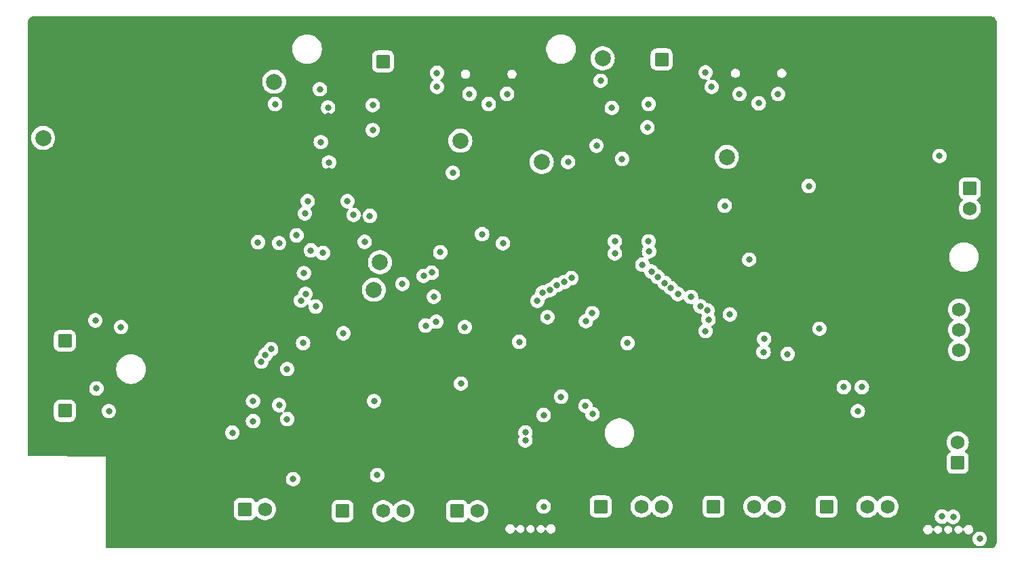
<source format=gbr>
%TF.GenerationSoftware,KiCad,Pcbnew,8.0.0*%
%TF.CreationDate,2024-04-26T20:31:40-04:00*%
%TF.ProjectId,Main board,4d61696e-2062-46f6-9172-642e6b696361,rev?*%
%TF.SameCoordinates,Original*%
%TF.FileFunction,Copper,L2,Inr*%
%TF.FilePolarity,Positive*%
%FSLAX46Y46*%
G04 Gerber Fmt 4.6, Leading zero omitted, Abs format (unit mm)*
G04 Created by KiCad (PCBNEW 8.0.0) date 2024-04-26 20:31:40*
%MOMM*%
%LPD*%
G01*
G04 APERTURE LIST*
G04 Aperture macros list*
%AMRoundRect*
0 Rectangle with rounded corners*
0 $1 Rounding radius*
0 $2 $3 $4 $5 $6 $7 $8 $9 X,Y pos of 4 corners*
0 Add a 4 corners polygon primitive as box body*
4,1,4,$2,$3,$4,$5,$6,$7,$8,$9,$2,$3,0*
0 Add four circle primitives for the rounded corners*
1,1,$1+$1,$2,$3*
1,1,$1+$1,$4,$5*
1,1,$1+$1,$6,$7*
1,1,$1+$1,$8,$9*
0 Add four rect primitives between the rounded corners*
20,1,$1+$1,$2,$3,$4,$5,0*
20,1,$1+$1,$4,$5,$6,$7,0*
20,1,$1+$1,$6,$7,$8,$9,0*
20,1,$1+$1,$8,$9,$2,$3,0*%
G04 Aperture macros list end*
%TA.AperFunction,ComponentPad*%
%ADD10C,0.600000*%
%TD*%
%TA.AperFunction,ComponentPad*%
%ADD11C,2.000000*%
%TD*%
%TA.AperFunction,ComponentPad*%
%ADD12RoundRect,0.250000X-0.620000X-0.620000X0.620000X-0.620000X0.620000X0.620000X-0.620000X0.620000X0*%
%TD*%
%TA.AperFunction,ComponentPad*%
%ADD13C,1.740000*%
%TD*%
%TA.AperFunction,ComponentPad*%
%ADD14RoundRect,0.250000X0.620000X0.620000X-0.620000X0.620000X-0.620000X-0.620000X0.620000X-0.620000X0*%
%TD*%
%TA.AperFunction,ComponentPad*%
%ADD15O,1.000000X2.100000*%
%TD*%
%TA.AperFunction,ComponentPad*%
%ADD16O,1.000000X1.800000*%
%TD*%
%TA.AperFunction,ComponentPad*%
%ADD17RoundRect,0.250000X-0.620000X0.620000X-0.620000X-0.620000X0.620000X-0.620000X0.620000X0.620000X0*%
%TD*%
%TA.AperFunction,ComponentPad*%
%ADD18RoundRect,0.250000X0.620000X-0.620000X0.620000X0.620000X-0.620000X0.620000X-0.620000X-0.620000X0*%
%TD*%
%TA.AperFunction,ViaPad*%
%ADD19C,0.800000*%
%TD*%
G04 APERTURE END LIST*
D10*
%TO.N,GND*%
%TO.C,U7*%
X145793500Y-86606500D03*
X145793500Y-87881500D03*
X145793500Y-89156500D03*
X147068500Y-86606500D03*
X147068500Y-87881500D03*
X147068500Y-89156500D03*
X148343500Y-86606500D03*
X148343500Y-87881500D03*
X148343500Y-89156500D03*
%TD*%
D11*
%TO.N,+3V3*%
%TO.C,TP5*%
X87884000Y-61087000D03*
%TD*%
D12*
%TO.N,+5V*%
%TO.C,J18*%
X84210000Y-114500000D03*
D13*
%TO.N,/PWM_MC*%
X86750000Y-114500000D03*
%TO.N,GND*%
X89290000Y-114500000D03*
%TD*%
D14*
%TO.N,+BATT*%
%TO.C,J16*%
X136259500Y-58293000D03*
D13*
%TO.N,GND*%
X133719500Y-58293000D03*
%TD*%
D12*
%TO.N,+3V3*%
%TO.C,J5*%
X156845000Y-114185000D03*
D13*
%TO.N,GND*%
X159385000Y-114185000D03*
%TO.N,/Ch.3A*%
X161925000Y-114185000D03*
%TO.N,/Ch.3B*%
X164465000Y-114185000D03*
%TD*%
D10*
%TO.N,GND*%
%TO.C,U1*%
X112268000Y-84572000D03*
X112268000Y-85847000D03*
X112268000Y-87122000D03*
X113543000Y-84572000D03*
X113543000Y-85847000D03*
X113543000Y-87122000D03*
X114818000Y-84572000D03*
X114818000Y-85847000D03*
X114818000Y-87122000D03*
%TD*%
D15*
%TO.N,GND*%
%TO.C,J12*%
X152688000Y-60528999D03*
D16*
X152688000Y-56348999D03*
D15*
X144048000Y-60528999D03*
D16*
X144048000Y-56348999D03*
%TD*%
D11*
%TO.N,VBUS*%
%TO.C,TP2*%
X111125000Y-68453000D03*
%TD*%
D17*
%TO.N,/LS2*%
%TO.C,J6*%
X61750000Y-93460000D03*
D13*
%TO.N,GND*%
X61750000Y-96000000D03*
%TD*%
D11*
%TO.N,+3V3_R*%
%TO.C,TP8*%
X128905000Y-58166000D03*
%TD*%
%TO.N,+5V_R*%
%TO.C,TP7*%
X121285000Y-71120000D03*
%TD*%
%TO.N,GND*%
%TO.C,TP1*%
X120650000Y-64516000D03*
%TD*%
%TO.N,+5V*%
%TO.C,TP6*%
X59035500Y-68107500D03*
%TD*%
D14*
%TO.N,Net-(J14-Pin_1)*%
%TO.C,J14*%
X101473000Y-58547000D03*
D13*
%TO.N,GND*%
X98933000Y-58547000D03*
%TD*%
D11*
%TO.N,VCC*%
%TO.C,TP4*%
X144399000Y-70485000D03*
%TD*%
%TO.N,/SDA*%
%TO.C,TP9*%
X100330000Y-87082000D03*
%TD*%
D15*
%TO.N,GND*%
%TO.C,J2*%
X119001000Y-60636000D03*
D16*
X119001000Y-56456000D03*
D15*
X110361000Y-60636000D03*
D16*
X110361000Y-56456000D03*
%TD*%
D18*
%TO.N,+5V_R*%
%TO.C,J10*%
X173228000Y-108712000D03*
D13*
%TO.N,/PWM_EMRG_REL*%
X173228000Y-106172000D03*
%TO.N,GND*%
X173228000Y-103632000D03*
%TD*%
D17*
%TO.N,Net-(J11-Pin_1)*%
%TO.C,J11*%
X174740000Y-74422000D03*
D13*
%TO.N,Net-(J11-Pin_2)*%
X174740000Y-76962000D03*
%TD*%
D11*
%TO.N,/SCL*%
%TO.C,TP10*%
X101092000Y-83653000D03*
%TD*%
D12*
%TO.N,Net-(J15-Pin_1)*%
%TO.C,J15*%
X96420000Y-114750000D03*
D13*
%TO.N,GND*%
X98960000Y-114750000D03*
%TO.N,/STEP*%
X101500000Y-114750000D03*
%TO.N,/DIR*%
X104040000Y-114750000D03*
%TD*%
D17*
%TO.N,/LS1*%
%TO.C,J7*%
X61750000Y-102210000D03*
D13*
%TO.N,GND*%
X61750000Y-104750000D03*
%TD*%
D12*
%TO.N,Net-(J13-Pin_1)*%
%TO.C,J13*%
X110710000Y-114750000D03*
D13*
%TO.N,Net-(J13-Pin_2)*%
X113250000Y-114750000D03*
%TD*%
D12*
%TO.N,+3V3*%
%TO.C,J4*%
X142748000Y-114185000D03*
D13*
%TO.N,GND*%
X145288000Y-114185000D03*
%TO.N,/Ch.2A*%
X147828000Y-114185000D03*
%TO.N,/Ch.2B*%
X150368000Y-114185000D03*
%TD*%
D18*
%TO.N,GND*%
%TO.C,J17*%
X173380400Y-97180400D03*
D13*
%TO.N,/CUT*%
X173380400Y-94640400D03*
%TO.N,+3V3_R*%
X173380400Y-92100400D03*
%TO.N,+5V_R*%
X173380400Y-89560400D03*
%TD*%
D12*
%TO.N,+3V3*%
%TO.C,J3*%
X128651000Y-114173000D03*
D13*
%TO.N,GND*%
X131191000Y-114173000D03*
%TO.N,/Ch.1A*%
X133731000Y-114173000D03*
%TO.N,/Ch.1B*%
X136271000Y-114173000D03*
%TD*%
D11*
%TO.N,GND*%
%TO.C,TP3*%
X153416000Y-66802000D03*
%TD*%
D19*
%TO.N,GND*%
X144907000Y-95377000D03*
X139490000Y-71517999D03*
X145210000Y-93977000D03*
X105800000Y-100500000D03*
X97409000Y-66548000D03*
X90750000Y-105000000D03*
X111609000Y-93218000D03*
X168351200Y-118211600D03*
X102362000Y-87947000D03*
X106553000Y-78421000D03*
X134998500Y-76065500D03*
X140078500Y-76319500D03*
X153100000Y-103800000D03*
X94723000Y-72169503D03*
X113843000Y-97536000D03*
X118237000Y-98933000D03*
X70250000Y-111500000D03*
X113093500Y-106870500D03*
X175514000Y-67056000D03*
X135971000Y-89524500D03*
X153000000Y-76600000D03*
X60432500Y-76235500D03*
X94615000Y-65311503D03*
X112395000Y-70612000D03*
X98171000Y-72898000D03*
X68437000Y-104140000D03*
X73591500Y-55908500D03*
X109867000Y-66675000D03*
X139065000Y-84012843D03*
X102743000Y-69596000D03*
X94272527Y-79041617D03*
X112776000Y-102616000D03*
X105283000Y-80899000D03*
X145840000Y-67580999D03*
X70250000Y-118250000D03*
X68250000Y-107735462D03*
X145669000Y-77597000D03*
X79866000Y-100990000D03*
X90750000Y-98250000D03*
X107315000Y-69469000D03*
X121031000Y-79883000D03*
X117221000Y-68072000D03*
X85908500Y-55908500D03*
X113157000Y-109093000D03*
X130175000Y-66929000D03*
X94175000Y-88118000D03*
X143637000Y-66040000D03*
X144899500Y-102261000D03*
X76500000Y-118250000D03*
%TO.N,+3V3*%
X65560000Y-90920000D03*
X108623883Y-82400783D03*
X89500000Y-103250000D03*
X82661000Y-104941462D03*
X65699000Y-99416000D03*
X113843000Y-80137000D03*
X91731000Y-77535000D03*
X88011000Y-63881000D03*
X121539000Y-114173000D03*
X110189000Y-72470000D03*
X118491000Y-93599000D03*
X100750000Y-110250000D03*
X96527000Y-92527000D03*
X99822000Y-77851000D03*
X116459000Y-81280000D03*
%TO.N,+5V*%
X90250000Y-110750000D03*
X68750000Y-91750000D03*
X85250000Y-101000000D03*
X85250000Y-103500000D03*
%TO.N,+BATT*%
X154635200Y-74117200D03*
%TO.N,VBUS*%
X116963000Y-62608000D03*
X108204000Y-61722000D03*
X112264000Y-62608000D03*
X114681000Y-63881000D03*
X108204000Y-59982000D03*
%TO.N,VCC*%
X148380000Y-63770999D03*
X141732000Y-59918000D03*
X150793000Y-62627999D03*
X142494000Y-61722000D03*
X145967000Y-62627999D03*
%TO.N,/Ch.1A*%
X134992661Y-84823634D03*
X111679250Y-91746500D03*
%TO.N,/Ch.1B*%
X135760500Y-85463500D03*
%TO.N,/Ch.2A*%
X136643661Y-86220634D03*
%TO.N,/Ch.2B*%
X137411500Y-86860500D03*
%TO.N,/Ch.3A*%
X138300500Y-87622500D03*
%TO.N,/Ch.3B*%
X139930378Y-87982378D03*
%TO.N,/SCL*%
X103886000Y-86360000D03*
%TO.N,/LS1*%
X121539000Y-102743000D03*
X67250000Y-102250000D03*
X123698000Y-100457000D03*
X111209000Y-98806000D03*
X133855500Y-83939500D03*
%TO.N,/PWM_EMRG_REL*%
X142110500Y-90797500D03*
%TO.N,Net-(U1-GPIO4)*%
X130429000Y-81026000D03*
X107569000Y-84947500D03*
%TO.N,/CROSS_PRIMTX_REDRX*%
X141983500Y-89654500D03*
X134635701Y-81026000D03*
%TO.N,Net-(U1-GPIO5)*%
X130429000Y-82550000D03*
X106553000Y-85347500D03*
%TO.N,/CROSS_PRIMRX_REDTX*%
X134686698Y-82296000D03*
X141094500Y-89146500D03*
%TO.N,Net-(U5-PG)*%
X94615000Y-64312000D03*
X93599000Y-62026000D03*
%TO.N,Net-(U11-PG)*%
X94723000Y-71170000D03*
X93707000Y-68630000D03*
%TO.N,Net-(U12-PG)*%
X130045000Y-64352999D03*
X128651000Y-60960000D03*
%TO.N,Net-(U13-PG)*%
X131318000Y-70739000D03*
X128132018Y-69080133D03*
%TO.N,/SPI0_POCI*%
X86280443Y-96065829D03*
X85852000Y-81153000D03*
X90678000Y-80288000D03*
%TO.N,/SPI0_SCK*%
X86792892Y-95207108D03*
X99187000Y-81088500D03*
X97028000Y-76011000D03*
X88500000Y-81250000D03*
%TO.N,/SPI0_PICO*%
X92456000Y-82169000D03*
X87500000Y-94500000D03*
X92075000Y-76011000D03*
%TO.N,/SPIO_CS_IMU*%
X107823000Y-87946500D03*
X97790000Y-77724000D03*
%TO.N,/LS2*%
X106807000Y-91567000D03*
X91500000Y-93750000D03*
%TO.N,/PWM_MC*%
X108125967Y-91076227D03*
X88500000Y-101500000D03*
%TO.N,/TXEN*%
X124118015Y-86115795D03*
X93069347Y-89180653D03*
%TO.N,/SW*%
X120750000Y-88463500D03*
X91233470Y-88424044D03*
%TO.N,/DIO1*%
X121386040Y-87448046D03*
X91800000Y-87600000D03*
%TO.N,/~{RST}*%
X93980000Y-82487500D03*
X123190000Y-86487000D03*
%TO.N,/BUSY*%
X122322587Y-87098926D03*
X91600000Y-85000000D03*
%TO.N,/TIMEPULSE*%
X124989164Y-85625791D03*
X89500000Y-97000000D03*
%TO.N,/SWD_R*%
X149055000Y-93218000D03*
X172669200Y-115469200D03*
%TO.N,/SWCLK_R*%
X171272200Y-115417600D03*
X148984025Y-94855975D03*
%TO.N,/CUT*%
X155956000Y-91948000D03*
X141750000Y-92250000D03*
X170942000Y-70358000D03*
%TO.N,/SPI0_CS_SD*%
X100358870Y-101000000D03*
X122000000Y-90500000D03*
%TO.N,+3V3_R*%
X144777500Y-90162500D03*
X175971200Y-118211600D03*
X132000000Y-93750000D03*
X147193000Y-83312000D03*
X144145000Y-76573500D03*
X151993000Y-95123000D03*
X161250000Y-99250000D03*
%TO.N,Net-(U14-PR1)*%
X100203000Y-64008000D03*
X100191000Y-67132062D03*
%TO.N,Net-(U15-PR1)*%
X134620000Y-63881000D03*
X134493000Y-66791000D03*
%TO.N,/STEP*%
X126746000Y-101600000D03*
X119253000Y-104902000D03*
X126800000Y-91000000D03*
%TO.N,/DIR*%
X127600000Y-90000000D03*
X119253000Y-105918000D03*
X127635000Y-102616000D03*
%TO.N,+5V_R*%
X124587000Y-71120000D03*
%TO.N,/SPI0_CS_SD_R*%
X159000000Y-99250000D03*
X160750000Y-102250000D03*
%TD*%
%TA.AperFunction,Conductor*%
%TO.N,GND*%
G36*
X177301787Y-52900048D02*
G01*
X177377640Y-52902172D01*
X177401764Y-52905232D01*
X177551442Y-52939395D01*
X177577644Y-52948564D01*
X177714387Y-53014416D01*
X177737895Y-53029187D01*
X177856552Y-53123813D01*
X177876186Y-53143447D01*
X177970812Y-53262104D01*
X177985585Y-53285615D01*
X178051433Y-53422350D01*
X178060604Y-53448559D01*
X178094767Y-53598235D01*
X178097827Y-53622357D01*
X178099951Y-53698210D01*
X178100000Y-53701681D01*
X178100000Y-118598317D01*
X178099951Y-118601788D01*
X178097827Y-118677642D01*
X178094767Y-118701764D01*
X178060604Y-118851440D01*
X178051433Y-118877649D01*
X177985585Y-119014384D01*
X177970812Y-119037895D01*
X177876186Y-119156552D01*
X177856552Y-119176186D01*
X177737895Y-119270812D01*
X177714384Y-119285585D01*
X177577649Y-119351433D01*
X177551440Y-119360604D01*
X177401764Y-119394767D01*
X177377642Y-119397827D01*
X177307151Y-119399800D01*
X177301785Y-119399951D01*
X177298319Y-119400000D01*
X67024396Y-119400000D01*
X66957357Y-119380315D01*
X66911602Y-119327511D01*
X66900396Y-119276004D01*
X66900359Y-118211600D01*
X175065740Y-118211600D01*
X175085526Y-118399856D01*
X175085527Y-118399859D01*
X175144018Y-118579877D01*
X175144021Y-118579884D01*
X175238667Y-118743816D01*
X175359171Y-118877649D01*
X175365329Y-118884488D01*
X175518465Y-118995748D01*
X175518470Y-118995751D01*
X175691392Y-119072742D01*
X175691397Y-119072744D01*
X175876554Y-119112100D01*
X175876555Y-119112100D01*
X176065844Y-119112100D01*
X176065846Y-119112100D01*
X176251003Y-119072744D01*
X176423930Y-118995751D01*
X176577071Y-118884488D01*
X176703733Y-118743816D01*
X176798379Y-118579884D01*
X176856874Y-118399856D01*
X176876660Y-118211600D01*
X176856874Y-118023344D01*
X176798379Y-117843316D01*
X176703733Y-117679384D01*
X176577071Y-117538712D01*
X176577070Y-117538711D01*
X176423934Y-117427451D01*
X176423929Y-117427448D01*
X176251007Y-117350457D01*
X176251002Y-117350455D01*
X176105201Y-117319465D01*
X176065846Y-117311100D01*
X175876554Y-117311100D01*
X175844097Y-117317998D01*
X175691397Y-117350455D01*
X175691392Y-117350457D01*
X175518470Y-117427448D01*
X175518465Y-117427451D01*
X175365329Y-117538711D01*
X175238666Y-117679385D01*
X175144021Y-117843315D01*
X175144018Y-117843322D01*
X175085527Y-118023340D01*
X175085526Y-118023344D01*
X175065740Y-118211600D01*
X66900359Y-118211600D01*
X66900318Y-117046057D01*
X116747500Y-117046057D01*
X116786151Y-117190302D01*
X116788423Y-117198783D01*
X116788426Y-117198790D01*
X116867475Y-117335709D01*
X116867479Y-117335714D01*
X116867480Y-117335716D01*
X116979284Y-117447520D01*
X116979286Y-117447521D01*
X116979290Y-117447524D01*
X117116209Y-117526573D01*
X117116216Y-117526577D01*
X117268943Y-117567500D01*
X117268945Y-117567500D01*
X117427055Y-117567500D01*
X117427057Y-117567500D01*
X117579784Y-117526577D01*
X117716716Y-117447520D01*
X117828520Y-117335716D01*
X117907577Y-117198784D01*
X117915166Y-117170458D01*
X117951528Y-117110801D01*
X118014374Y-117080270D01*
X118083750Y-117088563D01*
X118137629Y-117133047D01*
X118149501Y-117155100D01*
X118151606Y-117160183D01*
X118172493Y-117196360D01*
X118217500Y-117274314D01*
X118310686Y-117367500D01*
X118424814Y-117433392D01*
X118552108Y-117467500D01*
X118552110Y-117467500D01*
X118683890Y-117467500D01*
X118683892Y-117467500D01*
X118811186Y-117433392D01*
X118925314Y-117367500D01*
X119018500Y-117274314D01*
X119084392Y-117160186D01*
X119118500Y-117032892D01*
X119118500Y-117032891D01*
X119387500Y-117032891D01*
X119421608Y-117160187D01*
X119443894Y-117198786D01*
X119487500Y-117274314D01*
X119580686Y-117367500D01*
X119694814Y-117433392D01*
X119822108Y-117467500D01*
X119822110Y-117467500D01*
X119953890Y-117467500D01*
X119953892Y-117467500D01*
X120081186Y-117433392D01*
X120195314Y-117367500D01*
X120288500Y-117274314D01*
X120354392Y-117160186D01*
X120388500Y-117032892D01*
X120388500Y-117032891D01*
X120657500Y-117032891D01*
X120691608Y-117160187D01*
X120713894Y-117198786D01*
X120757500Y-117274314D01*
X120850686Y-117367500D01*
X120964814Y-117433392D01*
X121092108Y-117467500D01*
X121092110Y-117467500D01*
X121223890Y-117467500D01*
X121223892Y-117467500D01*
X121351186Y-117433392D01*
X121465314Y-117367500D01*
X121558500Y-117274314D01*
X121624392Y-117160186D01*
X121624392Y-117160183D01*
X121626495Y-117155108D01*
X121670332Y-117100702D01*
X121736625Y-117078632D01*
X121804325Y-117095907D01*
X121851939Y-117147041D01*
X121860832Y-117170456D01*
X121868423Y-117198783D01*
X121868426Y-117198790D01*
X121947475Y-117335709D01*
X121947479Y-117335714D01*
X121947480Y-117335716D01*
X122059284Y-117447520D01*
X122059286Y-117447521D01*
X122059290Y-117447524D01*
X122196209Y-117526573D01*
X122196216Y-117526577D01*
X122348943Y-117567500D01*
X122348945Y-117567500D01*
X122507055Y-117567500D01*
X122507057Y-117567500D01*
X122659784Y-117526577D01*
X122796716Y-117447520D01*
X122908520Y-117335716D01*
X122987577Y-117198784D01*
X123004492Y-117135657D01*
X168893700Y-117135657D01*
X168930854Y-117274316D01*
X168934623Y-117288383D01*
X168934626Y-117288390D01*
X169013675Y-117425309D01*
X169013679Y-117425314D01*
X169013680Y-117425316D01*
X169125484Y-117537120D01*
X169125486Y-117537121D01*
X169125490Y-117537124D01*
X169178102Y-117567499D01*
X169262416Y-117616177D01*
X169415143Y-117657100D01*
X169415145Y-117657100D01*
X169573255Y-117657100D01*
X169573257Y-117657100D01*
X169725984Y-117616177D01*
X169862916Y-117537120D01*
X169974720Y-117425316D01*
X170053777Y-117288384D01*
X170061366Y-117260058D01*
X170097728Y-117200401D01*
X170160574Y-117169870D01*
X170229950Y-117178163D01*
X170283829Y-117222647D01*
X170295701Y-117244700D01*
X170297806Y-117249783D01*
X170303740Y-117260060D01*
X170363700Y-117363914D01*
X170456886Y-117457100D01*
X170571014Y-117522992D01*
X170698308Y-117557100D01*
X170698310Y-117557100D01*
X170830090Y-117557100D01*
X170830092Y-117557100D01*
X170957386Y-117522992D01*
X171071514Y-117457100D01*
X171164700Y-117363914D01*
X171230592Y-117249786D01*
X171264700Y-117122492D01*
X171264700Y-117122491D01*
X171533700Y-117122491D01*
X171567808Y-117249787D01*
X171590094Y-117288386D01*
X171633700Y-117363914D01*
X171726886Y-117457100D01*
X171841014Y-117522992D01*
X171968308Y-117557100D01*
X171968310Y-117557100D01*
X172100090Y-117557100D01*
X172100092Y-117557100D01*
X172227386Y-117522992D01*
X172341514Y-117457100D01*
X172434700Y-117363914D01*
X172500592Y-117249786D01*
X172534700Y-117122492D01*
X172534700Y-117122491D01*
X172803700Y-117122491D01*
X172837808Y-117249787D01*
X172860094Y-117288386D01*
X172903700Y-117363914D01*
X172996886Y-117457100D01*
X173111014Y-117522992D01*
X173238308Y-117557100D01*
X173238310Y-117557100D01*
X173370090Y-117557100D01*
X173370092Y-117557100D01*
X173497386Y-117522992D01*
X173611514Y-117457100D01*
X173704700Y-117363914D01*
X173770592Y-117249786D01*
X173770592Y-117249783D01*
X173772695Y-117244708D01*
X173816532Y-117190302D01*
X173882825Y-117168232D01*
X173950525Y-117185507D01*
X173998139Y-117236641D01*
X174007032Y-117260056D01*
X174014623Y-117288383D01*
X174014626Y-117288390D01*
X174093675Y-117425309D01*
X174093679Y-117425314D01*
X174093680Y-117425316D01*
X174205484Y-117537120D01*
X174205486Y-117537121D01*
X174205490Y-117537124D01*
X174258102Y-117567499D01*
X174342416Y-117616177D01*
X174495143Y-117657100D01*
X174495145Y-117657100D01*
X174653255Y-117657100D01*
X174653257Y-117657100D01*
X174805984Y-117616177D01*
X174942916Y-117537120D01*
X175054720Y-117425316D01*
X175133777Y-117288384D01*
X175174700Y-117135657D01*
X175174700Y-116977543D01*
X175133777Y-116824816D01*
X175107264Y-116778894D01*
X175054724Y-116687890D01*
X175054718Y-116687882D01*
X174942917Y-116576081D01*
X174942909Y-116576075D01*
X174805990Y-116497026D01*
X174805986Y-116497024D01*
X174805984Y-116497023D01*
X174653257Y-116456100D01*
X174495143Y-116456100D01*
X174342416Y-116497023D01*
X174342409Y-116497026D01*
X174205490Y-116576075D01*
X174205482Y-116576081D01*
X174093681Y-116687882D01*
X174093675Y-116687890D01*
X174014626Y-116824809D01*
X174014623Y-116824814D01*
X174011067Y-116838086D01*
X174007035Y-116853137D01*
X174007034Y-116853140D01*
X173970668Y-116912800D01*
X173907821Y-116943329D01*
X173838446Y-116935034D01*
X173784568Y-116890548D01*
X173772696Y-116868494D01*
X173770592Y-116863414D01*
X173764660Y-116853140D01*
X173704700Y-116749286D01*
X173611514Y-116656100D01*
X173554450Y-116623154D01*
X173497387Y-116590208D01*
X173408913Y-116566502D01*
X173370092Y-116556100D01*
X173238308Y-116556100D01*
X173111012Y-116590208D01*
X172996886Y-116656100D01*
X172996883Y-116656102D01*
X172903702Y-116749283D01*
X172903700Y-116749286D01*
X172837808Y-116863412D01*
X172803700Y-116990708D01*
X172803700Y-117122491D01*
X172534700Y-117122491D01*
X172534700Y-116990708D01*
X172500592Y-116863414D01*
X172434700Y-116749286D01*
X172341514Y-116656100D01*
X172284450Y-116623154D01*
X172227387Y-116590208D01*
X172138913Y-116566502D01*
X172100092Y-116556100D01*
X171968308Y-116556100D01*
X171841012Y-116590208D01*
X171726886Y-116656100D01*
X171726883Y-116656102D01*
X171633702Y-116749283D01*
X171633700Y-116749286D01*
X171567808Y-116863412D01*
X171533700Y-116990708D01*
X171533700Y-117122491D01*
X171264700Y-117122491D01*
X171264700Y-116990708D01*
X171230592Y-116863414D01*
X171164700Y-116749286D01*
X171071514Y-116656100D01*
X171014450Y-116623154D01*
X170957387Y-116590208D01*
X170868913Y-116566502D01*
X170830092Y-116556100D01*
X170698308Y-116556100D01*
X170571012Y-116590208D01*
X170456886Y-116656100D01*
X170456883Y-116656102D01*
X170363702Y-116749283D01*
X170363700Y-116749286D01*
X170297806Y-116863416D01*
X170295700Y-116868502D01*
X170251857Y-116922904D01*
X170185563Y-116944967D01*
X170117864Y-116927686D01*
X170070255Y-116876548D01*
X170061366Y-116853140D01*
X170053777Y-116824816D01*
X170027264Y-116778894D01*
X169974724Y-116687890D01*
X169974718Y-116687882D01*
X169862917Y-116576081D01*
X169862909Y-116576075D01*
X169725990Y-116497026D01*
X169725986Y-116497024D01*
X169725984Y-116497023D01*
X169573257Y-116456100D01*
X169415143Y-116456100D01*
X169262416Y-116497023D01*
X169262409Y-116497026D01*
X169125490Y-116576075D01*
X169125482Y-116576081D01*
X169013681Y-116687882D01*
X169013675Y-116687890D01*
X168934626Y-116824809D01*
X168934624Y-116824814D01*
X168934623Y-116824816D01*
X168893700Y-116977543D01*
X168893700Y-117135657D01*
X123004492Y-117135657D01*
X123028500Y-117046057D01*
X123028500Y-116887943D01*
X122987577Y-116735216D01*
X122943970Y-116659686D01*
X122908524Y-116598290D01*
X122908518Y-116598282D01*
X122796717Y-116486481D01*
X122796709Y-116486475D01*
X122659790Y-116407426D01*
X122659786Y-116407424D01*
X122659784Y-116407423D01*
X122507057Y-116366500D01*
X122348943Y-116366500D01*
X122196216Y-116407423D01*
X122196209Y-116407426D01*
X122059290Y-116486475D01*
X122059282Y-116486481D01*
X121947481Y-116598282D01*
X121947475Y-116598290D01*
X121868426Y-116735209D01*
X121868423Y-116735214D01*
X121868422Y-116735218D01*
X121860835Y-116763537D01*
X121860834Y-116763540D01*
X121824468Y-116823200D01*
X121761621Y-116853729D01*
X121692246Y-116845434D01*
X121638368Y-116800948D01*
X121626496Y-116778894D01*
X121624392Y-116773814D01*
X121618460Y-116763540D01*
X121558500Y-116659686D01*
X121465314Y-116566500D01*
X121408250Y-116533554D01*
X121351187Y-116500608D01*
X121287539Y-116483554D01*
X121223892Y-116466500D01*
X121092108Y-116466500D01*
X120964812Y-116500608D01*
X120850686Y-116566500D01*
X120850683Y-116566502D01*
X120757502Y-116659683D01*
X120757500Y-116659686D01*
X120691608Y-116773812D01*
X120657500Y-116901108D01*
X120657500Y-117032891D01*
X120388500Y-117032891D01*
X120388500Y-116901108D01*
X120354392Y-116773814D01*
X120288500Y-116659686D01*
X120195314Y-116566500D01*
X120138250Y-116533554D01*
X120081187Y-116500608D01*
X120017539Y-116483554D01*
X119953892Y-116466500D01*
X119822108Y-116466500D01*
X119694812Y-116500608D01*
X119580686Y-116566500D01*
X119580683Y-116566502D01*
X119487502Y-116659683D01*
X119487500Y-116659686D01*
X119421608Y-116773812D01*
X119387500Y-116901108D01*
X119387500Y-117032891D01*
X119118500Y-117032891D01*
X119118500Y-116901108D01*
X119084392Y-116773814D01*
X119018500Y-116659686D01*
X118925314Y-116566500D01*
X118868250Y-116533554D01*
X118811187Y-116500608D01*
X118747539Y-116483554D01*
X118683892Y-116466500D01*
X118552108Y-116466500D01*
X118424812Y-116500608D01*
X118310686Y-116566500D01*
X118310683Y-116566502D01*
X118217502Y-116659683D01*
X118217500Y-116659686D01*
X118151606Y-116773816D01*
X118149500Y-116778902D01*
X118105657Y-116833304D01*
X118039363Y-116855367D01*
X117971664Y-116838086D01*
X117924055Y-116786948D01*
X117915166Y-116763540D01*
X117907577Y-116735216D01*
X117863970Y-116659686D01*
X117828524Y-116598290D01*
X117828518Y-116598282D01*
X117716717Y-116486481D01*
X117716709Y-116486475D01*
X117579790Y-116407426D01*
X117579786Y-116407424D01*
X117579784Y-116407423D01*
X117427057Y-116366500D01*
X117268943Y-116366500D01*
X117116216Y-116407423D01*
X117116209Y-116407426D01*
X116979290Y-116486475D01*
X116979282Y-116486481D01*
X116867481Y-116598282D01*
X116867475Y-116598290D01*
X116788426Y-116735209D01*
X116788424Y-116735214D01*
X116788423Y-116735216D01*
X116747500Y-116887943D01*
X116747500Y-117046057D01*
X66900318Y-117046057D01*
X66900265Y-115511765D01*
X66900253Y-115170001D01*
X82839500Y-115170001D01*
X82839501Y-115170018D01*
X82850000Y-115272796D01*
X82850001Y-115272799D01*
X82905185Y-115439331D01*
X82905187Y-115439336D01*
X82936321Y-115489812D01*
X82997288Y-115588656D01*
X83121344Y-115712712D01*
X83270666Y-115804814D01*
X83437203Y-115859999D01*
X83539991Y-115870500D01*
X84880008Y-115870499D01*
X84982797Y-115859999D01*
X85149334Y-115804814D01*
X85298656Y-115712712D01*
X85422712Y-115588656D01*
X85514814Y-115439334D01*
X85514816Y-115439326D01*
X85516297Y-115436151D01*
X85517899Y-115434330D01*
X85518605Y-115433187D01*
X85518800Y-115433307D01*
X85562464Y-115383706D01*
X85629655Y-115364547D01*
X85696539Y-115384755D01*
X85719914Y-115404559D01*
X85757561Y-115445455D01*
X85818606Y-115511767D01*
X85818610Y-115511770D01*
X85997830Y-115651263D01*
X85997836Y-115651267D01*
X85997839Y-115651269D01*
X86197590Y-115759369D01*
X86412409Y-115833116D01*
X86636437Y-115870500D01*
X86636438Y-115870500D01*
X86863562Y-115870500D01*
X86863563Y-115870500D01*
X87087591Y-115833116D01*
X87302410Y-115759369D01*
X87502161Y-115651269D01*
X87549342Y-115614547D01*
X87625206Y-115555499D01*
X87681396Y-115511765D01*
X87765871Y-115420001D01*
X95049500Y-115420001D01*
X95049501Y-115420018D01*
X95060000Y-115522796D01*
X95060001Y-115522799D01*
X95115185Y-115689331D01*
X95115187Y-115689336D01*
X95150069Y-115745888D01*
X95207288Y-115838656D01*
X95331344Y-115962712D01*
X95480666Y-116054814D01*
X95647203Y-116109999D01*
X95749991Y-116120500D01*
X97090008Y-116120499D01*
X97192797Y-116109999D01*
X97359334Y-116054814D01*
X97508656Y-115962712D01*
X97632712Y-115838656D01*
X97724814Y-115689334D01*
X97779999Y-115522797D01*
X97790500Y-115420009D01*
X97790500Y-114750005D01*
X100124803Y-114750005D01*
X100143558Y-114976346D01*
X100199314Y-115196524D01*
X100282299Y-115385712D01*
X100290550Y-115404521D01*
X100414776Y-115594663D01*
X100568604Y-115761765D01*
X100568607Y-115761767D01*
X100568610Y-115761770D01*
X100747830Y-115901263D01*
X100747836Y-115901267D01*
X100747839Y-115901269D01*
X100947590Y-116009369D01*
X101162409Y-116083116D01*
X101386437Y-116120500D01*
X101386438Y-116120500D01*
X101613562Y-116120500D01*
X101613563Y-116120500D01*
X101837591Y-116083116D01*
X102052410Y-116009369D01*
X102252161Y-115901269D01*
X102431396Y-115761765D01*
X102585224Y-115594663D01*
X102589149Y-115588656D01*
X102666191Y-115470734D01*
X102719338Y-115425377D01*
X102788569Y-115415953D01*
X102851905Y-115445455D01*
X102873809Y-115470734D01*
X102954773Y-115594660D01*
X102973080Y-115614547D01*
X103108604Y-115761765D01*
X103108607Y-115761767D01*
X103108610Y-115761770D01*
X103287830Y-115901263D01*
X103287836Y-115901267D01*
X103287839Y-115901269D01*
X103487590Y-116009369D01*
X103702409Y-116083116D01*
X103926437Y-116120500D01*
X103926438Y-116120500D01*
X104153562Y-116120500D01*
X104153563Y-116120500D01*
X104377591Y-116083116D01*
X104592410Y-116009369D01*
X104792161Y-115901269D01*
X104971396Y-115761765D01*
X105125224Y-115594663D01*
X105239336Y-115420001D01*
X109339500Y-115420001D01*
X109339501Y-115420018D01*
X109350000Y-115522796D01*
X109350001Y-115522799D01*
X109405185Y-115689331D01*
X109405187Y-115689336D01*
X109440069Y-115745888D01*
X109497288Y-115838656D01*
X109621344Y-115962712D01*
X109770666Y-116054814D01*
X109937203Y-116109999D01*
X110039991Y-116120500D01*
X111380008Y-116120499D01*
X111482797Y-116109999D01*
X111649334Y-116054814D01*
X111798656Y-115962712D01*
X111922712Y-115838656D01*
X112014814Y-115689334D01*
X112014816Y-115689326D01*
X112016297Y-115686151D01*
X112017899Y-115684330D01*
X112018605Y-115683187D01*
X112018800Y-115683307D01*
X112062464Y-115633706D01*
X112129655Y-115614547D01*
X112196539Y-115634755D01*
X112219914Y-115654559D01*
X112316397Y-115759368D01*
X112318606Y-115761767D01*
X112318610Y-115761770D01*
X112497830Y-115901263D01*
X112497836Y-115901267D01*
X112497839Y-115901269D01*
X112697590Y-116009369D01*
X112912409Y-116083116D01*
X113136437Y-116120500D01*
X113136438Y-116120500D01*
X113363562Y-116120500D01*
X113363563Y-116120500D01*
X113587591Y-116083116D01*
X113802410Y-116009369D01*
X114002161Y-115901269D01*
X114181396Y-115761765D01*
X114335224Y-115594663D01*
X114459450Y-115404521D01*
X114550685Y-115196526D01*
X114606441Y-114976350D01*
X114614973Y-114873386D01*
X114625197Y-114750005D01*
X114625197Y-114749994D01*
X114607902Y-114541284D01*
X114606441Y-114523650D01*
X114550685Y-114303474D01*
X114493454Y-114173000D01*
X120633540Y-114173000D01*
X120653326Y-114361256D01*
X120653327Y-114361259D01*
X120711818Y-114541277D01*
X120711821Y-114541284D01*
X120806467Y-114705216D01*
X120891182Y-114799301D01*
X120933129Y-114845888D01*
X121086265Y-114957148D01*
X121086270Y-114957151D01*
X121259192Y-115034142D01*
X121259197Y-115034144D01*
X121444354Y-115073500D01*
X121444355Y-115073500D01*
X121633644Y-115073500D01*
X121633646Y-115073500D01*
X121818803Y-115034144D01*
X121991730Y-114957151D01*
X122144871Y-114845888D01*
X122147470Y-114843001D01*
X127280500Y-114843001D01*
X127280501Y-114843018D01*
X127291000Y-114945796D01*
X127291001Y-114945799D01*
X127346185Y-115112331D01*
X127346187Y-115112336D01*
X127372207Y-115154521D01*
X127438288Y-115261656D01*
X127562344Y-115385712D01*
X127711666Y-115477814D01*
X127878203Y-115532999D01*
X127980991Y-115543500D01*
X129321008Y-115543499D01*
X129423797Y-115532999D01*
X129590334Y-115477814D01*
X129739656Y-115385712D01*
X129863712Y-115261656D01*
X129955814Y-115112334D01*
X130010999Y-114945797D01*
X130021500Y-114843009D01*
X130021500Y-114173005D01*
X132355803Y-114173005D01*
X132374558Y-114399346D01*
X132430314Y-114619524D01*
X132509171Y-114799301D01*
X132521550Y-114827521D01*
X132645776Y-115017663D01*
X132799604Y-115184765D01*
X132799607Y-115184767D01*
X132799610Y-115184770D01*
X132978830Y-115324263D01*
X132978836Y-115324267D01*
X132978839Y-115324269D01*
X133178590Y-115432369D01*
X133393409Y-115506116D01*
X133617437Y-115543500D01*
X133617438Y-115543500D01*
X133844562Y-115543500D01*
X133844563Y-115543500D01*
X134068591Y-115506116D01*
X134283410Y-115432369D01*
X134483161Y-115324269D01*
X134662396Y-115184765D01*
X134816224Y-115017663D01*
X134855338Y-114957795D01*
X134897191Y-114893734D01*
X134950338Y-114848377D01*
X135019569Y-114838953D01*
X135082905Y-114868455D01*
X135104809Y-114893734D01*
X135185773Y-115017660D01*
X135185775Y-115017662D01*
X135185776Y-115017663D01*
X135339604Y-115184765D01*
X135339607Y-115184767D01*
X135339610Y-115184770D01*
X135518830Y-115324263D01*
X135518836Y-115324267D01*
X135518839Y-115324269D01*
X135718590Y-115432369D01*
X135933409Y-115506116D01*
X136157437Y-115543500D01*
X136157438Y-115543500D01*
X136384562Y-115543500D01*
X136384563Y-115543500D01*
X136608591Y-115506116D01*
X136823410Y-115432369D01*
X137023161Y-115324269D01*
X137202396Y-115184765D01*
X137356224Y-115017663D01*
X137462496Y-114855001D01*
X141377500Y-114855001D01*
X141377501Y-114855018D01*
X141388000Y-114957796D01*
X141388001Y-114957799D01*
X141411815Y-115029663D01*
X141443186Y-115124334D01*
X141535288Y-115273656D01*
X141659344Y-115397712D01*
X141808666Y-115489814D01*
X141975203Y-115544999D01*
X142077991Y-115555500D01*
X143418008Y-115555499D01*
X143520797Y-115544999D01*
X143687334Y-115489814D01*
X143836656Y-115397712D01*
X143960712Y-115273656D01*
X144052814Y-115124334D01*
X144107999Y-114957797D01*
X144118500Y-114855009D01*
X144118500Y-114185005D01*
X146452803Y-114185005D01*
X146471558Y-114411346D01*
X146527314Y-114631524D01*
X146613284Y-114827517D01*
X146618550Y-114839521D01*
X146742776Y-115029663D01*
X146896604Y-115196765D01*
X146896607Y-115196767D01*
X146896610Y-115196770D01*
X147075830Y-115336263D01*
X147075836Y-115336267D01*
X147075839Y-115336269D01*
X147202030Y-115404560D01*
X147266280Y-115439331D01*
X147275590Y-115444369D01*
X147490409Y-115518116D01*
X147714437Y-115555500D01*
X147714438Y-115555500D01*
X147941562Y-115555500D01*
X147941563Y-115555500D01*
X148165591Y-115518116D01*
X148380410Y-115444369D01*
X148580161Y-115336269D01*
X148595587Y-115324263D01*
X148669826Y-115266480D01*
X148759396Y-115196765D01*
X148913224Y-115029663D01*
X148960175Y-114957799D01*
X148994191Y-114905734D01*
X149047338Y-114860377D01*
X149116569Y-114850953D01*
X149179905Y-114880455D01*
X149201809Y-114905734D01*
X149282773Y-115029660D01*
X149282775Y-115029662D01*
X149282776Y-115029663D01*
X149436604Y-115196765D01*
X149436607Y-115196767D01*
X149436610Y-115196770D01*
X149615830Y-115336263D01*
X149615836Y-115336267D01*
X149615839Y-115336269D01*
X149742030Y-115404560D01*
X149806280Y-115439331D01*
X149815590Y-115444369D01*
X150030409Y-115518116D01*
X150254437Y-115555500D01*
X150254438Y-115555500D01*
X150481562Y-115555500D01*
X150481563Y-115555500D01*
X150705591Y-115518116D01*
X150920410Y-115444369D01*
X151120161Y-115336269D01*
X151135587Y-115324263D01*
X151209826Y-115266480D01*
X151299396Y-115196765D01*
X151453224Y-115029663D01*
X151567336Y-114855001D01*
X155474500Y-114855001D01*
X155474501Y-114855018D01*
X155485000Y-114957796D01*
X155485001Y-114957799D01*
X155508815Y-115029663D01*
X155540186Y-115124334D01*
X155632288Y-115273656D01*
X155756344Y-115397712D01*
X155905666Y-115489814D01*
X156072203Y-115544999D01*
X156174991Y-115555500D01*
X157515008Y-115555499D01*
X157617797Y-115544999D01*
X157784334Y-115489814D01*
X157933656Y-115397712D01*
X158057712Y-115273656D01*
X158149814Y-115124334D01*
X158204999Y-114957797D01*
X158215500Y-114855009D01*
X158215500Y-114185005D01*
X160549803Y-114185005D01*
X160568558Y-114411346D01*
X160624314Y-114631524D01*
X160710284Y-114827517D01*
X160715550Y-114839521D01*
X160839776Y-115029663D01*
X160993604Y-115196765D01*
X160993607Y-115196767D01*
X160993610Y-115196770D01*
X161172830Y-115336263D01*
X161172836Y-115336267D01*
X161172839Y-115336269D01*
X161299030Y-115404560D01*
X161363280Y-115439331D01*
X161372590Y-115444369D01*
X161587409Y-115518116D01*
X161811437Y-115555500D01*
X161811438Y-115555500D01*
X162038562Y-115555500D01*
X162038563Y-115555500D01*
X162262591Y-115518116D01*
X162477410Y-115444369D01*
X162677161Y-115336269D01*
X162692587Y-115324263D01*
X162766826Y-115266480D01*
X162856396Y-115196765D01*
X163010224Y-115029663D01*
X163057175Y-114957799D01*
X163091191Y-114905734D01*
X163144338Y-114860377D01*
X163213569Y-114850953D01*
X163276905Y-114880455D01*
X163298809Y-114905734D01*
X163379773Y-115029660D01*
X163379775Y-115029662D01*
X163379776Y-115029663D01*
X163533604Y-115196765D01*
X163533607Y-115196767D01*
X163533610Y-115196770D01*
X163712830Y-115336263D01*
X163712836Y-115336267D01*
X163712839Y-115336269D01*
X163839030Y-115404560D01*
X163903280Y-115439331D01*
X163912590Y-115444369D01*
X164127409Y-115518116D01*
X164351437Y-115555500D01*
X164351438Y-115555500D01*
X164578562Y-115555500D01*
X164578563Y-115555500D01*
X164802591Y-115518116D01*
X165017410Y-115444369D01*
X165066875Y-115417600D01*
X170366740Y-115417600D01*
X170386526Y-115605856D01*
X170386527Y-115605859D01*
X170445018Y-115785877D01*
X170445021Y-115785884D01*
X170539667Y-115949816D01*
X170634206Y-116054812D01*
X170666329Y-116090488D01*
X170819465Y-116201748D01*
X170819470Y-116201751D01*
X170992392Y-116278742D01*
X170992397Y-116278744D01*
X171177554Y-116318100D01*
X171177555Y-116318100D01*
X171366844Y-116318100D01*
X171366846Y-116318100D01*
X171552003Y-116278744D01*
X171724930Y-116201751D01*
X171871653Y-116095150D01*
X171937457Y-116071672D01*
X172005511Y-116087497D01*
X172036686Y-116112498D01*
X172063329Y-116142088D01*
X172063335Y-116142093D01*
X172216465Y-116253348D01*
X172216470Y-116253351D01*
X172389392Y-116330342D01*
X172389397Y-116330344D01*
X172574554Y-116369700D01*
X172574555Y-116369700D01*
X172763844Y-116369700D01*
X172763846Y-116369700D01*
X172949003Y-116330344D01*
X173121930Y-116253351D01*
X173275071Y-116142088D01*
X173401733Y-116001416D01*
X173496379Y-115837484D01*
X173554874Y-115657456D01*
X173574660Y-115469200D01*
X173554874Y-115280944D01*
X173496379Y-115100916D01*
X173401733Y-114936984D01*
X173275071Y-114796312D01*
X173275070Y-114796311D01*
X173121934Y-114685051D01*
X173121929Y-114685048D01*
X172949007Y-114608057D01*
X172949002Y-114608055D01*
X172803201Y-114577065D01*
X172763846Y-114568700D01*
X172574554Y-114568700D01*
X172542097Y-114575598D01*
X172389397Y-114608055D01*
X172389392Y-114608057D01*
X172216470Y-114685048D01*
X172216465Y-114685051D01*
X172069748Y-114791647D01*
X172003941Y-114815127D01*
X171935888Y-114799301D01*
X171904713Y-114774301D01*
X171878070Y-114744711D01*
X171724934Y-114633451D01*
X171724929Y-114633448D01*
X171552007Y-114556457D01*
X171552002Y-114556455D01*
X171406201Y-114525465D01*
X171366846Y-114517100D01*
X171177554Y-114517100D01*
X171146738Y-114523650D01*
X170992397Y-114556455D01*
X170992392Y-114556457D01*
X170819470Y-114633448D01*
X170819465Y-114633451D01*
X170666329Y-114744711D01*
X170539666Y-114885385D01*
X170445021Y-115049315D01*
X170445018Y-115049322D01*
X170386527Y-115229340D01*
X170386526Y-115229344D01*
X170366740Y-115417600D01*
X165066875Y-115417600D01*
X165217161Y-115336269D01*
X165232587Y-115324263D01*
X165306826Y-115266480D01*
X165396396Y-115196765D01*
X165550224Y-115029663D01*
X165674450Y-114839521D01*
X165765685Y-114631526D01*
X165821441Y-114411350D01*
X165840197Y-114185000D01*
X165839203Y-114173005D01*
X165821441Y-113958653D01*
X165821441Y-113958650D01*
X165765685Y-113738474D01*
X165674450Y-113530479D01*
X165550224Y-113340337D01*
X165396396Y-113173235D01*
X165396391Y-113173231D01*
X165396389Y-113173229D01*
X165217169Y-113033736D01*
X165217163Y-113033732D01*
X165017411Y-112925631D01*
X165017406Y-112925629D01*
X164802593Y-112851884D01*
X164641485Y-112825000D01*
X164578563Y-112814500D01*
X164351437Y-112814500D01*
X164295430Y-112823846D01*
X164127406Y-112851884D01*
X163912593Y-112925629D01*
X163912588Y-112925631D01*
X163712836Y-113033732D01*
X163712830Y-113033736D01*
X163533610Y-113173229D01*
X163533607Y-113173232D01*
X163533604Y-113173234D01*
X163533604Y-113173235D01*
X163405995Y-113311856D01*
X163379776Y-113340337D01*
X163298809Y-113464266D01*
X163245662Y-113509622D01*
X163176431Y-113519046D01*
X163113095Y-113489544D01*
X163091191Y-113464266D01*
X163078725Y-113445185D01*
X163010224Y-113340337D01*
X162856396Y-113173235D01*
X162856391Y-113173231D01*
X162856389Y-113173229D01*
X162677169Y-113033736D01*
X162677163Y-113033732D01*
X162477411Y-112925631D01*
X162477406Y-112925629D01*
X162262593Y-112851884D01*
X162101485Y-112825000D01*
X162038563Y-112814500D01*
X161811437Y-112814500D01*
X161755430Y-112823846D01*
X161587406Y-112851884D01*
X161372593Y-112925629D01*
X161372588Y-112925631D01*
X161172836Y-113033732D01*
X161172830Y-113033736D01*
X160993610Y-113173229D01*
X160993607Y-113173232D01*
X160993604Y-113173234D01*
X160993604Y-113173235D01*
X160865995Y-113311856D01*
X160839776Y-113340337D01*
X160715548Y-113530482D01*
X160624314Y-113738475D01*
X160568558Y-113958653D01*
X160549803Y-114184994D01*
X160549803Y-114185005D01*
X158215500Y-114185005D01*
X158215499Y-113514992D01*
X158214950Y-113509622D01*
X158204999Y-113412203D01*
X158204998Y-113412200D01*
X158197260Y-113388848D01*
X158149814Y-113245666D01*
X158057712Y-113096344D01*
X157933656Y-112972288D01*
X157784334Y-112880186D01*
X157617797Y-112825001D01*
X157617795Y-112825000D01*
X157515010Y-112814500D01*
X156174998Y-112814500D01*
X156174981Y-112814501D01*
X156072203Y-112825000D01*
X156072200Y-112825001D01*
X155905668Y-112880185D01*
X155905663Y-112880187D01*
X155756342Y-112972289D01*
X155632289Y-113096342D01*
X155540187Y-113245663D01*
X155540186Y-113245666D01*
X155485001Y-113412203D01*
X155485001Y-113412204D01*
X155485000Y-113412204D01*
X155474500Y-113514983D01*
X155474500Y-114855001D01*
X151567336Y-114855001D01*
X151577450Y-114839521D01*
X151668685Y-114631526D01*
X151724441Y-114411350D01*
X151743197Y-114185000D01*
X151742203Y-114173005D01*
X151724441Y-113958653D01*
X151724441Y-113958650D01*
X151668685Y-113738474D01*
X151577450Y-113530479D01*
X151453224Y-113340337D01*
X151299396Y-113173235D01*
X151299391Y-113173231D01*
X151299389Y-113173229D01*
X151120169Y-113033736D01*
X151120163Y-113033732D01*
X150920411Y-112925631D01*
X150920406Y-112925629D01*
X150705593Y-112851884D01*
X150544485Y-112825000D01*
X150481563Y-112814500D01*
X150254437Y-112814500D01*
X150198430Y-112823846D01*
X150030406Y-112851884D01*
X149815593Y-112925629D01*
X149815588Y-112925631D01*
X149615836Y-113033732D01*
X149615830Y-113033736D01*
X149436610Y-113173229D01*
X149436607Y-113173232D01*
X149436604Y-113173234D01*
X149436604Y-113173235D01*
X149308995Y-113311856D01*
X149282776Y-113340337D01*
X149201809Y-113464266D01*
X149148662Y-113509622D01*
X149079431Y-113519046D01*
X149016095Y-113489544D01*
X148994191Y-113464266D01*
X148981725Y-113445185D01*
X148913224Y-113340337D01*
X148759396Y-113173235D01*
X148759391Y-113173231D01*
X148759389Y-113173229D01*
X148580169Y-113033736D01*
X148580163Y-113033732D01*
X148380411Y-112925631D01*
X148380406Y-112925629D01*
X148165593Y-112851884D01*
X148004485Y-112825000D01*
X147941563Y-112814500D01*
X147714437Y-112814500D01*
X147658430Y-112823846D01*
X147490406Y-112851884D01*
X147275593Y-112925629D01*
X147275588Y-112925631D01*
X147075836Y-113033732D01*
X147075830Y-113033736D01*
X146896610Y-113173229D01*
X146896607Y-113173232D01*
X146896604Y-113173234D01*
X146896604Y-113173235D01*
X146768995Y-113311856D01*
X146742776Y-113340337D01*
X146618548Y-113530482D01*
X146527314Y-113738475D01*
X146471558Y-113958653D01*
X146452803Y-114184994D01*
X146452803Y-114185005D01*
X144118500Y-114185005D01*
X144118499Y-113514992D01*
X144117950Y-113509622D01*
X144107999Y-113412203D01*
X144107998Y-113412200D01*
X144100260Y-113388848D01*
X144052814Y-113245666D01*
X143960712Y-113096344D01*
X143836656Y-112972288D01*
X143687334Y-112880186D01*
X143520797Y-112825001D01*
X143520795Y-112825000D01*
X143418010Y-112814500D01*
X142077998Y-112814500D01*
X142077981Y-112814501D01*
X141975203Y-112825000D01*
X141975200Y-112825001D01*
X141808668Y-112880185D01*
X141808663Y-112880187D01*
X141659342Y-112972289D01*
X141535289Y-113096342D01*
X141443187Y-113245663D01*
X141443186Y-113245666D01*
X141388001Y-113412203D01*
X141388001Y-113412204D01*
X141388000Y-113412204D01*
X141377500Y-113514983D01*
X141377500Y-114855001D01*
X137462496Y-114855001D01*
X137480450Y-114827521D01*
X137571685Y-114619526D01*
X137627441Y-114399350D01*
X137641182Y-114233519D01*
X137646197Y-114173005D01*
X137646197Y-114172994D01*
X137633693Y-114022100D01*
X137627441Y-113946650D01*
X137571685Y-113726474D01*
X137480450Y-113518479D01*
X137356224Y-113328337D01*
X137202396Y-113161235D01*
X137202391Y-113161231D01*
X137202389Y-113161229D01*
X137023169Y-113021736D01*
X137023163Y-113021732D01*
X136823411Y-112913631D01*
X136823406Y-112913629D01*
X136608593Y-112839884D01*
X136447485Y-112813000D01*
X136384563Y-112802500D01*
X136157437Y-112802500D01*
X136101430Y-112811846D01*
X135933406Y-112839884D01*
X135718593Y-112913629D01*
X135718588Y-112913631D01*
X135518836Y-113021732D01*
X135518830Y-113021736D01*
X135339610Y-113161229D01*
X135339607Y-113161232D01*
X135339604Y-113161234D01*
X135339604Y-113161235D01*
X135272927Y-113233666D01*
X135185776Y-113328337D01*
X135104809Y-113452266D01*
X135051662Y-113497622D01*
X134982431Y-113507046D01*
X134919095Y-113477544D01*
X134897191Y-113452266D01*
X134888332Y-113438706D01*
X134816224Y-113328337D01*
X134662396Y-113161235D01*
X134662391Y-113161231D01*
X134662389Y-113161229D01*
X134483169Y-113021736D01*
X134483163Y-113021732D01*
X134283411Y-112913631D01*
X134283406Y-112913629D01*
X134068593Y-112839884D01*
X133907485Y-112813000D01*
X133844563Y-112802500D01*
X133617437Y-112802500D01*
X133561430Y-112811846D01*
X133393406Y-112839884D01*
X133178593Y-112913629D01*
X133178588Y-112913631D01*
X132978836Y-113021732D01*
X132978830Y-113021736D01*
X132799610Y-113161229D01*
X132799607Y-113161232D01*
X132799604Y-113161234D01*
X132799604Y-113161235D01*
X132732927Y-113233666D01*
X132645776Y-113328337D01*
X132521548Y-113518482D01*
X132430314Y-113726475D01*
X132374558Y-113946653D01*
X132355803Y-114172994D01*
X132355803Y-114173005D01*
X130021500Y-114173005D01*
X130021499Y-113502992D01*
X130020950Y-113497622D01*
X130010999Y-113400203D01*
X130010998Y-113400200D01*
X129981724Y-113311857D01*
X129955814Y-113233666D01*
X129863712Y-113084344D01*
X129739656Y-112960288D01*
X129590334Y-112868186D01*
X129423797Y-112813001D01*
X129423795Y-112813000D01*
X129321010Y-112802500D01*
X127980998Y-112802500D01*
X127980981Y-112802501D01*
X127878203Y-112813000D01*
X127878200Y-112813001D01*
X127711668Y-112868185D01*
X127711663Y-112868187D01*
X127562342Y-112960289D01*
X127438289Y-113084342D01*
X127346187Y-113233663D01*
X127346185Y-113233668D01*
X127328417Y-113287288D01*
X127291001Y-113400203D01*
X127291001Y-113400204D01*
X127291000Y-113400204D01*
X127280500Y-113502983D01*
X127280500Y-114843001D01*
X122147470Y-114843001D01*
X122271533Y-114705216D01*
X122366179Y-114541284D01*
X122424674Y-114361256D01*
X122444460Y-114173000D01*
X122424674Y-113984744D01*
X122366179Y-113804716D01*
X122271533Y-113640784D01*
X122144871Y-113500112D01*
X122141444Y-113497622D01*
X121991734Y-113388851D01*
X121991729Y-113388848D01*
X121818807Y-113311857D01*
X121818802Y-113311855D01*
X121673001Y-113280865D01*
X121633646Y-113272500D01*
X121444354Y-113272500D01*
X121411897Y-113279398D01*
X121259197Y-113311855D01*
X121259192Y-113311857D01*
X121086270Y-113388848D01*
X121086265Y-113388851D01*
X120933129Y-113500111D01*
X120806466Y-113640785D01*
X120711821Y-113804715D01*
X120711818Y-113804722D01*
X120655777Y-113977200D01*
X120653326Y-113984744D01*
X120633540Y-114173000D01*
X114493454Y-114173000D01*
X114459450Y-114095479D01*
X114335224Y-113905337D01*
X114181396Y-113738235D01*
X114181391Y-113738231D01*
X114181389Y-113738229D01*
X114002169Y-113598736D01*
X114002163Y-113598732D01*
X113802411Y-113490631D01*
X113802406Y-113490629D01*
X113587593Y-113416884D01*
X113419582Y-113388848D01*
X113363563Y-113379500D01*
X113136437Y-113379500D01*
X113080430Y-113388846D01*
X112912406Y-113416884D01*
X112697593Y-113490629D01*
X112697588Y-113490631D01*
X112497836Y-113598732D01*
X112497830Y-113598736D01*
X112318610Y-113738229D01*
X112318606Y-113738233D01*
X112219914Y-113845440D01*
X112160027Y-113881430D01*
X112090189Y-113879329D01*
X112032573Y-113839804D01*
X112016299Y-113813853D01*
X112014815Y-113810670D01*
X112014814Y-113810666D01*
X111922712Y-113661344D01*
X111798656Y-113537288D01*
X111649334Y-113445186D01*
X111482797Y-113390001D01*
X111482795Y-113390000D01*
X111380010Y-113379500D01*
X110039998Y-113379500D01*
X110039981Y-113379501D01*
X109937203Y-113390000D01*
X109937200Y-113390001D01*
X109770668Y-113445185D01*
X109770663Y-113445187D01*
X109621342Y-113537289D01*
X109497289Y-113661342D01*
X109405187Y-113810663D01*
X109405185Y-113810668D01*
X109393663Y-113845440D01*
X109350001Y-113977203D01*
X109350001Y-113977204D01*
X109350000Y-113977204D01*
X109339500Y-114079983D01*
X109339500Y-115420001D01*
X105239336Y-115420001D01*
X105249450Y-115404521D01*
X105340685Y-115196526D01*
X105396441Y-114976350D01*
X105404973Y-114873386D01*
X105415197Y-114750005D01*
X105415197Y-114749994D01*
X105397902Y-114541284D01*
X105396441Y-114523650D01*
X105340685Y-114303474D01*
X105249450Y-114095479D01*
X105125224Y-113905337D01*
X104971396Y-113738235D01*
X104971391Y-113738231D01*
X104971389Y-113738229D01*
X104792169Y-113598736D01*
X104792163Y-113598732D01*
X104592411Y-113490631D01*
X104592406Y-113490629D01*
X104377593Y-113416884D01*
X104209582Y-113388848D01*
X104153563Y-113379500D01*
X103926437Y-113379500D01*
X103870430Y-113388846D01*
X103702406Y-113416884D01*
X103487593Y-113490629D01*
X103487588Y-113490631D01*
X103287836Y-113598732D01*
X103287830Y-113598736D01*
X103108610Y-113738229D01*
X103108607Y-113738232D01*
X103108604Y-113738234D01*
X103108604Y-113738235D01*
X103041927Y-113810666D01*
X102954776Y-113905337D01*
X102873809Y-114029266D01*
X102820662Y-114074622D01*
X102751431Y-114084046D01*
X102688095Y-114054544D01*
X102666191Y-114029266D01*
X102637103Y-113984744D01*
X102585224Y-113905337D01*
X102431396Y-113738235D01*
X102431391Y-113738231D01*
X102431389Y-113738229D01*
X102252169Y-113598736D01*
X102252163Y-113598732D01*
X102052411Y-113490631D01*
X102052406Y-113490629D01*
X101837593Y-113416884D01*
X101669582Y-113388848D01*
X101613563Y-113379500D01*
X101386437Y-113379500D01*
X101330430Y-113388846D01*
X101162406Y-113416884D01*
X100947593Y-113490629D01*
X100947588Y-113490631D01*
X100747836Y-113598732D01*
X100747830Y-113598736D01*
X100568610Y-113738229D01*
X100568607Y-113738232D01*
X100568604Y-113738234D01*
X100568604Y-113738235D01*
X100501927Y-113810666D01*
X100414776Y-113905337D01*
X100290548Y-114095482D01*
X100199314Y-114303475D01*
X100143558Y-114523653D01*
X100124803Y-114749994D01*
X100124803Y-114750005D01*
X97790500Y-114750005D01*
X97790499Y-114079992D01*
X97789950Y-114074622D01*
X97779999Y-113977203D01*
X97779998Y-113977200D01*
X97748263Y-113881430D01*
X97724814Y-113810666D01*
X97632712Y-113661344D01*
X97508656Y-113537288D01*
X97359334Y-113445186D01*
X97192797Y-113390001D01*
X97192795Y-113390000D01*
X97090010Y-113379500D01*
X95749998Y-113379500D01*
X95749981Y-113379501D01*
X95647203Y-113390000D01*
X95647200Y-113390001D01*
X95480668Y-113445185D01*
X95480663Y-113445187D01*
X95331342Y-113537289D01*
X95207289Y-113661342D01*
X95115187Y-113810663D01*
X95115185Y-113810668D01*
X95103663Y-113845440D01*
X95060001Y-113977203D01*
X95060001Y-113977204D01*
X95060000Y-113977204D01*
X95049500Y-114079983D01*
X95049500Y-115420001D01*
X87765871Y-115420001D01*
X87835224Y-115344663D01*
X87959450Y-115154521D01*
X88050685Y-114946526D01*
X88106441Y-114726350D01*
X88116243Y-114608055D01*
X88125197Y-114500005D01*
X88125197Y-114499994D01*
X88106441Y-114273653D01*
X88106441Y-114273650D01*
X88050685Y-114053474D01*
X87959450Y-113845479D01*
X87835224Y-113655337D01*
X87681396Y-113488235D01*
X87681391Y-113488231D01*
X87681389Y-113488229D01*
X87502169Y-113348736D01*
X87502163Y-113348732D01*
X87302411Y-113240631D01*
X87302406Y-113240629D01*
X87087593Y-113166884D01*
X86926485Y-113140000D01*
X86863563Y-113129500D01*
X86636437Y-113129500D01*
X86580430Y-113138846D01*
X86412406Y-113166884D01*
X86197593Y-113240629D01*
X86197588Y-113240631D01*
X85997836Y-113348732D01*
X85997830Y-113348736D01*
X85818610Y-113488229D01*
X85818606Y-113488233D01*
X85719914Y-113595440D01*
X85660027Y-113631430D01*
X85590189Y-113629329D01*
X85532573Y-113589804D01*
X85516299Y-113563853D01*
X85514815Y-113560670D01*
X85514814Y-113560666D01*
X85422712Y-113411344D01*
X85298656Y-113287288D01*
X85149334Y-113195186D01*
X84982797Y-113140001D01*
X84982795Y-113140000D01*
X84880010Y-113129500D01*
X83539998Y-113129500D01*
X83539981Y-113129501D01*
X83437203Y-113140000D01*
X83437200Y-113140001D01*
X83270668Y-113195185D01*
X83270663Y-113195187D01*
X83121342Y-113287289D01*
X82997289Y-113411342D01*
X82905187Y-113560663D01*
X82905185Y-113560668D01*
X82893663Y-113595440D01*
X82850001Y-113727203D01*
X82850001Y-113727204D01*
X82850000Y-113727204D01*
X82839500Y-113829983D01*
X82839500Y-115170001D01*
X66900253Y-115170001D01*
X66900099Y-110750000D01*
X89344540Y-110750000D01*
X89364326Y-110938256D01*
X89364327Y-110938259D01*
X89422818Y-111118277D01*
X89422821Y-111118284D01*
X89517467Y-111282216D01*
X89644129Y-111422888D01*
X89797265Y-111534148D01*
X89797270Y-111534151D01*
X89970192Y-111611142D01*
X89970197Y-111611144D01*
X90155354Y-111650500D01*
X90155355Y-111650500D01*
X90344644Y-111650500D01*
X90344646Y-111650500D01*
X90529803Y-111611144D01*
X90702730Y-111534151D01*
X90855871Y-111422888D01*
X90982533Y-111282216D01*
X91077179Y-111118284D01*
X91135674Y-110938256D01*
X91155460Y-110750000D01*
X91135674Y-110561744D01*
X91077179Y-110381716D01*
X91001133Y-110250000D01*
X99844540Y-110250000D01*
X99864326Y-110438256D01*
X99864327Y-110438259D01*
X99922818Y-110618277D01*
X99922821Y-110618284D01*
X100017467Y-110782216D01*
X100144129Y-110922888D01*
X100297265Y-111034148D01*
X100297270Y-111034151D01*
X100470192Y-111111142D01*
X100470197Y-111111144D01*
X100655354Y-111150500D01*
X100655355Y-111150500D01*
X100844644Y-111150500D01*
X100844646Y-111150500D01*
X101029803Y-111111144D01*
X101202730Y-111034151D01*
X101355871Y-110922888D01*
X101482533Y-110782216D01*
X101577179Y-110618284D01*
X101635674Y-110438256D01*
X101655460Y-110250000D01*
X101635674Y-110061744D01*
X101577179Y-109881716D01*
X101482533Y-109717784D01*
X101355871Y-109577112D01*
X101355870Y-109577111D01*
X101202734Y-109465851D01*
X101202729Y-109465848D01*
X101029807Y-109388857D01*
X101029802Y-109388855D01*
X100884001Y-109357865D01*
X100844646Y-109349500D01*
X100655354Y-109349500D01*
X100622897Y-109356398D01*
X100470197Y-109388855D01*
X100470192Y-109388857D01*
X100297270Y-109465848D01*
X100297265Y-109465851D01*
X100144129Y-109577111D01*
X100017466Y-109717785D01*
X99922821Y-109881715D01*
X99922818Y-109881722D01*
X99864327Y-110061740D01*
X99864326Y-110061744D01*
X99844540Y-110250000D01*
X91001133Y-110250000D01*
X90982533Y-110217784D01*
X90855871Y-110077112D01*
X90848834Y-110071999D01*
X90702734Y-109965851D01*
X90702729Y-109965848D01*
X90529807Y-109888857D01*
X90529802Y-109888855D01*
X90384001Y-109857865D01*
X90344646Y-109849500D01*
X90155354Y-109849500D01*
X90122897Y-109856398D01*
X89970197Y-109888855D01*
X89970192Y-109888857D01*
X89797270Y-109965848D01*
X89797265Y-109965851D01*
X89644129Y-110077111D01*
X89517466Y-110217785D01*
X89422821Y-110381715D01*
X89422818Y-110381722D01*
X89364327Y-110561740D01*
X89364326Y-110561744D01*
X89344540Y-110750000D01*
X66900099Y-110750000D01*
X66900000Y-107900000D01*
X66860714Y-107899847D01*
X57223519Y-107862478D01*
X57156557Y-107842534D01*
X57111007Y-107789553D01*
X57100000Y-107738479D01*
X57100000Y-105918000D01*
X118347540Y-105918000D01*
X118367326Y-106106256D01*
X118367327Y-106106259D01*
X118425818Y-106286277D01*
X118425821Y-106286284D01*
X118520467Y-106450216D01*
X118647129Y-106590888D01*
X118800265Y-106702148D01*
X118800270Y-106702151D01*
X118973192Y-106779142D01*
X118973197Y-106779144D01*
X119158354Y-106818500D01*
X119158355Y-106818500D01*
X119347644Y-106818500D01*
X119347646Y-106818500D01*
X119532803Y-106779144D01*
X119705730Y-106702151D01*
X119858871Y-106590888D01*
X119985533Y-106450216D01*
X120080179Y-106286284D01*
X120138674Y-106106256D01*
X120158460Y-105918000D01*
X120138674Y-105729744D01*
X120080179Y-105549716D01*
X120035308Y-105471997D01*
X120018836Y-105404100D01*
X120035309Y-105348001D01*
X120080179Y-105270284D01*
X120128591Y-105121288D01*
X129149500Y-105121288D01*
X129181161Y-105361785D01*
X129243947Y-105596104D01*
X129329483Y-105802606D01*
X129336776Y-105820212D01*
X129458064Y-106030289D01*
X129458066Y-106030292D01*
X129458067Y-106030293D01*
X129605733Y-106222736D01*
X129605739Y-106222743D01*
X129777256Y-106394260D01*
X129777263Y-106394266D01*
X129850176Y-106450214D01*
X129969711Y-106541936D01*
X130179788Y-106663224D01*
X130403900Y-106756054D01*
X130638211Y-106818838D01*
X130818586Y-106842584D01*
X130878711Y-106850500D01*
X130878712Y-106850500D01*
X131121289Y-106850500D01*
X131169388Y-106844167D01*
X131361789Y-106818838D01*
X131596100Y-106756054D01*
X131820212Y-106663224D01*
X132030289Y-106541936D01*
X132222738Y-106394265D01*
X132394265Y-106222738D01*
X132433194Y-106172005D01*
X171852803Y-106172005D01*
X171871558Y-106398346D01*
X171927314Y-106618524D01*
X172015031Y-106818500D01*
X172018550Y-106826521D01*
X172142776Y-107016663D01*
X172296604Y-107183765D01*
X172308631Y-107193126D01*
X172313125Y-107196624D01*
X172353938Y-107253335D01*
X172357611Y-107323108D01*
X172322980Y-107383791D01*
X172294694Y-107403202D01*
X172294813Y-107403395D01*
X172290872Y-107405825D01*
X172289368Y-107406858D01*
X172288673Y-107407181D01*
X172139342Y-107499289D01*
X172015289Y-107623342D01*
X171923187Y-107772663D01*
X171923186Y-107772666D01*
X171868001Y-107939203D01*
X171868001Y-107939204D01*
X171868000Y-107939204D01*
X171857500Y-108041983D01*
X171857500Y-109382001D01*
X171857501Y-109382018D01*
X171868000Y-109484796D01*
X171868001Y-109484799D01*
X171898591Y-109577111D01*
X171923186Y-109651334D01*
X172015288Y-109800656D01*
X172139344Y-109924712D01*
X172288666Y-110016814D01*
X172455203Y-110071999D01*
X172557991Y-110082500D01*
X173898008Y-110082499D01*
X174000797Y-110071999D01*
X174167334Y-110016814D01*
X174316656Y-109924712D01*
X174440712Y-109800656D01*
X174532814Y-109651334D01*
X174587999Y-109484797D01*
X174598500Y-109382009D01*
X174598499Y-108041992D01*
X174587999Y-107939203D01*
X174532814Y-107772666D01*
X174440712Y-107623344D01*
X174316656Y-107499288D01*
X174167334Y-107407186D01*
X174167332Y-107407185D01*
X174167330Y-107407184D01*
X174166637Y-107406861D01*
X174166240Y-107406512D01*
X174161187Y-107403395D01*
X174161719Y-107402531D01*
X174114195Y-107360691D01*
X174095041Y-107293498D01*
X174115254Y-107226616D01*
X174142872Y-107196625D01*
X174159396Y-107183765D01*
X174313224Y-107016663D01*
X174437450Y-106826521D01*
X174528685Y-106618526D01*
X174584441Y-106398350D01*
X174593728Y-106286277D01*
X174603197Y-106172005D01*
X174603197Y-106171994D01*
X174584441Y-105945653D01*
X174584441Y-105945650D01*
X174528685Y-105725474D01*
X174437450Y-105517479D01*
X174313224Y-105327337D01*
X174159396Y-105160235D01*
X174159391Y-105160231D01*
X174159389Y-105160229D01*
X173980169Y-105020736D01*
X173980163Y-105020732D01*
X173780411Y-104912631D01*
X173780406Y-104912629D01*
X173565593Y-104838884D01*
X173416239Y-104813961D01*
X173341563Y-104801500D01*
X173114437Y-104801500D01*
X173058430Y-104810846D01*
X172890406Y-104838884D01*
X172675593Y-104912629D01*
X172675588Y-104912631D01*
X172475836Y-105020732D01*
X172475830Y-105020736D01*
X172296610Y-105160229D01*
X172296607Y-105160232D01*
X172142776Y-105327337D01*
X172018548Y-105517482D01*
X171927314Y-105725475D01*
X171871558Y-105945653D01*
X171852803Y-106171994D01*
X171852803Y-106172005D01*
X132433194Y-106172005D01*
X132541936Y-106030289D01*
X132663224Y-105820212D01*
X132756054Y-105596100D01*
X132818838Y-105361789D01*
X132850500Y-105121288D01*
X132850500Y-104878712D01*
X132818838Y-104638211D01*
X132756054Y-104403900D01*
X132663224Y-104179788D01*
X132541936Y-103969711D01*
X132481018Y-103890321D01*
X132394266Y-103777263D01*
X132394260Y-103777256D01*
X132222743Y-103605739D01*
X132222736Y-103605733D01*
X132030293Y-103458067D01*
X132030292Y-103458066D01*
X132030289Y-103458064D01*
X131820212Y-103336776D01*
X131820205Y-103336773D01*
X131596104Y-103243947D01*
X131361785Y-103181161D01*
X131121289Y-103149500D01*
X131121288Y-103149500D01*
X130878712Y-103149500D01*
X130878711Y-103149500D01*
X130638214Y-103181161D01*
X130403895Y-103243947D01*
X130179794Y-103336773D01*
X130179785Y-103336777D01*
X129969706Y-103458067D01*
X129777263Y-103605733D01*
X129777256Y-103605739D01*
X129605739Y-103777256D01*
X129605733Y-103777263D01*
X129458067Y-103969706D01*
X129336777Y-104179785D01*
X129336773Y-104179794D01*
X129243947Y-104403895D01*
X129181161Y-104638214D01*
X129149500Y-104878711D01*
X129149500Y-105121288D01*
X120128591Y-105121288D01*
X120138674Y-105090256D01*
X120158460Y-104902000D01*
X120138674Y-104713744D01*
X120080179Y-104533716D01*
X119985533Y-104369784D01*
X119858871Y-104229112D01*
X119858870Y-104229111D01*
X119705734Y-104117851D01*
X119705729Y-104117848D01*
X119532807Y-104040857D01*
X119532802Y-104040855D01*
X119387001Y-104009865D01*
X119347646Y-104001500D01*
X119158354Y-104001500D01*
X119125897Y-104008398D01*
X118973197Y-104040855D01*
X118973192Y-104040857D01*
X118800270Y-104117848D01*
X118800265Y-104117851D01*
X118647129Y-104229111D01*
X118520466Y-104369785D01*
X118425821Y-104533715D01*
X118425818Y-104533722D01*
X118391868Y-104638211D01*
X118367326Y-104713744D01*
X118347540Y-104902000D01*
X118367326Y-105090256D01*
X118367327Y-105090259D01*
X118425820Y-105270283D01*
X118470690Y-105348001D01*
X118487162Y-105415901D01*
X118470690Y-105471999D01*
X118425820Y-105549716D01*
X118368713Y-105725474D01*
X118367326Y-105729744D01*
X118347540Y-105918000D01*
X57100000Y-105918000D01*
X57100000Y-104941462D01*
X81755540Y-104941462D01*
X81775326Y-105129718D01*
X81775327Y-105129721D01*
X81833818Y-105309739D01*
X81833821Y-105309746D01*
X81928467Y-105473678D01*
X81996932Y-105549716D01*
X82055129Y-105614350D01*
X82208265Y-105725610D01*
X82208270Y-105725613D01*
X82381192Y-105802604D01*
X82381197Y-105802606D01*
X82566354Y-105841962D01*
X82566355Y-105841962D01*
X82755644Y-105841962D01*
X82755646Y-105841962D01*
X82940803Y-105802606D01*
X83113730Y-105725613D01*
X83266871Y-105614350D01*
X83393533Y-105473678D01*
X83488179Y-105309746D01*
X83546674Y-105129718D01*
X83566460Y-104941462D01*
X83546674Y-104753206D01*
X83488179Y-104573178D01*
X83393533Y-104409246D01*
X83266871Y-104268574D01*
X83266870Y-104268573D01*
X83113734Y-104157313D01*
X83113729Y-104157310D01*
X82940807Y-104080319D01*
X82940802Y-104080317D01*
X82795001Y-104049327D01*
X82755646Y-104040962D01*
X82566354Y-104040962D01*
X82533897Y-104047860D01*
X82381197Y-104080317D01*
X82381192Y-104080319D01*
X82208270Y-104157310D01*
X82208265Y-104157313D01*
X82055129Y-104268573D01*
X81928466Y-104409247D01*
X81833821Y-104573177D01*
X81833818Y-104573184D01*
X81812690Y-104638211D01*
X81775326Y-104753206D01*
X81755540Y-104941462D01*
X57100000Y-104941462D01*
X57100000Y-102880001D01*
X60379500Y-102880001D01*
X60379501Y-102880018D01*
X60390000Y-102982796D01*
X60390001Y-102982799D01*
X60445185Y-103149331D01*
X60445187Y-103149336D01*
X60480069Y-103205888D01*
X60537288Y-103298656D01*
X60661344Y-103422712D01*
X60810666Y-103514814D01*
X60977203Y-103569999D01*
X61079991Y-103580500D01*
X62420008Y-103580499D01*
X62522797Y-103569999D01*
X62689334Y-103514814D01*
X62713351Y-103500000D01*
X84344540Y-103500000D01*
X84364326Y-103688256D01*
X84364327Y-103688259D01*
X84422818Y-103868277D01*
X84422821Y-103868284D01*
X84517467Y-104032216D01*
X84630103Y-104157311D01*
X84644129Y-104172888D01*
X84797265Y-104284148D01*
X84797270Y-104284151D01*
X84970192Y-104361142D01*
X84970197Y-104361144D01*
X85155354Y-104400500D01*
X85155355Y-104400500D01*
X85344644Y-104400500D01*
X85344646Y-104400500D01*
X85529803Y-104361144D01*
X85702730Y-104284151D01*
X85855871Y-104172888D01*
X85982533Y-104032216D01*
X86077179Y-103868284D01*
X86135674Y-103688256D01*
X86155460Y-103500000D01*
X86135674Y-103311744D01*
X86077179Y-103131716D01*
X85982533Y-102967784D01*
X85855871Y-102827112D01*
X85855870Y-102827111D01*
X85702734Y-102715851D01*
X85702729Y-102715848D01*
X85529807Y-102638857D01*
X85529802Y-102638855D01*
X85384001Y-102607865D01*
X85344646Y-102599500D01*
X85155354Y-102599500D01*
X85122897Y-102606398D01*
X84970197Y-102638855D01*
X84970192Y-102638857D01*
X84797270Y-102715848D01*
X84797265Y-102715851D01*
X84644129Y-102827111D01*
X84517466Y-102967785D01*
X84422821Y-103131715D01*
X84422818Y-103131722D01*
X84368578Y-103298657D01*
X84364326Y-103311744D01*
X84344540Y-103500000D01*
X62713351Y-103500000D01*
X62838656Y-103422712D01*
X62962712Y-103298656D01*
X63054814Y-103149334D01*
X63109999Y-102982797D01*
X63120500Y-102880009D01*
X63120500Y-102250000D01*
X66344540Y-102250000D01*
X66364326Y-102438256D01*
X66364327Y-102438259D01*
X66422818Y-102618277D01*
X66422821Y-102618284D01*
X66517467Y-102782216D01*
X66607063Y-102881722D01*
X66644129Y-102922888D01*
X66797265Y-103034148D01*
X66797270Y-103034151D01*
X66970192Y-103111142D01*
X66970197Y-103111144D01*
X67155354Y-103150500D01*
X67155355Y-103150500D01*
X67344644Y-103150500D01*
X67344646Y-103150500D01*
X67529803Y-103111144D01*
X67702730Y-103034151D01*
X67855871Y-102922888D01*
X67982533Y-102782216D01*
X68077179Y-102618284D01*
X68135674Y-102438256D01*
X68155460Y-102250000D01*
X68135674Y-102061744D01*
X68077225Y-101881857D01*
X68077181Y-101881722D01*
X68077180Y-101881721D01*
X68077179Y-101881716D01*
X67982533Y-101717784D01*
X67855871Y-101577112D01*
X67804788Y-101539998D01*
X67702734Y-101465851D01*
X67702729Y-101465848D01*
X67529807Y-101388857D01*
X67529802Y-101388855D01*
X67382283Y-101357500D01*
X67344646Y-101349500D01*
X67155354Y-101349500D01*
X67122897Y-101356398D01*
X66970197Y-101388855D01*
X66970192Y-101388857D01*
X66797270Y-101465848D01*
X66797265Y-101465851D01*
X66644129Y-101577111D01*
X66517466Y-101717785D01*
X66422821Y-101881715D01*
X66422818Y-101881722D01*
X66373921Y-102032214D01*
X66364326Y-102061744D01*
X66344540Y-102250000D01*
X63120500Y-102250000D01*
X63120499Y-101539992D01*
X63119704Y-101532214D01*
X63109999Y-101437203D01*
X63109998Y-101437200D01*
X63101561Y-101411740D01*
X63054814Y-101270666D01*
X62962712Y-101121344D01*
X62841368Y-101000000D01*
X84344540Y-101000000D01*
X84364326Y-101188256D01*
X84364327Y-101188259D01*
X84422818Y-101368277D01*
X84422821Y-101368284D01*
X84517467Y-101532216D01*
X84601373Y-101625403D01*
X84644129Y-101672888D01*
X84797265Y-101784148D01*
X84797270Y-101784151D01*
X84970192Y-101861142D01*
X84970197Y-101861144D01*
X85155354Y-101900500D01*
X85155355Y-101900500D01*
X85344644Y-101900500D01*
X85344646Y-101900500D01*
X85529803Y-101861144D01*
X85702730Y-101784151D01*
X85855871Y-101672888D01*
X85982533Y-101532216D01*
X86001133Y-101500000D01*
X87594540Y-101500000D01*
X87614326Y-101688256D01*
X87614327Y-101688259D01*
X87672818Y-101868277D01*
X87672821Y-101868284D01*
X87767467Y-102032216D01*
X87857506Y-102132214D01*
X87894129Y-102172888D01*
X88047265Y-102284148D01*
X88047270Y-102284151D01*
X88220192Y-102361142D01*
X88220197Y-102361144D01*
X88405354Y-102400500D01*
X88405355Y-102400500D01*
X88594644Y-102400500D01*
X88594646Y-102400500D01*
X88722723Y-102373276D01*
X88786160Y-102359793D01*
X88786408Y-102360964D01*
X88849612Y-102359158D01*
X88909445Y-102395238D01*
X88940274Y-102457939D01*
X88932310Y-102527353D01*
X88897519Y-102571166D01*
X88898958Y-102572764D01*
X88894129Y-102577111D01*
X88767466Y-102717785D01*
X88672821Y-102881715D01*
X88672818Y-102881722D01*
X88614327Y-103061740D01*
X88614326Y-103061744D01*
X88594540Y-103250000D01*
X88614326Y-103438256D01*
X88614327Y-103438259D01*
X88672818Y-103618277D01*
X88672821Y-103618284D01*
X88767467Y-103782216D01*
X88894129Y-103922888D01*
X89047265Y-104034148D01*
X89047270Y-104034151D01*
X89220192Y-104111142D01*
X89220197Y-104111144D01*
X89405354Y-104150500D01*
X89405355Y-104150500D01*
X89594644Y-104150500D01*
X89594646Y-104150500D01*
X89779803Y-104111144D01*
X89952730Y-104034151D01*
X90105871Y-103922888D01*
X90232533Y-103782216D01*
X90327179Y-103618284D01*
X90385674Y-103438256D01*
X90405460Y-103250000D01*
X90385674Y-103061744D01*
X90327179Y-102881716D01*
X90247091Y-102743000D01*
X120633540Y-102743000D01*
X120653326Y-102931256D01*
X120653327Y-102931259D01*
X120711818Y-103111277D01*
X120711821Y-103111284D01*
X120806467Y-103275216D01*
X120861896Y-103336776D01*
X120933129Y-103415888D01*
X121086265Y-103527148D01*
X121086270Y-103527151D01*
X121259192Y-103604142D01*
X121259197Y-103604144D01*
X121444354Y-103643500D01*
X121444355Y-103643500D01*
X121633644Y-103643500D01*
X121633646Y-103643500D01*
X121818803Y-103604144D01*
X121991730Y-103527151D01*
X122144871Y-103415888D01*
X122271533Y-103275216D01*
X122366179Y-103111284D01*
X122424674Y-102931256D01*
X122444460Y-102743000D01*
X122424674Y-102554744D01*
X122366179Y-102374716D01*
X122271533Y-102210784D01*
X122144871Y-102070112D01*
X122144870Y-102070111D01*
X121991734Y-101958851D01*
X121991729Y-101958848D01*
X121818807Y-101881857D01*
X121818802Y-101881855D01*
X121673001Y-101850865D01*
X121633646Y-101842500D01*
X121444354Y-101842500D01*
X121411897Y-101849398D01*
X121259197Y-101881855D01*
X121259192Y-101881857D01*
X121086270Y-101958848D01*
X121086265Y-101958851D01*
X120933129Y-102070111D01*
X120806466Y-102210785D01*
X120711821Y-102374715D01*
X120711818Y-102374722D01*
X120682209Y-102465851D01*
X120653326Y-102554744D01*
X120633540Y-102743000D01*
X90247091Y-102743000D01*
X90232533Y-102717784D01*
X90105871Y-102577112D01*
X90105870Y-102577111D01*
X89952734Y-102465851D01*
X89952729Y-102465848D01*
X89779807Y-102388857D01*
X89779802Y-102388855D01*
X89634001Y-102357865D01*
X89594646Y-102349500D01*
X89405354Y-102349500D01*
X89350573Y-102361144D01*
X89213840Y-102390207D01*
X89213591Y-102389039D01*
X89150364Y-102390834D01*
X89090538Y-102354743D01*
X89059721Y-102292036D01*
X89067699Y-102222623D01*
X89102488Y-102178842D01*
X89101042Y-102177236D01*
X89105865Y-102172891D01*
X89105871Y-102172888D01*
X89232533Y-102032216D01*
X89327179Y-101868284D01*
X89385674Y-101688256D01*
X89405460Y-101500000D01*
X89385674Y-101311744D01*
X89327179Y-101131716D01*
X89251133Y-101000000D01*
X99453410Y-101000000D01*
X99473196Y-101188256D01*
X99473197Y-101188259D01*
X99531688Y-101368277D01*
X99531691Y-101368284D01*
X99626337Y-101532216D01*
X99710243Y-101625403D01*
X99752999Y-101672888D01*
X99906135Y-101784148D01*
X99906140Y-101784151D01*
X100079062Y-101861142D01*
X100079067Y-101861144D01*
X100264224Y-101900500D01*
X100264225Y-101900500D01*
X100453514Y-101900500D01*
X100453516Y-101900500D01*
X100638673Y-101861144D01*
X100811600Y-101784151D01*
X100964741Y-101672888D01*
X101030370Y-101600000D01*
X125840540Y-101600000D01*
X125860326Y-101788256D01*
X125860327Y-101788259D01*
X125918818Y-101968277D01*
X125918821Y-101968284D01*
X126013467Y-102132216D01*
X126140129Y-102272888D01*
X126293265Y-102384148D01*
X126293270Y-102384151D01*
X126466191Y-102461142D01*
X126466193Y-102461142D01*
X126466197Y-102461144D01*
X126631325Y-102496242D01*
X126692802Y-102529433D01*
X126726579Y-102590596D01*
X126728663Y-102609557D01*
X126728861Y-102609537D01*
X126729540Y-102615998D01*
X126729540Y-102616000D01*
X126749326Y-102804256D01*
X126749327Y-102804259D01*
X126807818Y-102984277D01*
X126807821Y-102984284D01*
X126902467Y-103148216D01*
X126932132Y-103181162D01*
X127029129Y-103288888D01*
X127182265Y-103400148D01*
X127182270Y-103400151D01*
X127355192Y-103477142D01*
X127355197Y-103477144D01*
X127540354Y-103516500D01*
X127540355Y-103516500D01*
X127729644Y-103516500D01*
X127729646Y-103516500D01*
X127914803Y-103477144D01*
X128087730Y-103400151D01*
X128240871Y-103288888D01*
X128367533Y-103148216D01*
X128462179Y-102984284D01*
X128520674Y-102804256D01*
X128540460Y-102616000D01*
X128520674Y-102427744D01*
X128462921Y-102250000D01*
X159844540Y-102250000D01*
X159864326Y-102438256D01*
X159864327Y-102438259D01*
X159922818Y-102618277D01*
X159922821Y-102618284D01*
X160017467Y-102782216D01*
X160107063Y-102881722D01*
X160144129Y-102922888D01*
X160297265Y-103034148D01*
X160297270Y-103034151D01*
X160470192Y-103111142D01*
X160470197Y-103111144D01*
X160655354Y-103150500D01*
X160655355Y-103150500D01*
X160844644Y-103150500D01*
X160844646Y-103150500D01*
X161029803Y-103111144D01*
X161202730Y-103034151D01*
X161355871Y-102922888D01*
X161482533Y-102782216D01*
X161577179Y-102618284D01*
X161635674Y-102438256D01*
X161655460Y-102250000D01*
X161635674Y-102061744D01*
X161577225Y-101881857D01*
X161577181Y-101881722D01*
X161577180Y-101881721D01*
X161577179Y-101881716D01*
X161482533Y-101717784D01*
X161355871Y-101577112D01*
X161304788Y-101539998D01*
X161202734Y-101465851D01*
X161202729Y-101465848D01*
X161029807Y-101388857D01*
X161029802Y-101388855D01*
X160882283Y-101357500D01*
X160844646Y-101349500D01*
X160655354Y-101349500D01*
X160622897Y-101356398D01*
X160470197Y-101388855D01*
X160470192Y-101388857D01*
X160297270Y-101465848D01*
X160297265Y-101465851D01*
X160144129Y-101577111D01*
X160017466Y-101717785D01*
X159922821Y-101881715D01*
X159922818Y-101881722D01*
X159873921Y-102032214D01*
X159864326Y-102061744D01*
X159844540Y-102250000D01*
X128462921Y-102250000D01*
X128462179Y-102247716D01*
X128367533Y-102083784D01*
X128240871Y-101943112D01*
X128240870Y-101943111D01*
X128087734Y-101831851D01*
X128087729Y-101831848D01*
X127914807Y-101754857D01*
X127914802Y-101754855D01*
X127749679Y-101719758D01*
X127688197Y-101686566D01*
X127654421Y-101625403D01*
X127652336Y-101606442D01*
X127652139Y-101606463D01*
X127649054Y-101577111D01*
X127631674Y-101411744D01*
X127573179Y-101231716D01*
X127478533Y-101067784D01*
X127351871Y-100927112D01*
X127321694Y-100905187D01*
X127198734Y-100815851D01*
X127198729Y-100815848D01*
X127025807Y-100738857D01*
X127025802Y-100738855D01*
X126880001Y-100707865D01*
X126840646Y-100699500D01*
X126651354Y-100699500D01*
X126618897Y-100706398D01*
X126466197Y-100738855D01*
X126466192Y-100738857D01*
X126293270Y-100815848D01*
X126293265Y-100815851D01*
X126140129Y-100927111D01*
X126013466Y-101067785D01*
X125918821Y-101231715D01*
X125918818Y-101231722D01*
X125867762Y-101388857D01*
X125860326Y-101411744D01*
X125840540Y-101600000D01*
X101030370Y-101600000D01*
X101091403Y-101532216D01*
X101186049Y-101368284D01*
X101244544Y-101188256D01*
X101264330Y-101000000D01*
X101244544Y-100811744D01*
X101186049Y-100631716D01*
X101091403Y-100467784D01*
X101081693Y-100457000D01*
X122792540Y-100457000D01*
X122812326Y-100645256D01*
X122812327Y-100645259D01*
X122870818Y-100825277D01*
X122870821Y-100825284D01*
X122965467Y-100989216D01*
X123036211Y-101067785D01*
X123092129Y-101129888D01*
X123245265Y-101241148D01*
X123245270Y-101241151D01*
X123418192Y-101318142D01*
X123418197Y-101318144D01*
X123603354Y-101357500D01*
X123603355Y-101357500D01*
X123792644Y-101357500D01*
X123792646Y-101357500D01*
X123977803Y-101318144D01*
X124150730Y-101241151D01*
X124303871Y-101129888D01*
X124430533Y-100989216D01*
X124525179Y-100825284D01*
X124583674Y-100645256D01*
X124603460Y-100457000D01*
X124583674Y-100268744D01*
X124525179Y-100088716D01*
X124430533Y-99924784D01*
X124303871Y-99784112D01*
X124303870Y-99784111D01*
X124150734Y-99672851D01*
X124150729Y-99672848D01*
X123977807Y-99595857D01*
X123977802Y-99595855D01*
X123832001Y-99564865D01*
X123792646Y-99556500D01*
X123603354Y-99556500D01*
X123570897Y-99563398D01*
X123418197Y-99595855D01*
X123418192Y-99595857D01*
X123245270Y-99672848D01*
X123245265Y-99672851D01*
X123092129Y-99784111D01*
X122965466Y-99924785D01*
X122870821Y-100088715D01*
X122870818Y-100088722D01*
X122829512Y-100215851D01*
X122812326Y-100268744D01*
X122792540Y-100457000D01*
X101081693Y-100457000D01*
X100964741Y-100327112D01*
X100895966Y-100277144D01*
X100811604Y-100215851D01*
X100811599Y-100215848D01*
X100638677Y-100138857D01*
X100638672Y-100138855D01*
X100492871Y-100107865D01*
X100453516Y-100099500D01*
X100264224Y-100099500D01*
X100231767Y-100106398D01*
X100079067Y-100138855D01*
X100079062Y-100138857D01*
X99906140Y-100215848D01*
X99906135Y-100215851D01*
X99752999Y-100327111D01*
X99626336Y-100467785D01*
X99531691Y-100631715D01*
X99531688Y-100631722D01*
X99473197Y-100811740D01*
X99473196Y-100811744D01*
X99453410Y-101000000D01*
X89251133Y-101000000D01*
X89232533Y-100967784D01*
X89105871Y-100827112D01*
X89103355Y-100825284D01*
X88952734Y-100715851D01*
X88952729Y-100715848D01*
X88779807Y-100638857D01*
X88779802Y-100638855D01*
X88634001Y-100607865D01*
X88594646Y-100599500D01*
X88405354Y-100599500D01*
X88372897Y-100606398D01*
X88220197Y-100638855D01*
X88220192Y-100638857D01*
X88047270Y-100715848D01*
X88047265Y-100715851D01*
X87894129Y-100827111D01*
X87767466Y-100967785D01*
X87672821Y-101131715D01*
X87672818Y-101131722D01*
X87637264Y-101241148D01*
X87614326Y-101311744D01*
X87594540Y-101500000D01*
X86001133Y-101500000D01*
X86077179Y-101368284D01*
X86135674Y-101188256D01*
X86155460Y-101000000D01*
X86135674Y-100811744D01*
X86077179Y-100631716D01*
X85982533Y-100467784D01*
X85855871Y-100327112D01*
X85787096Y-100277144D01*
X85702734Y-100215851D01*
X85702729Y-100215848D01*
X85529807Y-100138857D01*
X85529802Y-100138855D01*
X85384001Y-100107865D01*
X85344646Y-100099500D01*
X85155354Y-100099500D01*
X85122897Y-100106398D01*
X84970197Y-100138855D01*
X84970192Y-100138857D01*
X84797270Y-100215848D01*
X84797265Y-100215851D01*
X84644129Y-100327111D01*
X84517466Y-100467785D01*
X84422821Y-100631715D01*
X84422818Y-100631722D01*
X84364327Y-100811740D01*
X84364326Y-100811744D01*
X84344540Y-101000000D01*
X62841368Y-101000000D01*
X62838656Y-100997288D01*
X62689334Y-100905186D01*
X62522797Y-100850001D01*
X62522795Y-100850000D01*
X62420010Y-100839500D01*
X61079998Y-100839500D01*
X61079981Y-100839501D01*
X60977203Y-100850000D01*
X60977200Y-100850001D01*
X60810668Y-100905185D01*
X60810663Y-100905187D01*
X60661342Y-100997289D01*
X60537289Y-101121342D01*
X60445187Y-101270663D01*
X60445186Y-101270666D01*
X60390001Y-101437203D01*
X60390001Y-101437204D01*
X60390000Y-101437204D01*
X60379500Y-101539983D01*
X60379500Y-102880001D01*
X57100000Y-102880001D01*
X57100000Y-99416000D01*
X64793540Y-99416000D01*
X64813326Y-99604256D01*
X64813327Y-99604259D01*
X64871818Y-99784277D01*
X64871821Y-99784284D01*
X64966467Y-99948216D01*
X65092973Y-100088715D01*
X65093129Y-100088888D01*
X65246265Y-100200148D01*
X65246270Y-100200151D01*
X65419192Y-100277142D01*
X65419197Y-100277144D01*
X65604354Y-100316500D01*
X65604355Y-100316500D01*
X65793644Y-100316500D01*
X65793646Y-100316500D01*
X65978803Y-100277144D01*
X66151730Y-100200151D01*
X66304871Y-100088888D01*
X66431533Y-99948216D01*
X66526179Y-99784284D01*
X66584674Y-99604256D01*
X66604460Y-99416000D01*
X66584674Y-99227744D01*
X66526179Y-99047716D01*
X66431533Y-98883784D01*
X66304871Y-98743112D01*
X66304870Y-98743111D01*
X66151734Y-98631851D01*
X66151729Y-98631848D01*
X65978807Y-98554857D01*
X65978802Y-98554855D01*
X65833001Y-98523865D01*
X65793646Y-98515500D01*
X65604354Y-98515500D01*
X65571897Y-98522398D01*
X65419197Y-98554855D01*
X65419192Y-98554857D01*
X65246270Y-98631848D01*
X65246265Y-98631851D01*
X65093129Y-98743111D01*
X64966466Y-98883785D01*
X64871821Y-99047715D01*
X64871818Y-99047722D01*
X64830696Y-99174284D01*
X64813326Y-99227744D01*
X64793540Y-99416000D01*
X57100000Y-99416000D01*
X57100000Y-97121288D01*
X68149500Y-97121288D01*
X68181162Y-97361789D01*
X68182902Y-97368284D01*
X68243947Y-97596104D01*
X68321838Y-97784148D01*
X68336776Y-97820212D01*
X68458064Y-98030289D01*
X68458066Y-98030292D01*
X68458067Y-98030293D01*
X68605733Y-98222736D01*
X68605739Y-98222743D01*
X68777256Y-98394260D01*
X68777263Y-98394266D01*
X68833896Y-98437722D01*
X68969711Y-98541936D01*
X69179788Y-98663224D01*
X69403900Y-98756054D01*
X69638211Y-98818838D01*
X69818586Y-98842584D01*
X69878711Y-98850500D01*
X69878712Y-98850500D01*
X70121289Y-98850500D01*
X70169388Y-98844167D01*
X70361789Y-98818838D01*
X70409701Y-98806000D01*
X110303540Y-98806000D01*
X110323326Y-98994256D01*
X110323327Y-98994259D01*
X110381818Y-99174277D01*
X110381821Y-99174284D01*
X110476467Y-99338216D01*
X110603129Y-99478888D01*
X110756265Y-99590148D01*
X110756270Y-99590151D01*
X110929192Y-99667142D01*
X110929197Y-99667144D01*
X111114354Y-99706500D01*
X111114355Y-99706500D01*
X111303644Y-99706500D01*
X111303646Y-99706500D01*
X111488803Y-99667144D01*
X111661730Y-99590151D01*
X111814871Y-99478888D01*
X111941533Y-99338216D01*
X111992464Y-99250000D01*
X158094540Y-99250000D01*
X158114326Y-99438256D01*
X158114327Y-99438259D01*
X158172818Y-99618277D01*
X158172821Y-99618284D01*
X158267467Y-99782216D01*
X158394129Y-99922888D01*
X158547265Y-100034148D01*
X158547270Y-100034151D01*
X158720192Y-100111142D01*
X158720197Y-100111144D01*
X158905354Y-100150500D01*
X158905355Y-100150500D01*
X159094644Y-100150500D01*
X159094646Y-100150500D01*
X159279803Y-100111144D01*
X159452730Y-100034151D01*
X159605871Y-99922888D01*
X159732533Y-99782216D01*
X159827179Y-99618284D01*
X159885674Y-99438256D01*
X159905460Y-99250000D01*
X160344540Y-99250000D01*
X160364326Y-99438256D01*
X160364327Y-99438259D01*
X160422818Y-99618277D01*
X160422821Y-99618284D01*
X160517467Y-99782216D01*
X160644129Y-99922888D01*
X160797265Y-100034148D01*
X160797270Y-100034151D01*
X160970192Y-100111142D01*
X160970197Y-100111144D01*
X161155354Y-100150500D01*
X161155355Y-100150500D01*
X161344644Y-100150500D01*
X161344646Y-100150500D01*
X161529803Y-100111144D01*
X161702730Y-100034151D01*
X161855871Y-99922888D01*
X161982533Y-99782216D01*
X162077179Y-99618284D01*
X162135674Y-99438256D01*
X162155460Y-99250000D01*
X162135674Y-99061744D01*
X162077179Y-98881716D01*
X161982533Y-98717784D01*
X161855871Y-98577112D01*
X161855870Y-98577111D01*
X161702734Y-98465851D01*
X161702729Y-98465848D01*
X161529807Y-98388857D01*
X161529802Y-98388855D01*
X161384001Y-98357865D01*
X161344646Y-98349500D01*
X161155354Y-98349500D01*
X161122897Y-98356398D01*
X160970197Y-98388855D01*
X160970192Y-98388857D01*
X160797270Y-98465848D01*
X160797265Y-98465851D01*
X160644129Y-98577111D01*
X160517466Y-98717785D01*
X160422821Y-98881715D01*
X160422818Y-98881722D01*
X160386254Y-98994256D01*
X160364326Y-99061744D01*
X160344540Y-99250000D01*
X159905460Y-99250000D01*
X159885674Y-99061744D01*
X159827179Y-98881716D01*
X159732533Y-98717784D01*
X159605871Y-98577112D01*
X159605870Y-98577111D01*
X159452734Y-98465851D01*
X159452729Y-98465848D01*
X159279807Y-98388857D01*
X159279802Y-98388855D01*
X159134001Y-98357865D01*
X159094646Y-98349500D01*
X158905354Y-98349500D01*
X158872897Y-98356398D01*
X158720197Y-98388855D01*
X158720192Y-98388857D01*
X158547270Y-98465848D01*
X158547265Y-98465851D01*
X158394129Y-98577111D01*
X158267466Y-98717785D01*
X158172821Y-98881715D01*
X158172818Y-98881722D01*
X158136254Y-98994256D01*
X158114326Y-99061744D01*
X158094540Y-99250000D01*
X111992464Y-99250000D01*
X112036179Y-99174284D01*
X112094674Y-98994256D01*
X112114460Y-98806000D01*
X112094674Y-98617744D01*
X112036179Y-98437716D01*
X111941533Y-98273784D01*
X111814871Y-98133112D01*
X111814870Y-98133111D01*
X111661734Y-98021851D01*
X111661729Y-98021848D01*
X111488807Y-97944857D01*
X111488802Y-97944855D01*
X111343001Y-97913865D01*
X111303646Y-97905500D01*
X111114354Y-97905500D01*
X111081897Y-97912398D01*
X110929197Y-97944855D01*
X110929192Y-97944857D01*
X110756270Y-98021848D01*
X110756265Y-98021851D01*
X110603129Y-98133111D01*
X110476466Y-98273785D01*
X110381821Y-98437715D01*
X110381818Y-98437722D01*
X110336528Y-98577112D01*
X110323326Y-98617744D01*
X110303540Y-98806000D01*
X70409701Y-98806000D01*
X70596100Y-98756054D01*
X70820212Y-98663224D01*
X71030289Y-98541936D01*
X71222738Y-98394265D01*
X71394265Y-98222738D01*
X71541936Y-98030289D01*
X71663224Y-97820212D01*
X71756054Y-97596100D01*
X71818838Y-97361789D01*
X71850500Y-97121288D01*
X71850500Y-97000000D01*
X88594540Y-97000000D01*
X88614326Y-97188256D01*
X88614327Y-97188259D01*
X88672818Y-97368277D01*
X88672821Y-97368284D01*
X88767467Y-97532216D01*
X88894129Y-97672888D01*
X89047265Y-97784148D01*
X89047270Y-97784151D01*
X89220192Y-97861142D01*
X89220197Y-97861144D01*
X89405354Y-97900500D01*
X89405355Y-97900500D01*
X89594644Y-97900500D01*
X89594646Y-97900500D01*
X89779803Y-97861144D01*
X89952730Y-97784151D01*
X90105871Y-97672888D01*
X90232533Y-97532216D01*
X90327179Y-97368284D01*
X90385674Y-97188256D01*
X90405460Y-97000000D01*
X90385674Y-96811744D01*
X90327179Y-96631716D01*
X90232533Y-96467784D01*
X90105871Y-96327112D01*
X90105870Y-96327111D01*
X89952734Y-96215851D01*
X89952729Y-96215848D01*
X89779807Y-96138857D01*
X89779802Y-96138855D01*
X89634001Y-96107865D01*
X89594646Y-96099500D01*
X89405354Y-96099500D01*
X89372897Y-96106398D01*
X89220197Y-96138855D01*
X89220192Y-96138857D01*
X89047270Y-96215848D01*
X89047265Y-96215851D01*
X88894129Y-96327111D01*
X88767466Y-96467785D01*
X88672821Y-96631715D01*
X88672818Y-96631722D01*
X88614327Y-96811740D01*
X88614326Y-96811744D01*
X88594540Y-97000000D01*
X71850500Y-97000000D01*
X71850500Y-96878712D01*
X71818838Y-96638211D01*
X71756054Y-96403900D01*
X71663224Y-96179788D01*
X71597430Y-96065829D01*
X85374983Y-96065829D01*
X85394769Y-96254085D01*
X85394770Y-96254088D01*
X85453261Y-96434106D01*
X85453264Y-96434113D01*
X85547910Y-96598045D01*
X85674572Y-96738717D01*
X85827708Y-96849977D01*
X85827713Y-96849980D01*
X86000635Y-96926971D01*
X86000640Y-96926973D01*
X86185797Y-96966329D01*
X86185798Y-96966329D01*
X86375087Y-96966329D01*
X86375089Y-96966329D01*
X86560246Y-96926973D01*
X86733173Y-96849980D01*
X86886314Y-96738717D01*
X87012976Y-96598045D01*
X87107622Y-96434113D01*
X87166117Y-96254085D01*
X87183785Y-96085980D01*
X87210368Y-96021368D01*
X87240610Y-95995417D01*
X87240365Y-95995079D01*
X87244536Y-95992048D01*
X87245116Y-95991551D01*
X87245616Y-95991261D01*
X87245622Y-95991259D01*
X87398763Y-95879996D01*
X87525425Y-95739324D01*
X87620071Y-95575392D01*
X87660876Y-95449806D01*
X87700313Y-95392132D01*
X87753023Y-95366835D01*
X87779803Y-95361144D01*
X87779807Y-95361142D01*
X87779808Y-95361142D01*
X87891845Y-95311259D01*
X87952730Y-95284151D01*
X88105871Y-95172888D01*
X88232533Y-95032216D01*
X88327179Y-94868284D01*
X88331178Y-94855975D01*
X148078565Y-94855975D01*
X148098351Y-95044231D01*
X148098352Y-95044234D01*
X148156843Y-95224252D01*
X148156846Y-95224259D01*
X148251492Y-95388191D01*
X148344318Y-95491284D01*
X148378154Y-95528863D01*
X148531290Y-95640123D01*
X148531295Y-95640126D01*
X148704217Y-95717117D01*
X148704222Y-95717119D01*
X148889379Y-95756475D01*
X148889380Y-95756475D01*
X149078669Y-95756475D01*
X149078671Y-95756475D01*
X149263828Y-95717119D01*
X149436755Y-95640126D01*
X149589896Y-95528863D01*
X149716558Y-95388191D01*
X149811204Y-95224259D01*
X149844105Y-95123000D01*
X151087540Y-95123000D01*
X151107326Y-95311256D01*
X151107327Y-95311259D01*
X151165818Y-95491277D01*
X151165821Y-95491284D01*
X151260467Y-95655216D01*
X151351641Y-95756475D01*
X151387129Y-95795888D01*
X151540265Y-95907148D01*
X151540270Y-95907151D01*
X151713192Y-95984142D01*
X151713197Y-95984144D01*
X151898354Y-96023500D01*
X151898355Y-96023500D01*
X152087644Y-96023500D01*
X152087646Y-96023500D01*
X152272803Y-95984144D01*
X152445730Y-95907151D01*
X152598871Y-95795888D01*
X152725533Y-95655216D01*
X152820179Y-95491284D01*
X152878674Y-95311256D01*
X152898460Y-95123000D01*
X152878674Y-94934744D01*
X152820179Y-94754716D01*
X152754182Y-94640405D01*
X172005203Y-94640405D01*
X172023958Y-94866746D01*
X172079714Y-95086924D01*
X172166224Y-95284148D01*
X172170950Y-95294921D01*
X172295176Y-95485063D01*
X172449004Y-95652165D01*
X172449007Y-95652167D01*
X172449010Y-95652170D01*
X172628230Y-95791663D01*
X172628236Y-95791667D01*
X172628239Y-95791669D01*
X172827990Y-95899769D01*
X173042809Y-95973516D01*
X173266837Y-96010900D01*
X173266838Y-96010900D01*
X173493962Y-96010900D01*
X173493963Y-96010900D01*
X173717991Y-95973516D01*
X173932810Y-95899769D01*
X174132561Y-95791669D01*
X174311796Y-95652165D01*
X174465624Y-95485063D01*
X174589850Y-95294921D01*
X174681085Y-95086926D01*
X174736841Y-94866750D01*
X174746125Y-94754715D01*
X174755597Y-94640405D01*
X174755597Y-94640394D01*
X174736841Y-94414053D01*
X174736841Y-94414050D01*
X174681085Y-94193874D01*
X174589850Y-93985879D01*
X174465624Y-93795737D01*
X174311796Y-93628635D01*
X174311791Y-93628631D01*
X174311789Y-93628629D01*
X174132569Y-93489136D01*
X174132563Y-93489132D01*
X174130540Y-93488037D01*
X174114680Y-93479454D01*
X174065091Y-93430237D01*
X174049981Y-93362021D01*
X174074151Y-93296465D01*
X174114680Y-93261345D01*
X174132561Y-93251669D01*
X174159482Y-93230716D01*
X174262543Y-93150500D01*
X174311796Y-93112165D01*
X174465624Y-92945063D01*
X174589850Y-92754921D01*
X174681085Y-92546926D01*
X174736841Y-92326750D01*
X174751057Y-92155187D01*
X174755597Y-92100405D01*
X174755597Y-92100394D01*
X174741914Y-91935277D01*
X174736841Y-91874050D01*
X174681085Y-91653874D01*
X174589850Y-91445879D01*
X174465624Y-91255737D01*
X174311796Y-91088635D01*
X174311791Y-91088631D01*
X174311789Y-91088629D01*
X174132569Y-90949136D01*
X174132563Y-90949132D01*
X174127973Y-90946648D01*
X174114680Y-90939454D01*
X174065091Y-90890237D01*
X174049981Y-90822021D01*
X174074151Y-90756465D01*
X174114680Y-90721345D01*
X174132561Y-90711669D01*
X174137341Y-90707949D01*
X174235286Y-90631715D01*
X174311796Y-90572165D01*
X174465624Y-90405063D01*
X174589850Y-90214921D01*
X174681085Y-90006926D01*
X174736841Y-89786750D01*
X174755597Y-89560400D01*
X174754647Y-89548937D01*
X174739730Y-89368912D01*
X174736841Y-89334050D01*
X174681085Y-89113874D01*
X174589850Y-88905879D01*
X174465624Y-88715737D01*
X174311796Y-88548635D01*
X174311791Y-88548631D01*
X174311789Y-88548629D01*
X174132569Y-88409136D01*
X174132563Y-88409132D01*
X173932811Y-88301031D01*
X173932806Y-88301029D01*
X173717993Y-88227284D01*
X173568265Y-88202299D01*
X173493963Y-88189900D01*
X173266837Y-88189900D01*
X173210830Y-88199246D01*
X173042806Y-88227284D01*
X172827993Y-88301029D01*
X172827988Y-88301031D01*
X172628236Y-88409132D01*
X172628230Y-88409136D01*
X172449010Y-88548629D01*
X172449007Y-88548632D01*
X172449004Y-88548634D01*
X172449004Y-88548635D01*
X172357130Y-88648437D01*
X172295176Y-88715737D01*
X172170948Y-88905882D01*
X172079714Y-89113875D01*
X172023958Y-89334053D01*
X172005203Y-89560394D01*
X172005203Y-89560405D01*
X172023958Y-89786746D01*
X172079714Y-90006924D01*
X172159253Y-90188256D01*
X172170950Y-90214921D01*
X172295176Y-90405063D01*
X172449004Y-90572165D01*
X172449007Y-90572167D01*
X172449010Y-90572170D01*
X172628230Y-90711663D01*
X172628245Y-90711673D01*
X172646119Y-90721346D01*
X172695709Y-90770565D01*
X172710817Y-90838782D01*
X172686646Y-90904337D01*
X172646119Y-90939454D01*
X172628245Y-90949126D01*
X172628230Y-90949136D01*
X172449010Y-91088629D01*
X172449007Y-91088632D01*
X172449004Y-91088634D01*
X172449004Y-91088635D01*
X172347662Y-91198722D01*
X172295176Y-91255737D01*
X172170948Y-91445882D01*
X172079714Y-91653875D01*
X172023958Y-91874053D01*
X172005203Y-92100394D01*
X172005203Y-92100405D01*
X172023958Y-92326746D01*
X172079714Y-92546924D01*
X172163464Y-92737856D01*
X172170950Y-92754921D01*
X172295176Y-92945063D01*
X172449004Y-93112165D01*
X172449007Y-93112167D01*
X172449010Y-93112170D01*
X172628230Y-93251663D01*
X172628245Y-93251673D01*
X172646119Y-93261346D01*
X172695709Y-93310565D01*
X172710817Y-93378782D01*
X172686646Y-93444337D01*
X172646119Y-93479454D01*
X172628245Y-93489126D01*
X172628230Y-93489136D01*
X172449010Y-93628629D01*
X172449007Y-93628632D01*
X172295176Y-93795737D01*
X172170948Y-93985882D01*
X172079714Y-94193875D01*
X172023958Y-94414053D01*
X172005203Y-94640394D01*
X172005203Y-94640405D01*
X152754182Y-94640405D01*
X152725533Y-94590784D01*
X152598871Y-94450112D01*
X152598870Y-94450111D01*
X152445734Y-94338851D01*
X152445729Y-94338848D01*
X152272807Y-94261857D01*
X152272802Y-94261855D01*
X152127001Y-94230865D01*
X152087646Y-94222500D01*
X151898354Y-94222500D01*
X151865897Y-94229398D01*
X151713197Y-94261855D01*
X151713192Y-94261857D01*
X151540270Y-94338848D01*
X151540265Y-94338851D01*
X151387129Y-94450111D01*
X151260466Y-94590785D01*
X151165821Y-94754715D01*
X151165818Y-94754722D01*
X151128920Y-94868284D01*
X151107326Y-94934744D01*
X151087540Y-95123000D01*
X149844105Y-95123000D01*
X149869699Y-95044231D01*
X149889485Y-94855975D01*
X149869699Y-94667719D01*
X149811204Y-94487691D01*
X149716558Y-94323759D01*
X149589896Y-94183087D01*
X149562370Y-94163088D01*
X149519704Y-94107758D01*
X149513725Y-94038145D01*
X149546331Y-93976350D01*
X149562356Y-93962462D01*
X149660871Y-93890888D01*
X149787533Y-93750216D01*
X149882179Y-93586284D01*
X149940674Y-93406256D01*
X149960460Y-93218000D01*
X149940674Y-93029744D01*
X149882179Y-92849716D01*
X149787533Y-92685784D01*
X149660871Y-92545112D01*
X149660870Y-92545111D01*
X149507734Y-92433851D01*
X149507729Y-92433848D01*
X149334807Y-92356857D01*
X149334802Y-92356855D01*
X149189001Y-92325865D01*
X149149646Y-92317500D01*
X148960354Y-92317500D01*
X148927897Y-92324398D01*
X148775197Y-92356855D01*
X148775192Y-92356857D01*
X148602270Y-92433848D01*
X148602265Y-92433851D01*
X148449129Y-92545111D01*
X148322466Y-92685785D01*
X148227821Y-92849715D01*
X148227818Y-92849722D01*
X148190086Y-92965851D01*
X148169326Y-93029744D01*
X148149540Y-93218000D01*
X148169326Y-93406256D01*
X148169327Y-93406259D01*
X148227818Y-93586277D01*
X148227821Y-93586284D01*
X148322467Y-93750216D01*
X148391704Y-93827111D01*
X148449129Y-93890888D01*
X148476654Y-93910886D01*
X148519320Y-93966215D01*
X148525299Y-94035829D01*
X148492694Y-94097624D01*
X148476655Y-94111522D01*
X148378152Y-94183088D01*
X148251491Y-94323760D01*
X148156846Y-94487690D01*
X148156843Y-94487697D01*
X148098352Y-94667715D01*
X148098351Y-94667719D01*
X148078565Y-94855975D01*
X88331178Y-94855975D01*
X88385674Y-94688256D01*
X88405460Y-94500000D01*
X88385674Y-94311744D01*
X88327179Y-94131716D01*
X88232533Y-93967784D01*
X88105871Y-93827112D01*
X88062687Y-93795737D01*
X87999736Y-93750000D01*
X90594540Y-93750000D01*
X90614326Y-93938256D01*
X90614327Y-93938259D01*
X90672818Y-94118277D01*
X90672821Y-94118284D01*
X90767467Y-94282216D01*
X90824867Y-94345965D01*
X90894129Y-94422888D01*
X91047265Y-94534148D01*
X91047270Y-94534151D01*
X91220192Y-94611142D01*
X91220197Y-94611144D01*
X91405354Y-94650500D01*
X91405355Y-94650500D01*
X91594644Y-94650500D01*
X91594646Y-94650500D01*
X91779803Y-94611144D01*
X91952730Y-94534151D01*
X92105871Y-94422888D01*
X92232533Y-94282216D01*
X92327179Y-94118284D01*
X92385674Y-93938256D01*
X92405460Y-93750000D01*
X92389590Y-93599000D01*
X117585540Y-93599000D01*
X117605326Y-93787256D01*
X117605327Y-93787259D01*
X117663818Y-93967277D01*
X117663821Y-93967284D01*
X117758467Y-94131216D01*
X117849931Y-94232797D01*
X117885129Y-94271888D01*
X118038265Y-94383148D01*
X118038270Y-94383151D01*
X118211192Y-94460142D01*
X118211197Y-94460144D01*
X118396354Y-94499500D01*
X118396355Y-94499500D01*
X118585644Y-94499500D01*
X118585646Y-94499500D01*
X118770803Y-94460144D01*
X118943730Y-94383151D01*
X119096871Y-94271888D01*
X119223533Y-94131216D01*
X119318179Y-93967284D01*
X119376674Y-93787256D01*
X119380590Y-93750000D01*
X131094540Y-93750000D01*
X131114326Y-93938256D01*
X131114327Y-93938259D01*
X131172818Y-94118277D01*
X131172821Y-94118284D01*
X131267467Y-94282216D01*
X131324867Y-94345965D01*
X131394129Y-94422888D01*
X131547265Y-94534148D01*
X131547270Y-94534151D01*
X131720192Y-94611142D01*
X131720197Y-94611144D01*
X131905354Y-94650500D01*
X131905355Y-94650500D01*
X132094644Y-94650500D01*
X132094646Y-94650500D01*
X132279803Y-94611144D01*
X132452730Y-94534151D01*
X132605871Y-94422888D01*
X132732533Y-94282216D01*
X132827179Y-94118284D01*
X132885674Y-93938256D01*
X132905460Y-93750000D01*
X132885674Y-93561744D01*
X132827179Y-93381716D01*
X132732533Y-93217784D01*
X132605871Y-93077112D01*
X132605870Y-93077111D01*
X132452734Y-92965851D01*
X132452729Y-92965848D01*
X132279807Y-92888857D01*
X132279802Y-92888855D01*
X132134001Y-92857865D01*
X132094646Y-92849500D01*
X131905354Y-92849500D01*
X131872897Y-92856398D01*
X131720197Y-92888855D01*
X131720192Y-92888857D01*
X131547270Y-92965848D01*
X131547265Y-92965851D01*
X131394129Y-93077111D01*
X131267466Y-93217785D01*
X131172821Y-93381715D01*
X131172818Y-93381722D01*
X131114327Y-93561740D01*
X131114326Y-93561744D01*
X131094540Y-93750000D01*
X119380590Y-93750000D01*
X119396460Y-93599000D01*
X119376674Y-93410744D01*
X119318179Y-93230716D01*
X119223533Y-93066784D01*
X119096871Y-92926112D01*
X119054440Y-92895284D01*
X118943734Y-92814851D01*
X118943729Y-92814848D01*
X118770807Y-92737857D01*
X118770802Y-92737855D01*
X118625001Y-92706865D01*
X118585646Y-92698500D01*
X118396354Y-92698500D01*
X118363897Y-92705398D01*
X118211197Y-92737855D01*
X118211192Y-92737857D01*
X118038270Y-92814848D01*
X118038265Y-92814851D01*
X117885129Y-92926111D01*
X117758466Y-93066785D01*
X117663821Y-93230715D01*
X117663818Y-93230722D01*
X117612669Y-93388144D01*
X117605326Y-93410744D01*
X117585540Y-93599000D01*
X92389590Y-93599000D01*
X92385674Y-93561744D01*
X92327179Y-93381716D01*
X92232533Y-93217784D01*
X92105871Y-93077112D01*
X92105870Y-93077111D01*
X91952734Y-92965851D01*
X91952729Y-92965848D01*
X91779807Y-92888857D01*
X91779802Y-92888855D01*
X91634001Y-92857865D01*
X91594646Y-92849500D01*
X91405354Y-92849500D01*
X91372897Y-92856398D01*
X91220197Y-92888855D01*
X91220192Y-92888857D01*
X91047270Y-92965848D01*
X91047265Y-92965851D01*
X90894129Y-93077111D01*
X90767466Y-93217785D01*
X90672821Y-93381715D01*
X90672818Y-93381722D01*
X90614327Y-93561740D01*
X90614326Y-93561744D01*
X90594540Y-93750000D01*
X87999736Y-93750000D01*
X87952734Y-93715851D01*
X87952729Y-93715848D01*
X87779807Y-93638857D01*
X87779802Y-93638855D01*
X87634001Y-93607865D01*
X87594646Y-93599500D01*
X87405354Y-93599500D01*
X87372897Y-93606398D01*
X87220197Y-93638855D01*
X87220192Y-93638857D01*
X87047270Y-93715848D01*
X87047265Y-93715851D01*
X86894129Y-93827111D01*
X86767466Y-93967785D01*
X86672821Y-94131715D01*
X86672819Y-94131719D01*
X86632015Y-94257300D01*
X86592577Y-94314975D01*
X86539870Y-94340270D01*
X86513091Y-94345963D01*
X86513084Y-94345965D01*
X86340162Y-94422956D01*
X86340157Y-94422959D01*
X86187021Y-94534219D01*
X86060358Y-94674893D01*
X85965713Y-94838823D01*
X85965710Y-94838830D01*
X85907219Y-95018848D01*
X85907218Y-95018852D01*
X85896272Y-95123000D01*
X85889550Y-95186954D01*
X85862965Y-95251568D01*
X85832725Y-95277521D01*
X85832970Y-95277858D01*
X85828828Y-95280866D01*
X85828239Y-95281373D01*
X85827717Y-95281674D01*
X85674572Y-95392940D01*
X85547909Y-95533614D01*
X85453264Y-95697544D01*
X85453261Y-95697551D01*
X85421310Y-95795888D01*
X85394769Y-95877573D01*
X85374983Y-96065829D01*
X71597430Y-96065829D01*
X71541936Y-95969711D01*
X71405320Y-95791669D01*
X71394266Y-95777263D01*
X71394260Y-95777256D01*
X71222743Y-95605739D01*
X71222736Y-95605733D01*
X71030293Y-95458067D01*
X71030292Y-95458066D01*
X71030289Y-95458064D01*
X70820212Y-95336776D01*
X70820205Y-95336773D01*
X70596104Y-95243947D01*
X70361785Y-95181161D01*
X70121289Y-95149500D01*
X70121288Y-95149500D01*
X69878712Y-95149500D01*
X69878711Y-95149500D01*
X69638214Y-95181161D01*
X69403895Y-95243947D01*
X69179794Y-95336773D01*
X69179785Y-95336777D01*
X68969706Y-95458067D01*
X68777263Y-95605733D01*
X68777256Y-95605739D01*
X68605739Y-95777256D01*
X68605733Y-95777263D01*
X68458067Y-95969706D01*
X68336777Y-96179785D01*
X68336773Y-96179794D01*
X68243947Y-96403895D01*
X68181161Y-96638214D01*
X68149500Y-96878711D01*
X68149500Y-96878712D01*
X68149500Y-97121288D01*
X57100000Y-97121288D01*
X57100000Y-94130001D01*
X60379500Y-94130001D01*
X60379501Y-94130018D01*
X60390000Y-94232796D01*
X60390001Y-94232799D01*
X60427501Y-94345964D01*
X60445186Y-94399334D01*
X60537288Y-94548656D01*
X60661344Y-94672712D01*
X60810666Y-94764814D01*
X60977203Y-94819999D01*
X61079991Y-94830500D01*
X62420008Y-94830499D01*
X62522797Y-94819999D01*
X62689334Y-94764814D01*
X62838656Y-94672712D01*
X62962712Y-94548656D01*
X63054814Y-94399334D01*
X63109999Y-94232797D01*
X63120500Y-94130009D01*
X63120499Y-92789992D01*
X63119704Y-92782214D01*
X63109999Y-92687203D01*
X63109998Y-92687200D01*
X63084795Y-92611142D01*
X63054814Y-92520666D01*
X62962712Y-92371344D01*
X62838656Y-92247288D01*
X62695057Y-92158716D01*
X62689336Y-92155187D01*
X62689331Y-92155185D01*
X62632216Y-92136259D01*
X62522797Y-92100001D01*
X62522795Y-92100000D01*
X62420010Y-92089500D01*
X61079998Y-92089500D01*
X61079981Y-92089501D01*
X60977203Y-92100000D01*
X60977200Y-92100001D01*
X60810668Y-92155185D01*
X60810663Y-92155187D01*
X60661342Y-92247289D01*
X60537289Y-92371342D01*
X60445187Y-92520663D01*
X60445185Y-92520668D01*
X60437085Y-92545112D01*
X60390001Y-92687203D01*
X60390001Y-92687204D01*
X60390000Y-92687204D01*
X60379500Y-92789983D01*
X60379500Y-94130001D01*
X57100000Y-94130001D01*
X57100000Y-90920000D01*
X64654540Y-90920000D01*
X64674326Y-91108256D01*
X64674327Y-91108259D01*
X64732818Y-91288277D01*
X64732821Y-91288284D01*
X64827467Y-91452216D01*
X64926083Y-91561740D01*
X64954129Y-91592888D01*
X65107265Y-91704148D01*
X65107270Y-91704151D01*
X65280192Y-91781142D01*
X65280197Y-91781144D01*
X65465354Y-91820500D01*
X65465355Y-91820500D01*
X65654644Y-91820500D01*
X65654646Y-91820500D01*
X65839803Y-91781144D01*
X65909753Y-91750000D01*
X67844540Y-91750000D01*
X67864326Y-91938256D01*
X67864327Y-91938259D01*
X67922818Y-92118277D01*
X67922821Y-92118284D01*
X68017467Y-92282216D01*
X68140978Y-92419388D01*
X68144129Y-92422888D01*
X68297265Y-92534148D01*
X68297270Y-92534151D01*
X68470192Y-92611142D01*
X68470197Y-92611144D01*
X68655354Y-92650500D01*
X68655355Y-92650500D01*
X68844644Y-92650500D01*
X68844646Y-92650500D01*
X69029803Y-92611144D01*
X69202730Y-92534151D01*
X69212573Y-92527000D01*
X95621540Y-92527000D01*
X95641326Y-92715256D01*
X95641327Y-92715259D01*
X95699818Y-92895277D01*
X95699821Y-92895284D01*
X95794467Y-93059216D01*
X95876660Y-93150500D01*
X95921129Y-93199888D01*
X96074265Y-93311148D01*
X96074270Y-93311151D01*
X96247192Y-93388142D01*
X96247197Y-93388144D01*
X96432354Y-93427500D01*
X96432355Y-93427500D01*
X96621644Y-93427500D01*
X96621646Y-93427500D01*
X96806803Y-93388144D01*
X96979730Y-93311151D01*
X97132871Y-93199888D01*
X97259533Y-93059216D01*
X97354179Y-92895284D01*
X97412674Y-92715256D01*
X97432460Y-92527000D01*
X97412674Y-92338744D01*
X97354179Y-92158716D01*
X97259533Y-91994784D01*
X97132871Y-91854112D01*
X97129587Y-91851726D01*
X96979734Y-91742851D01*
X96979729Y-91742848D01*
X96806807Y-91665857D01*
X96806802Y-91665855D01*
X96661001Y-91634865D01*
X96621646Y-91626500D01*
X96432354Y-91626500D01*
X96399897Y-91633398D01*
X96247197Y-91665855D01*
X96247192Y-91665857D01*
X96074270Y-91742848D01*
X96074265Y-91742851D01*
X95921129Y-91854111D01*
X95794466Y-91994785D01*
X95699821Y-92158715D01*
X95699818Y-92158722D01*
X95645224Y-92326746D01*
X95641326Y-92338744D01*
X95621540Y-92527000D01*
X69212573Y-92527000D01*
X69355871Y-92422888D01*
X69482533Y-92282216D01*
X69577179Y-92118284D01*
X69635674Y-91938256D01*
X69655460Y-91750000D01*
X69636226Y-91567000D01*
X105901540Y-91567000D01*
X105921326Y-91755256D01*
X105921327Y-91755259D01*
X105979818Y-91935277D01*
X105979821Y-91935284D01*
X106074467Y-92099216D01*
X106128047Y-92158722D01*
X106201129Y-92239888D01*
X106354265Y-92351148D01*
X106354270Y-92351151D01*
X106527192Y-92428142D01*
X106527197Y-92428144D01*
X106712354Y-92467500D01*
X106712355Y-92467500D01*
X106901644Y-92467500D01*
X106901646Y-92467500D01*
X107086803Y-92428144D01*
X107259730Y-92351151D01*
X107412871Y-92239888D01*
X107539533Y-92099216D01*
X107620744Y-91958553D01*
X107671311Y-91910339D01*
X107739918Y-91897115D01*
X107778567Y-91907275D01*
X107846159Y-91937369D01*
X107846164Y-91937371D01*
X108031321Y-91976727D01*
X108031322Y-91976727D01*
X108220611Y-91976727D01*
X108220613Y-91976727D01*
X108405770Y-91937371D01*
X108578697Y-91860378D01*
X108731838Y-91749115D01*
X108734193Y-91746500D01*
X110773790Y-91746500D01*
X110793576Y-91934756D01*
X110793577Y-91934759D01*
X110852068Y-92114777D01*
X110852071Y-92114784D01*
X110946717Y-92278716D01*
X111011938Y-92351151D01*
X111073379Y-92419388D01*
X111226515Y-92530648D01*
X111226520Y-92530651D01*
X111399442Y-92607642D01*
X111399447Y-92607644D01*
X111584604Y-92647000D01*
X111584605Y-92647000D01*
X111773894Y-92647000D01*
X111773896Y-92647000D01*
X111959053Y-92607644D01*
X112131980Y-92530651D01*
X112285121Y-92419388D01*
X112411783Y-92278716D01*
X112506429Y-92114784D01*
X112564924Y-91934756D01*
X112584710Y-91746500D01*
X112564924Y-91558244D01*
X112506429Y-91378216D01*
X112411783Y-91214284D01*
X112285121Y-91073612D01*
X112249181Y-91047500D01*
X112131984Y-90962351D01*
X112131979Y-90962348D01*
X111959057Y-90885357D01*
X111959052Y-90885355D01*
X111790362Y-90849500D01*
X111773896Y-90846000D01*
X111584604Y-90846000D01*
X111568138Y-90849500D01*
X111399447Y-90885355D01*
X111399442Y-90885357D01*
X111226520Y-90962348D01*
X111226515Y-90962351D01*
X111073379Y-91073611D01*
X110946716Y-91214285D01*
X110852071Y-91378215D01*
X110852068Y-91378222D01*
X110802033Y-91532216D01*
X110793576Y-91558244D01*
X110773790Y-91746500D01*
X108734193Y-91746500D01*
X108858500Y-91608443D01*
X108953146Y-91444511D01*
X109011641Y-91264483D01*
X109031427Y-91076227D01*
X109011641Y-90887971D01*
X108953146Y-90707943D01*
X108858500Y-90544011D01*
X108818872Y-90500000D01*
X121094540Y-90500000D01*
X121114326Y-90688256D01*
X121114327Y-90688259D01*
X121172818Y-90868277D01*
X121172821Y-90868284D01*
X121267467Y-91032216D01*
X121335934Y-91108256D01*
X121394129Y-91172888D01*
X121547265Y-91284148D01*
X121547270Y-91284151D01*
X121720192Y-91361142D01*
X121720197Y-91361144D01*
X121905354Y-91400500D01*
X121905355Y-91400500D01*
X122094644Y-91400500D01*
X122094646Y-91400500D01*
X122279803Y-91361144D01*
X122452730Y-91284151D01*
X122605871Y-91172888D01*
X122732533Y-91032216D01*
X122751133Y-91000000D01*
X125894540Y-91000000D01*
X125914326Y-91188256D01*
X125914327Y-91188259D01*
X125972818Y-91368277D01*
X125972821Y-91368284D01*
X126067467Y-91532216D01*
X126177009Y-91653874D01*
X126194129Y-91672888D01*
X126347265Y-91784148D01*
X126347270Y-91784151D01*
X126520192Y-91861142D01*
X126520197Y-91861144D01*
X126705354Y-91900500D01*
X126705355Y-91900500D01*
X126894644Y-91900500D01*
X126894646Y-91900500D01*
X127079803Y-91861144D01*
X127252730Y-91784151D01*
X127405871Y-91672888D01*
X127532533Y-91532216D01*
X127627179Y-91368284D01*
X127685674Y-91188256D01*
X127705460Y-91000000D01*
X127705460Y-90999997D01*
X127705460Y-90998613D01*
X127705686Y-90997841D01*
X127706139Y-90993537D01*
X127706926Y-90993619D01*
X127725145Y-90931574D01*
X127777949Y-90885819D01*
X127803666Y-90877326D01*
X127879803Y-90861144D01*
X127879807Y-90861142D01*
X127879808Y-90861142D01*
X127948854Y-90830400D01*
X128052730Y-90784151D01*
X128205871Y-90672888D01*
X128332533Y-90532216D01*
X128427179Y-90368284D01*
X128485674Y-90188256D01*
X128505460Y-90000000D01*
X128485674Y-89811744D01*
X128427179Y-89631716D01*
X128332533Y-89467784D01*
X128205871Y-89327112D01*
X128202474Y-89324644D01*
X128052734Y-89215851D01*
X128052729Y-89215848D01*
X127879807Y-89138857D01*
X127879802Y-89138855D01*
X127734001Y-89107865D01*
X127694646Y-89099500D01*
X127505354Y-89099500D01*
X127472897Y-89106398D01*
X127320197Y-89138855D01*
X127320192Y-89138857D01*
X127147270Y-89215848D01*
X127147265Y-89215851D01*
X126994129Y-89327111D01*
X126867466Y-89467785D01*
X126772821Y-89631715D01*
X126772818Y-89631722D01*
X126720021Y-89794216D01*
X126714326Y-89811744D01*
X126697247Y-89974244D01*
X126694540Y-90000002D01*
X126694540Y-90001385D01*
X126694313Y-90002155D01*
X126693861Y-90006463D01*
X126693073Y-90006380D01*
X126674855Y-90068424D01*
X126622051Y-90114179D01*
X126596321Y-90122675D01*
X126520197Y-90138855D01*
X126520192Y-90138857D01*
X126347270Y-90215848D01*
X126347265Y-90215851D01*
X126194129Y-90327111D01*
X126067466Y-90467785D01*
X125972821Y-90631715D01*
X125972818Y-90631722D01*
X125918954Y-90797500D01*
X125914326Y-90811744D01*
X125894540Y-91000000D01*
X122751133Y-91000000D01*
X122827179Y-90868284D01*
X122885674Y-90688256D01*
X122905460Y-90500000D01*
X122885674Y-90311744D01*
X122827179Y-90131716D01*
X122732533Y-89967784D01*
X122605871Y-89827112D01*
X122584719Y-89811744D01*
X122452734Y-89715851D01*
X122452729Y-89715848D01*
X122279807Y-89638857D01*
X122279802Y-89638855D01*
X122134001Y-89607865D01*
X122094646Y-89599500D01*
X121905354Y-89599500D01*
X121872897Y-89606398D01*
X121720197Y-89638855D01*
X121720192Y-89638857D01*
X121547270Y-89715848D01*
X121547265Y-89715851D01*
X121394129Y-89827111D01*
X121267466Y-89967785D01*
X121172821Y-90131715D01*
X121172818Y-90131722D01*
X121117052Y-90303353D01*
X121114326Y-90311744D01*
X121094540Y-90500000D01*
X108818872Y-90500000D01*
X108731838Y-90403339D01*
X108710430Y-90387785D01*
X108578701Y-90292078D01*
X108578696Y-90292075D01*
X108405774Y-90215084D01*
X108405769Y-90215082D01*
X108259968Y-90184092D01*
X108220613Y-90175727D01*
X108031321Y-90175727D01*
X107998864Y-90182625D01*
X107846164Y-90215082D01*
X107846159Y-90215084D01*
X107673237Y-90292075D01*
X107673232Y-90292078D01*
X107520096Y-90403338D01*
X107393432Y-90544012D01*
X107312223Y-90684672D01*
X107261656Y-90732888D01*
X107193049Y-90746111D01*
X107154401Y-90735952D01*
X107086802Y-90705855D01*
X106931699Y-90672888D01*
X106901646Y-90666500D01*
X106712354Y-90666500D01*
X106682301Y-90672888D01*
X106527197Y-90705855D01*
X106527192Y-90705857D01*
X106354270Y-90782848D01*
X106354265Y-90782851D01*
X106201129Y-90894111D01*
X106074466Y-91034785D01*
X105979821Y-91198715D01*
X105979818Y-91198722D01*
X105921327Y-91378740D01*
X105921326Y-91378744D01*
X105901540Y-91567000D01*
X69636226Y-91567000D01*
X69635674Y-91561744D01*
X69577179Y-91381716D01*
X69482533Y-91217784D01*
X69355871Y-91077112D01*
X69351054Y-91073612D01*
X69202734Y-90965851D01*
X69202729Y-90965848D01*
X69029807Y-90888857D01*
X69029802Y-90888855D01*
X68884001Y-90857865D01*
X68844646Y-90849500D01*
X68655354Y-90849500D01*
X68622897Y-90856398D01*
X68470197Y-90888855D01*
X68470192Y-90888857D01*
X68297270Y-90965848D01*
X68297265Y-90965851D01*
X68144129Y-91077111D01*
X68017466Y-91217785D01*
X67922821Y-91381715D01*
X67922818Y-91381722D01*
X67865463Y-91558244D01*
X67864326Y-91561744D01*
X67844540Y-91750000D01*
X65909753Y-91750000D01*
X66012730Y-91704151D01*
X66165871Y-91592888D01*
X66292533Y-91452216D01*
X66387179Y-91288284D01*
X66445674Y-91108256D01*
X66465460Y-90920000D01*
X66445674Y-90731744D01*
X66387179Y-90551716D01*
X66292533Y-90387784D01*
X66165871Y-90247112D01*
X66122844Y-90215851D01*
X66012734Y-90135851D01*
X66012729Y-90135848D01*
X65839807Y-90058857D01*
X65839802Y-90058855D01*
X65670096Y-90022784D01*
X65654646Y-90019500D01*
X65465354Y-90019500D01*
X65449904Y-90022784D01*
X65280197Y-90058855D01*
X65280192Y-90058857D01*
X65107270Y-90135848D01*
X65107265Y-90135851D01*
X64954129Y-90247111D01*
X64827466Y-90387785D01*
X64732821Y-90551715D01*
X64732818Y-90551722D01*
X64674327Y-90731740D01*
X64674326Y-90731744D01*
X64654540Y-90920000D01*
X57100000Y-90920000D01*
X57100000Y-88424044D01*
X90328010Y-88424044D01*
X90347796Y-88612300D01*
X90347797Y-88612303D01*
X90406288Y-88792321D01*
X90406291Y-88792328D01*
X90500937Y-88956260D01*
X90566488Y-89029061D01*
X90627599Y-89096932D01*
X90780735Y-89208192D01*
X90780740Y-89208195D01*
X90953662Y-89285186D01*
X90953667Y-89285188D01*
X91138824Y-89324544D01*
X91138825Y-89324544D01*
X91328114Y-89324544D01*
X91328116Y-89324544D01*
X91513273Y-89285188D01*
X91686200Y-89208195D01*
X91839341Y-89096932D01*
X91961379Y-88961395D01*
X92020865Y-88924747D01*
X92090722Y-88926078D01*
X92148770Y-88964964D01*
X92176580Y-89029061D01*
X92176848Y-89057325D01*
X92163887Y-89180653D01*
X92183673Y-89368909D01*
X92183674Y-89368912D01*
X92242165Y-89548930D01*
X92242168Y-89548937D01*
X92336814Y-89712869D01*
X92439678Y-89827111D01*
X92463476Y-89853541D01*
X92616612Y-89964801D01*
X92616617Y-89964804D01*
X92789539Y-90041795D01*
X92789544Y-90041797D01*
X92974701Y-90081153D01*
X92974702Y-90081153D01*
X93163991Y-90081153D01*
X93163993Y-90081153D01*
X93349150Y-90041797D01*
X93522077Y-89964804D01*
X93675218Y-89853541D01*
X93801880Y-89712869D01*
X93896526Y-89548937D01*
X93955021Y-89368909D01*
X93974807Y-89180653D01*
X93955021Y-88992397D01*
X93896526Y-88812369D01*
X93801880Y-88648437D01*
X93675218Y-88507765D01*
X93675217Y-88507764D01*
X93522081Y-88396504D01*
X93522076Y-88396501D01*
X93349154Y-88319510D01*
X93349149Y-88319508D01*
X93188471Y-88285356D01*
X93163993Y-88280153D01*
X92974701Y-88280153D01*
X92950223Y-88285356D01*
X92789544Y-88319508D01*
X92789539Y-88319510D01*
X92612014Y-88398551D01*
X92542764Y-88407836D01*
X92479487Y-88378208D01*
X92442274Y-88319073D01*
X92442939Y-88249207D01*
X92469427Y-88202301D01*
X92532533Y-88132216D01*
X92627179Y-87968284D01*
X92685674Y-87788256D01*
X92705460Y-87600000D01*
X92685674Y-87411744D01*
X92627179Y-87231716D01*
X92540743Y-87082005D01*
X98824357Y-87082005D01*
X98844890Y-87329812D01*
X98844892Y-87329824D01*
X98905936Y-87570881D01*
X99005826Y-87798606D01*
X99141833Y-88006782D01*
X99141836Y-88006785D01*
X99310256Y-88189738D01*
X99506491Y-88342474D01*
X99725190Y-88460828D01*
X99960386Y-88541571D01*
X100205665Y-88582500D01*
X100454335Y-88582500D01*
X100699614Y-88541571D01*
X100934810Y-88460828D01*
X101153509Y-88342474D01*
X101349744Y-88189738D01*
X101518164Y-88006785D01*
X101557550Y-87946500D01*
X106917540Y-87946500D01*
X106937326Y-88134756D01*
X106937327Y-88134759D01*
X106995818Y-88314777D01*
X106995821Y-88314784D01*
X107090467Y-88478716D01*
X107153420Y-88548632D01*
X107217129Y-88619388D01*
X107370265Y-88730648D01*
X107370270Y-88730651D01*
X107543192Y-88807642D01*
X107543197Y-88807644D01*
X107728354Y-88847000D01*
X107728355Y-88847000D01*
X107917644Y-88847000D01*
X107917646Y-88847000D01*
X108102803Y-88807644D01*
X108275730Y-88730651D01*
X108428871Y-88619388D01*
X108555533Y-88478716D01*
X108564318Y-88463500D01*
X119844540Y-88463500D01*
X119864326Y-88651756D01*
X119864327Y-88651759D01*
X119922818Y-88831777D01*
X119922821Y-88831784D01*
X120017467Y-88995716D01*
X120072944Y-89057329D01*
X120144129Y-89136388D01*
X120297265Y-89247648D01*
X120297270Y-89247651D01*
X120470192Y-89324642D01*
X120470197Y-89324644D01*
X120655354Y-89364000D01*
X120655355Y-89364000D01*
X120844644Y-89364000D01*
X120844646Y-89364000D01*
X121029803Y-89324644D01*
X121202730Y-89247651D01*
X121355871Y-89136388D01*
X121482533Y-88995716D01*
X121577179Y-88831784D01*
X121635674Y-88651756D01*
X121655460Y-88463500D01*
X121649847Y-88410098D01*
X121662416Y-88341371D01*
X121710148Y-88290347D01*
X121722709Y-88283870D01*
X121838770Y-88232197D01*
X121991911Y-88120934D01*
X122073756Y-88030035D01*
X122133240Y-87993389D01*
X122191683Y-87991719D01*
X122227941Y-87999426D01*
X122227943Y-87999426D01*
X122417231Y-87999426D01*
X122417233Y-87999426D01*
X122602390Y-87960070D01*
X122775317Y-87883077D01*
X122928458Y-87771814D01*
X123055120Y-87631142D01*
X123149766Y-87467210D01*
X123149768Y-87467201D01*
X123152412Y-87461267D01*
X123155133Y-87462478D01*
X123187302Y-87415475D01*
X123251671Y-87388303D01*
X123265757Y-87387500D01*
X123284644Y-87387500D01*
X123284646Y-87387500D01*
X123469803Y-87348144D01*
X123642730Y-87271151D01*
X123795871Y-87159888D01*
X123893036Y-87051975D01*
X123952521Y-87015327D01*
X124010968Y-87013659D01*
X124023369Y-87016295D01*
X124212659Y-87016295D01*
X124212661Y-87016295D01*
X124397818Y-86976939D01*
X124570745Y-86899946D01*
X124723886Y-86788683D01*
X124850548Y-86648011D01*
X124885027Y-86588290D01*
X124935593Y-86540076D01*
X124992414Y-86526291D01*
X125083808Y-86526291D01*
X125083810Y-86526291D01*
X125268967Y-86486935D01*
X125441894Y-86409942D01*
X125595035Y-86298679D01*
X125721697Y-86158007D01*
X125816343Y-85994075D01*
X125874838Y-85814047D01*
X125894624Y-85625791D01*
X125874838Y-85437535D01*
X125816343Y-85257507D01*
X125721697Y-85093575D01*
X125595035Y-84952903D01*
X125595034Y-84952902D01*
X125441898Y-84841642D01*
X125441893Y-84841639D01*
X125268971Y-84764648D01*
X125268966Y-84764646D01*
X125123165Y-84733656D01*
X125083810Y-84725291D01*
X124894518Y-84725291D01*
X124862061Y-84732189D01*
X124709361Y-84764646D01*
X124709356Y-84764648D01*
X124536434Y-84841639D01*
X124536429Y-84841642D01*
X124383293Y-84952902D01*
X124256631Y-85093574D01*
X124245664Y-85112570D01*
X124222151Y-85153295D01*
X124171586Y-85201510D01*
X124114765Y-85215295D01*
X124023369Y-85215295D01*
X123990912Y-85222193D01*
X123838212Y-85254650D01*
X123838207Y-85254652D01*
X123665285Y-85331643D01*
X123665280Y-85331646D01*
X123512144Y-85442906D01*
X123512143Y-85442907D01*
X123414978Y-85550819D01*
X123355491Y-85587467D01*
X123297052Y-85589136D01*
X123284646Y-85586500D01*
X123095354Y-85586500D01*
X123090805Y-85587467D01*
X122910197Y-85625855D01*
X122910192Y-85625857D01*
X122737270Y-85702848D01*
X122737265Y-85702851D01*
X122584129Y-85814111D01*
X122457466Y-85954785D01*
X122362821Y-86118715D01*
X122360175Y-86124659D01*
X122357453Y-86123447D01*
X122325285Y-86170451D01*
X122260916Y-86197623D01*
X122246830Y-86198426D01*
X122227941Y-86198426D01*
X122195484Y-86205324D01*
X122042784Y-86237781D01*
X122042779Y-86237783D01*
X121869857Y-86314774D01*
X121869852Y-86314777D01*
X121716719Y-86426035D01*
X121716716Y-86426037D01*
X121716716Y-86426038D01*
X121696020Y-86449023D01*
X121634872Y-86516935D01*
X121575385Y-86553583D01*
X121516945Y-86555252D01*
X121480686Y-86547546D01*
X121291394Y-86547546D01*
X121288040Y-86548259D01*
X121106237Y-86586901D01*
X121106232Y-86586903D01*
X120933310Y-86663894D01*
X120933305Y-86663897D01*
X120780169Y-86775157D01*
X120653506Y-86915831D01*
X120558861Y-87079761D01*
X120558858Y-87079768D01*
X120502177Y-87254215D01*
X120500366Y-87259790D01*
X120484128Y-87414285D01*
X120480580Y-87448046D01*
X120486192Y-87501446D01*
X120473622Y-87570176D01*
X120425889Y-87621199D01*
X120413307Y-87627685D01*
X120297270Y-87679348D01*
X120297265Y-87679351D01*
X120144129Y-87790611D01*
X120017466Y-87931285D01*
X119922821Y-88095215D01*
X119922818Y-88095222D01*
X119864327Y-88275240D01*
X119864326Y-88275244D01*
X119844540Y-88463500D01*
X108564318Y-88463500D01*
X108650179Y-88314784D01*
X108708674Y-88134756D01*
X108728460Y-87946500D01*
X108708674Y-87758244D01*
X108650179Y-87578216D01*
X108555533Y-87414284D01*
X108428871Y-87273612D01*
X108410824Y-87260500D01*
X108275734Y-87162351D01*
X108275729Y-87162348D01*
X108102807Y-87085357D01*
X108102802Y-87085355D01*
X107945761Y-87051976D01*
X107917646Y-87046000D01*
X107728354Y-87046000D01*
X107700239Y-87051976D01*
X107543197Y-87085355D01*
X107543192Y-87085357D01*
X107370270Y-87162348D01*
X107370265Y-87162351D01*
X107217129Y-87273611D01*
X107090466Y-87414285D01*
X106995821Y-87578215D01*
X106995818Y-87578222D01*
X106949218Y-87721644D01*
X106937326Y-87758244D01*
X106917540Y-87946500D01*
X101557550Y-87946500D01*
X101654173Y-87798607D01*
X101754063Y-87570881D01*
X101815108Y-87329821D01*
X101816793Y-87309489D01*
X101835643Y-87082005D01*
X101835643Y-87081994D01*
X101815109Y-86834187D01*
X101815107Y-86834175D01*
X101754063Y-86593118D01*
X101654173Y-86365393D01*
X101650650Y-86360000D01*
X102980540Y-86360000D01*
X103000326Y-86548256D01*
X103000327Y-86548259D01*
X103058818Y-86728277D01*
X103058821Y-86728284D01*
X103153467Y-86892216D01*
X103229752Y-86976939D01*
X103280129Y-87032888D01*
X103433265Y-87144148D01*
X103433270Y-87144151D01*
X103606192Y-87221142D01*
X103606197Y-87221144D01*
X103791354Y-87260500D01*
X103791355Y-87260500D01*
X103980644Y-87260500D01*
X103980646Y-87260500D01*
X104165803Y-87221144D01*
X104338730Y-87144151D01*
X104491871Y-87032888D01*
X104618533Y-86892216D01*
X104713179Y-86728284D01*
X104771674Y-86548256D01*
X104791460Y-86360000D01*
X104771674Y-86171744D01*
X104714478Y-85995714D01*
X104713181Y-85991722D01*
X104713180Y-85991721D01*
X104713179Y-85991716D01*
X104618533Y-85827784D01*
X104491871Y-85687112D01*
X104488656Y-85684776D01*
X104338734Y-85575851D01*
X104338729Y-85575848D01*
X104165807Y-85498857D01*
X104165802Y-85498855D01*
X104020001Y-85467865D01*
X103980646Y-85459500D01*
X103791354Y-85459500D01*
X103758897Y-85466398D01*
X103606197Y-85498855D01*
X103606192Y-85498857D01*
X103433270Y-85575848D01*
X103433265Y-85575851D01*
X103280129Y-85687111D01*
X103153466Y-85827785D01*
X103058821Y-85991715D01*
X103058818Y-85991722D01*
X103005046Y-86157217D01*
X103000326Y-86171744D01*
X102980540Y-86360000D01*
X101650650Y-86360000D01*
X101518166Y-86157217D01*
X101443723Y-86076351D01*
X101349744Y-85974262D01*
X101153509Y-85821526D01*
X101153507Y-85821525D01*
X101153506Y-85821524D01*
X100934811Y-85703172D01*
X100934802Y-85703169D01*
X100699616Y-85622429D01*
X100454335Y-85581500D01*
X100205665Y-85581500D01*
X99960383Y-85622429D01*
X99725197Y-85703169D01*
X99725188Y-85703172D01*
X99506493Y-85821524D01*
X99310257Y-85974261D01*
X99310256Y-85974262D01*
X99299452Y-85985997D01*
X99141833Y-86157217D01*
X99005826Y-86365393D01*
X98905936Y-86593118D01*
X98844892Y-86834175D01*
X98844890Y-86834187D01*
X98824357Y-87081994D01*
X98824357Y-87082005D01*
X92540743Y-87082005D01*
X92532533Y-87067784D01*
X92405871Y-86927112D01*
X92390343Y-86915830D01*
X92252734Y-86815851D01*
X92252729Y-86815848D01*
X92079807Y-86738857D01*
X92079802Y-86738855D01*
X91934001Y-86707865D01*
X91894646Y-86699500D01*
X91705354Y-86699500D01*
X91672897Y-86706398D01*
X91520197Y-86738855D01*
X91520192Y-86738857D01*
X91347270Y-86815848D01*
X91347265Y-86815851D01*
X91194129Y-86927111D01*
X91067466Y-87067785D01*
X90972821Y-87231715D01*
X90972818Y-87231722D01*
X90914327Y-87411740D01*
X90914326Y-87411744D01*
X90904898Y-87501446D01*
X90903211Y-87517498D01*
X90876626Y-87582113D01*
X90830326Y-87617815D01*
X90780739Y-87639892D01*
X90627599Y-87751155D01*
X90500936Y-87891829D01*
X90406291Y-88055759D01*
X90406288Y-88055766D01*
X90347797Y-88235784D01*
X90347796Y-88235788D01*
X90328010Y-88424044D01*
X57100000Y-88424044D01*
X57100000Y-85000000D01*
X90694540Y-85000000D01*
X90714326Y-85188256D01*
X90714327Y-85188259D01*
X90772818Y-85368277D01*
X90772821Y-85368284D01*
X90867467Y-85532216D01*
X90951723Y-85625791D01*
X90994129Y-85672888D01*
X91147265Y-85784148D01*
X91147270Y-85784151D01*
X91320192Y-85861142D01*
X91320197Y-85861144D01*
X91505354Y-85900500D01*
X91505355Y-85900500D01*
X91694644Y-85900500D01*
X91694646Y-85900500D01*
X91879803Y-85861144D01*
X92052730Y-85784151D01*
X92205871Y-85672888D01*
X92332533Y-85532216D01*
X92427179Y-85368284D01*
X92433932Y-85347500D01*
X105647540Y-85347500D01*
X105667326Y-85535756D01*
X105667327Y-85535759D01*
X105725818Y-85715777D01*
X105725821Y-85715784D01*
X105820467Y-85879716D01*
X105924914Y-85995716D01*
X105947129Y-86020388D01*
X106100265Y-86131648D01*
X106100270Y-86131651D01*
X106273192Y-86208642D01*
X106273197Y-86208644D01*
X106458354Y-86248000D01*
X106458355Y-86248000D01*
X106647644Y-86248000D01*
X106647646Y-86248000D01*
X106832803Y-86208644D01*
X107005730Y-86131651D01*
X107158871Y-86020388D01*
X107285533Y-85879716D01*
X107285533Y-85879715D01*
X107289882Y-85874886D01*
X107291535Y-85876374D01*
X107338715Y-85839971D01*
X107408327Y-85833970D01*
X107409250Y-85834161D01*
X107474354Y-85848000D01*
X107474357Y-85848000D01*
X107663644Y-85848000D01*
X107663646Y-85848000D01*
X107848803Y-85808644D01*
X108021730Y-85731651D01*
X108174871Y-85620388D01*
X108301533Y-85479716D01*
X108396179Y-85315784D01*
X108454674Y-85135756D01*
X108474460Y-84947500D01*
X108454674Y-84759244D01*
X108396179Y-84579216D01*
X108301533Y-84415284D01*
X108174871Y-84274612D01*
X108174870Y-84274611D01*
X108021734Y-84163351D01*
X108021729Y-84163348D01*
X107848807Y-84086357D01*
X107848802Y-84086355D01*
X107703001Y-84055365D01*
X107663646Y-84047000D01*
X107474354Y-84047000D01*
X107441897Y-84053898D01*
X107289197Y-84086355D01*
X107289192Y-84086357D01*
X107116270Y-84163348D01*
X107116265Y-84163351D01*
X106963129Y-84274611D01*
X106832119Y-84420113D01*
X106830477Y-84418634D01*
X106783206Y-84455058D01*
X106713590Y-84461011D01*
X106712482Y-84460781D01*
X106700089Y-84458146D01*
X106647646Y-84447000D01*
X106458354Y-84447000D01*
X106425897Y-84453898D01*
X106273197Y-84486355D01*
X106273192Y-84486357D01*
X106100270Y-84563348D01*
X106100265Y-84563351D01*
X105947129Y-84674611D01*
X105820466Y-84815285D01*
X105725821Y-84979215D01*
X105725818Y-84979222D01*
X105669259Y-85153294D01*
X105667326Y-85159244D01*
X105647540Y-85347500D01*
X92433932Y-85347500D01*
X92485674Y-85188256D01*
X92505460Y-85000000D01*
X92485674Y-84811744D01*
X92427179Y-84631716D01*
X92332533Y-84467784D01*
X92205871Y-84327112D01*
X92205870Y-84327111D01*
X92052734Y-84215851D01*
X92052729Y-84215848D01*
X91879807Y-84138857D01*
X91879802Y-84138855D01*
X91734001Y-84107865D01*
X91694646Y-84099500D01*
X91505354Y-84099500D01*
X91472897Y-84106398D01*
X91320197Y-84138855D01*
X91320192Y-84138857D01*
X91147270Y-84215848D01*
X91147265Y-84215851D01*
X90994129Y-84327111D01*
X90867466Y-84467785D01*
X90772821Y-84631715D01*
X90772818Y-84631722D01*
X90714327Y-84811740D01*
X90714326Y-84811744D01*
X90694540Y-85000000D01*
X57100000Y-85000000D01*
X57100000Y-83653005D01*
X99586357Y-83653005D01*
X99606890Y-83900812D01*
X99606892Y-83900824D01*
X99667936Y-84141881D01*
X99767826Y-84369606D01*
X99903833Y-84577782D01*
X99903836Y-84577785D01*
X100072256Y-84760738D01*
X100268491Y-84913474D01*
X100487190Y-85031828D01*
X100722386Y-85112571D01*
X100967665Y-85153500D01*
X101216335Y-85153500D01*
X101461614Y-85112571D01*
X101696810Y-85031828D01*
X101915509Y-84913474D01*
X102111744Y-84760738D01*
X102280164Y-84577785D01*
X102416173Y-84369607D01*
X102516063Y-84141881D01*
X102567313Y-83939500D01*
X132950040Y-83939500D01*
X132969826Y-84127756D01*
X132969827Y-84127759D01*
X133028318Y-84307777D01*
X133028321Y-84307784D01*
X133122967Y-84471716D01*
X133186190Y-84541932D01*
X133249629Y-84612388D01*
X133402765Y-84723648D01*
X133402770Y-84723651D01*
X133575692Y-84800642D01*
X133575697Y-84800644D01*
X133760854Y-84840000D01*
X133760855Y-84840000D01*
X133950140Y-84840000D01*
X133950146Y-84840000D01*
X133951174Y-84839781D01*
X133951784Y-84839827D01*
X133956605Y-84839321D01*
X133956697Y-84840202D01*
X134020837Y-84845090D01*
X134076575Y-84887222D01*
X134100283Y-84948105D01*
X134106987Y-85011890D01*
X134106988Y-85011893D01*
X134165479Y-85191911D01*
X134165482Y-85191918D01*
X134260128Y-85355850D01*
X134333674Y-85437531D01*
X134386790Y-85496522D01*
X134539926Y-85607782D01*
X134539931Y-85607785D01*
X134712853Y-85684776D01*
X134712854Y-85684776D01*
X134712858Y-85684778D01*
X134797886Y-85702851D01*
X134828339Y-85709324D01*
X134889821Y-85742516D01*
X134920490Y-85792295D01*
X134933319Y-85831780D01*
X134933321Y-85831784D01*
X135027967Y-85995716D01*
X135138716Y-86118715D01*
X135154629Y-86136388D01*
X135307765Y-86247648D01*
X135307770Y-86247651D01*
X135480692Y-86324642D01*
X135480697Y-86324644D01*
X135665854Y-86364000D01*
X135665872Y-86364000D01*
X135666046Y-86364019D01*
X135666154Y-86364063D01*
X135672211Y-86365351D01*
X135671975Y-86366457D01*
X135730663Y-86390597D01*
X135770653Y-86447891D01*
X135771027Y-86449023D01*
X135816479Y-86588911D01*
X135816482Y-86588918D01*
X135911128Y-86752850D01*
X135988111Y-86838348D01*
X136037790Y-86893522D01*
X136190926Y-87004782D01*
X136190931Y-87004785D01*
X136363853Y-87081776D01*
X136363854Y-87081776D01*
X136363858Y-87081778D01*
X136479339Y-87106324D01*
X136540821Y-87139516D01*
X136571490Y-87189295D01*
X136584319Y-87228780D01*
X136584321Y-87228784D01*
X136678967Y-87392716D01*
X136743883Y-87464812D01*
X136805629Y-87533388D01*
X136958765Y-87644648D01*
X136958770Y-87644651D01*
X137131692Y-87721642D01*
X137131697Y-87721644D01*
X137316854Y-87761000D01*
X137316868Y-87761000D01*
X137321466Y-87761484D01*
X137386081Y-87788068D01*
X137426066Y-87845366D01*
X137426436Y-87846487D01*
X137473318Y-87990778D01*
X137473321Y-87990784D01*
X137567967Y-88154716D01*
X137670266Y-88268330D01*
X137694629Y-88295388D01*
X137847765Y-88406648D01*
X137847770Y-88406651D01*
X138020692Y-88483642D01*
X138020697Y-88483644D01*
X138205854Y-88523000D01*
X138205855Y-88523000D01*
X138395144Y-88523000D01*
X138395146Y-88523000D01*
X138580303Y-88483644D01*
X138753230Y-88406651D01*
X138906371Y-88295388D01*
X138906370Y-88295388D01*
X138911629Y-88291568D01*
X138913128Y-88293631D01*
X138965807Y-88268330D01*
X139035145Y-88276932D01*
X139088825Y-88321656D01*
X139100126Y-88344908D01*
X139100553Y-88344719D01*
X139103199Y-88350662D01*
X139197845Y-88514594D01*
X139228496Y-88548635D01*
X139324507Y-88655266D01*
X139477643Y-88766526D01*
X139477648Y-88766529D01*
X139650570Y-88843520D01*
X139650575Y-88843522D01*
X139835732Y-88882878D01*
X139835733Y-88882878D01*
X140025022Y-88882878D01*
X140025024Y-88882878D01*
X140054187Y-88876679D01*
X140123854Y-88881995D01*
X140179588Y-88924132D01*
X140203693Y-88989712D01*
X140203289Y-89010930D01*
X140189844Y-89138855D01*
X140189040Y-89146500D01*
X140208826Y-89334756D01*
X140208827Y-89334759D01*
X140267318Y-89514777D01*
X140267321Y-89514784D01*
X140361967Y-89678716D01*
X140481743Y-89811740D01*
X140488629Y-89819388D01*
X140641765Y-89930648D01*
X140641770Y-89930651D01*
X140814692Y-90007642D01*
X140814697Y-90007644D01*
X140999854Y-90047000D01*
X141098711Y-90047000D01*
X141165750Y-90066685D01*
X141206097Y-90108999D01*
X141236986Y-90162500D01*
X141250967Y-90186716D01*
X141295704Y-90236402D01*
X141325934Y-90299394D01*
X141317308Y-90368729D01*
X141310942Y-90381373D01*
X141283320Y-90429215D01*
X141236873Y-90572167D01*
X141224826Y-90609244D01*
X141205040Y-90797500D01*
X141224826Y-90985756D01*
X141224827Y-90985759D01*
X141283318Y-91165777D01*
X141283320Y-91165781D01*
X141283321Y-91165784D01*
X141311323Y-91214285D01*
X141355132Y-91290165D01*
X141371604Y-91358065D01*
X141348751Y-91424092D01*
X141302499Y-91461913D01*
X141302896Y-91462600D01*
X141298691Y-91465027D01*
X141298187Y-91465440D01*
X141297270Y-91465848D01*
X141144129Y-91577111D01*
X141017466Y-91717785D01*
X140922821Y-91881715D01*
X140922818Y-91881722D01*
X140886082Y-91994785D01*
X140864326Y-92061744D01*
X140844540Y-92250000D01*
X140864326Y-92438256D01*
X140864327Y-92438259D01*
X140922818Y-92618277D01*
X140922821Y-92618284D01*
X141017467Y-92782216D01*
X141113487Y-92888857D01*
X141144129Y-92922888D01*
X141297265Y-93034148D01*
X141297270Y-93034151D01*
X141470192Y-93111142D01*
X141470197Y-93111144D01*
X141655354Y-93150500D01*
X141655355Y-93150500D01*
X141844644Y-93150500D01*
X141844646Y-93150500D01*
X142029803Y-93111144D01*
X142202730Y-93034151D01*
X142355871Y-92922888D01*
X142482533Y-92782216D01*
X142577179Y-92618284D01*
X142635674Y-92438256D01*
X142655460Y-92250000D01*
X142635674Y-92061744D01*
X142598716Y-91948000D01*
X155050540Y-91948000D01*
X155070326Y-92136256D01*
X155070327Y-92136259D01*
X155128818Y-92316277D01*
X155128821Y-92316284D01*
X155223467Y-92480216D01*
X155338202Y-92607642D01*
X155350129Y-92620888D01*
X155503265Y-92732148D01*
X155503270Y-92732151D01*
X155676192Y-92809142D01*
X155676197Y-92809144D01*
X155861354Y-92848500D01*
X155861355Y-92848500D01*
X156050644Y-92848500D01*
X156050646Y-92848500D01*
X156235803Y-92809144D01*
X156408730Y-92732151D01*
X156561871Y-92620888D01*
X156688533Y-92480216D01*
X156783179Y-92316284D01*
X156841674Y-92136256D01*
X156861460Y-91948000D01*
X156841674Y-91759744D01*
X156783179Y-91579716D01*
X156688533Y-91415784D01*
X156561871Y-91275112D01*
X156547246Y-91264486D01*
X156408734Y-91163851D01*
X156408729Y-91163848D01*
X156235807Y-91086857D01*
X156235802Y-91086855D01*
X156090001Y-91055865D01*
X156050646Y-91047500D01*
X155861354Y-91047500D01*
X155828897Y-91054398D01*
X155676197Y-91086855D01*
X155676192Y-91086857D01*
X155503270Y-91163848D01*
X155503265Y-91163851D01*
X155350129Y-91275111D01*
X155223466Y-91415785D01*
X155128821Y-91579715D01*
X155128818Y-91579722D01*
X155070327Y-91759740D01*
X155070326Y-91759744D01*
X155050540Y-91948000D01*
X142598716Y-91948000D01*
X142577179Y-91881716D01*
X142506759Y-91759744D01*
X142505368Y-91757335D01*
X142488895Y-91689434D01*
X142511748Y-91623408D01*
X142558004Y-91585585D01*
X142557607Y-91584897D01*
X142561823Y-91582462D01*
X142562321Y-91582055D01*
X142563230Y-91581651D01*
X142716371Y-91470388D01*
X142843033Y-91329716D01*
X142937679Y-91165784D01*
X142996174Y-90985756D01*
X143015960Y-90797500D01*
X142996174Y-90609244D01*
X142937679Y-90429216D01*
X142843033Y-90265284D01*
X142817028Y-90236402D01*
X142798294Y-90215596D01*
X142772813Y-90162500D01*
X143872040Y-90162500D01*
X143891826Y-90350756D01*
X143891827Y-90350759D01*
X143950318Y-90530777D01*
X143950321Y-90530784D01*
X144044967Y-90694716D01*
X144150336Y-90811740D01*
X144171629Y-90835388D01*
X144324765Y-90946648D01*
X144324770Y-90946651D01*
X144497692Y-91023642D01*
X144497697Y-91023644D01*
X144682854Y-91063000D01*
X144682855Y-91063000D01*
X144872144Y-91063000D01*
X144872146Y-91063000D01*
X145057303Y-91023644D01*
X145230230Y-90946651D01*
X145383371Y-90835388D01*
X145510033Y-90694716D01*
X145604679Y-90530784D01*
X145663174Y-90350756D01*
X145682960Y-90162500D01*
X145663174Y-89974244D01*
X145604679Y-89794216D01*
X145510033Y-89630284D01*
X145383371Y-89489612D01*
X145353329Y-89467785D01*
X145230234Y-89378351D01*
X145230229Y-89378348D01*
X145057307Y-89301357D01*
X145057302Y-89301355D01*
X144911501Y-89270365D01*
X144872146Y-89262000D01*
X144682854Y-89262000D01*
X144650397Y-89268898D01*
X144497697Y-89301355D01*
X144497692Y-89301357D01*
X144324770Y-89378348D01*
X144324765Y-89378351D01*
X144171629Y-89489611D01*
X144044966Y-89630285D01*
X143950321Y-89794215D01*
X143950318Y-89794222D01*
X143891827Y-89974240D01*
X143891826Y-89974244D01*
X143872040Y-90162500D01*
X142772813Y-90162500D01*
X142768064Y-90152604D01*
X142776690Y-90083269D01*
X142783047Y-90070642D01*
X142810679Y-90022784D01*
X142869174Y-89842756D01*
X142888960Y-89654500D01*
X142869174Y-89466244D01*
X142810679Y-89286216D01*
X142716033Y-89122284D01*
X142589371Y-88981612D01*
X142554477Y-88956260D01*
X142436234Y-88870351D01*
X142436229Y-88870348D01*
X142263307Y-88793357D01*
X142263302Y-88793355D01*
X142117501Y-88762365D01*
X142078146Y-88754000D01*
X142078145Y-88754000D01*
X141979289Y-88754000D01*
X141912250Y-88734315D01*
X141871902Y-88692000D01*
X141827033Y-88614284D01*
X141700371Y-88473612D01*
X141682778Y-88460830D01*
X141547234Y-88362351D01*
X141547229Y-88362348D01*
X141374307Y-88285357D01*
X141374302Y-88285355D01*
X141218310Y-88252199D01*
X141189146Y-88246000D01*
X140999854Y-88246000D01*
X140993713Y-88247305D01*
X140970686Y-88252199D01*
X140901019Y-88246881D01*
X140845287Y-88204742D01*
X140821184Y-88139161D01*
X140821587Y-88117964D01*
X140835838Y-87982378D01*
X140816052Y-87794122D01*
X140757557Y-87614094D01*
X140662911Y-87450162D01*
X140536249Y-87309490D01*
X140536248Y-87309489D01*
X140383112Y-87198229D01*
X140383107Y-87198226D01*
X140210185Y-87121235D01*
X140210180Y-87121233D01*
X140064379Y-87090243D01*
X140025024Y-87081878D01*
X139835732Y-87081878D01*
X139803275Y-87088776D01*
X139650575Y-87121233D01*
X139650570Y-87121235D01*
X139477648Y-87198226D01*
X139477643Y-87198229D01*
X139319249Y-87313310D01*
X139317760Y-87311260D01*
X139264972Y-87336563D01*
X139195641Y-87327905D01*
X139141997Y-87283138D01*
X139130750Y-87259969D01*
X139130325Y-87260159D01*
X139127680Y-87254220D01*
X139127679Y-87254216D01*
X139033033Y-87090284D01*
X138906371Y-86949612D01*
X138906370Y-86949611D01*
X138753234Y-86838351D01*
X138753229Y-86838348D01*
X138580307Y-86761357D01*
X138580302Y-86761355D01*
X138395146Y-86722000D01*
X138390523Y-86721514D01*
X138325910Y-86694924D01*
X138285930Y-86637624D01*
X138285602Y-86636630D01*
X138238679Y-86492216D01*
X138144033Y-86328284D01*
X138017371Y-86187612D01*
X138017370Y-86187611D01*
X137864234Y-86076351D01*
X137864229Y-86076348D01*
X137691307Y-85999357D01*
X137691302Y-85999355D01*
X137575820Y-85974809D01*
X137514338Y-85941617D01*
X137483670Y-85891836D01*
X137470843Y-85852358D01*
X137470841Y-85852354D01*
X137470840Y-85852350D01*
X137376194Y-85688418D01*
X137249532Y-85547746D01*
X137249531Y-85547745D01*
X137096395Y-85436485D01*
X137096390Y-85436482D01*
X136923468Y-85359491D01*
X136923463Y-85359489D01*
X136738304Y-85320133D01*
X136738098Y-85320112D01*
X136737986Y-85320066D01*
X136731950Y-85318783D01*
X136732184Y-85317678D01*
X136673484Y-85293525D01*
X136633502Y-85236226D01*
X136633167Y-85235213D01*
X136587679Y-85095216D01*
X136493033Y-84931284D01*
X136366371Y-84790612D01*
X136366370Y-84790611D01*
X136213234Y-84679351D01*
X136213229Y-84679348D01*
X136040307Y-84602357D01*
X136040302Y-84602355D01*
X135924820Y-84577809D01*
X135863338Y-84544617D01*
X135832670Y-84494836D01*
X135819843Y-84455358D01*
X135819841Y-84455354D01*
X135819840Y-84455350D01*
X135725194Y-84291418D01*
X135598532Y-84150746D01*
X135598531Y-84150745D01*
X135445395Y-84039485D01*
X135445390Y-84039482D01*
X135272468Y-83962491D01*
X135272463Y-83962489D01*
X135090501Y-83923813D01*
X135087307Y-83923134D01*
X134898015Y-83923134D01*
X134898010Y-83923134D01*
X134896968Y-83923356D01*
X134896351Y-83923308D01*
X134891557Y-83923813D01*
X134891464Y-83922935D01*
X134827301Y-83918035D01*
X134771571Y-83875893D01*
X134747877Y-83815028D01*
X134741174Y-83751244D01*
X134682679Y-83571216D01*
X134588033Y-83407284D01*
X134584599Y-83403470D01*
X134554371Y-83340478D01*
X134557914Y-83312000D01*
X146287540Y-83312000D01*
X146307326Y-83500256D01*
X146307327Y-83500259D01*
X146365818Y-83680277D01*
X146365821Y-83680284D01*
X146460467Y-83844216D01*
X146558018Y-83952557D01*
X146587129Y-83984888D01*
X146740265Y-84096148D01*
X146740270Y-84096151D01*
X146913192Y-84173142D01*
X146913197Y-84173144D01*
X147098354Y-84212500D01*
X147098355Y-84212500D01*
X147287644Y-84212500D01*
X147287646Y-84212500D01*
X147472803Y-84173144D01*
X147645730Y-84096151D01*
X147798871Y-83984888D01*
X147925533Y-83844216D01*
X148020179Y-83680284D01*
X148078674Y-83500256D01*
X148098460Y-83312000D01*
X148078674Y-83123744D01*
X148077876Y-83121288D01*
X172149500Y-83121288D01*
X172162875Y-83222888D01*
X172181162Y-83361789D01*
X172193353Y-83407285D01*
X172243947Y-83596104D01*
X172334627Y-83815024D01*
X172336776Y-83820212D01*
X172458064Y-84030289D01*
X172458066Y-84030292D01*
X172458067Y-84030293D01*
X172605733Y-84222736D01*
X172605739Y-84222743D01*
X172777256Y-84394260D01*
X172777263Y-84394266D01*
X172864247Y-84461011D01*
X172969711Y-84541936D01*
X173179788Y-84663224D01*
X173403900Y-84756054D01*
X173638211Y-84818838D01*
X173811428Y-84841642D01*
X173878711Y-84850500D01*
X173878712Y-84850500D01*
X174121289Y-84850500D01*
X174188572Y-84841642D01*
X174361789Y-84818838D01*
X174596100Y-84756054D01*
X174820212Y-84663224D01*
X175030289Y-84541936D01*
X175222738Y-84394265D01*
X175394265Y-84222738D01*
X175541936Y-84030289D01*
X175663224Y-83820212D01*
X175756054Y-83596100D01*
X175818838Y-83361789D01*
X175850500Y-83121288D01*
X175850500Y-82878712D01*
X175818838Y-82638211D01*
X175756054Y-82403900D01*
X175663224Y-82179788D01*
X175541936Y-81969711D01*
X175421085Y-81812214D01*
X175394266Y-81777263D01*
X175394260Y-81777256D01*
X175222743Y-81605739D01*
X175222736Y-81605733D01*
X175030293Y-81458067D01*
X175030292Y-81458066D01*
X175030289Y-81458064D01*
X174820212Y-81336776D01*
X174820205Y-81336773D01*
X174596104Y-81243947D01*
X174478944Y-81212554D01*
X174361789Y-81181162D01*
X174361788Y-81181161D01*
X174361785Y-81181161D01*
X174121289Y-81149500D01*
X174121288Y-81149500D01*
X173878712Y-81149500D01*
X173878711Y-81149500D01*
X173638214Y-81181161D01*
X173403895Y-81243947D01*
X173179794Y-81336773D01*
X173179785Y-81336777D01*
X172969706Y-81458067D01*
X172777263Y-81605733D01*
X172777256Y-81605739D01*
X172605739Y-81777256D01*
X172605733Y-81777263D01*
X172458067Y-81969706D01*
X172458064Y-81969710D01*
X172458064Y-81969711D01*
X172441817Y-81997851D01*
X172336777Y-82179785D01*
X172336773Y-82179794D01*
X172243947Y-82403895D01*
X172181161Y-82638214D01*
X172149500Y-82878711D01*
X172149500Y-83121288D01*
X148077876Y-83121288D01*
X148020179Y-82943716D01*
X147925533Y-82779784D01*
X147798871Y-82639112D01*
X147797631Y-82638211D01*
X147645734Y-82527851D01*
X147645729Y-82527848D01*
X147472807Y-82450857D01*
X147472802Y-82450855D01*
X147327001Y-82419865D01*
X147287646Y-82411500D01*
X147098354Y-82411500D01*
X147065897Y-82418398D01*
X146913197Y-82450855D01*
X146913192Y-82450857D01*
X146740270Y-82527848D01*
X146740265Y-82527851D01*
X146587129Y-82639111D01*
X146460466Y-82779785D01*
X146365821Y-82943715D01*
X146365818Y-82943722D01*
X146322073Y-83078357D01*
X146307326Y-83123744D01*
X146287540Y-83312000D01*
X134557914Y-83312000D01*
X134562998Y-83271142D01*
X134607740Y-83217478D01*
X134674393Y-83196522D01*
X134676751Y-83196500D01*
X134781342Y-83196500D01*
X134781344Y-83196500D01*
X134966501Y-83157144D01*
X135139428Y-83080151D01*
X135292569Y-82968888D01*
X135419231Y-82828216D01*
X135513877Y-82664284D01*
X135572372Y-82484256D01*
X135592158Y-82296000D01*
X135572372Y-82107744D01*
X135513877Y-81927716D01*
X135419231Y-81763784D01*
X135375539Y-81715259D01*
X135345310Y-81652270D01*
X135353934Y-81582934D01*
X135367379Y-81559391D01*
X135368222Y-81558228D01*
X135368234Y-81558216D01*
X135462880Y-81394284D01*
X135521375Y-81214256D01*
X135541161Y-81026000D01*
X135521375Y-80837744D01*
X135462880Y-80657716D01*
X135368234Y-80493784D01*
X135241572Y-80353112D01*
X135241571Y-80353111D01*
X135088435Y-80241851D01*
X135088430Y-80241848D01*
X134915508Y-80164857D01*
X134915503Y-80164855D01*
X134769702Y-80133865D01*
X134730347Y-80125500D01*
X134541055Y-80125500D01*
X134508598Y-80132398D01*
X134355898Y-80164855D01*
X134355893Y-80164857D01*
X134182971Y-80241848D01*
X134182966Y-80241851D01*
X134029830Y-80353111D01*
X133903167Y-80493785D01*
X133808522Y-80657715D01*
X133808519Y-80657722D01*
X133759078Y-80809888D01*
X133750027Y-80837744D01*
X133730241Y-81026000D01*
X133750027Y-81214256D01*
X133750028Y-81214259D01*
X133808519Y-81394277D01*
X133808522Y-81394284D01*
X133903166Y-81558214D01*
X133903168Y-81558216D01*
X133946858Y-81606739D01*
X133977089Y-81669730D01*
X133968464Y-81739065D01*
X133955031Y-81762591D01*
X133954166Y-81763781D01*
X133859519Y-81927715D01*
X133859516Y-81927722D01*
X133818649Y-82053500D01*
X133801024Y-82107744D01*
X133781238Y-82296000D01*
X133801024Y-82484256D01*
X133801025Y-82484259D01*
X133859516Y-82664277D01*
X133859519Y-82664284D01*
X133954165Y-82828216D01*
X133957054Y-82831425D01*
X133957599Y-82832030D01*
X133987827Y-82895022D01*
X133979200Y-82964358D01*
X133934458Y-83018022D01*
X133867805Y-83038978D01*
X133865447Y-83039000D01*
X133760854Y-83039000D01*
X133728397Y-83045898D01*
X133575697Y-83078355D01*
X133575692Y-83078357D01*
X133402770Y-83155348D01*
X133402765Y-83155351D01*
X133249629Y-83266611D01*
X133122966Y-83407285D01*
X133028321Y-83571215D01*
X133028318Y-83571222D01*
X132992882Y-83680284D01*
X132969826Y-83751244D01*
X132950040Y-83939500D01*
X102567313Y-83939500D01*
X102577108Y-83900821D01*
X102579174Y-83875893D01*
X102597643Y-83653005D01*
X102597643Y-83652994D01*
X102577109Y-83405187D01*
X102577107Y-83405175D01*
X102516063Y-83164118D01*
X102416173Y-82936393D01*
X102280166Y-82728217D01*
X102197312Y-82638214D01*
X102111744Y-82545262D01*
X101926118Y-82400783D01*
X107718423Y-82400783D01*
X107738209Y-82589039D01*
X107738210Y-82589042D01*
X107796701Y-82769060D01*
X107796704Y-82769067D01*
X107891350Y-82932999D01*
X107969429Y-83019714D01*
X108018012Y-83073671D01*
X108171148Y-83184931D01*
X108171153Y-83184934D01*
X108344075Y-83261925D01*
X108344080Y-83261927D01*
X108529237Y-83301283D01*
X108529238Y-83301283D01*
X108718527Y-83301283D01*
X108718529Y-83301283D01*
X108903686Y-83261927D01*
X109076613Y-83184934D01*
X109229754Y-83073671D01*
X109356416Y-82932999D01*
X109451062Y-82769067D01*
X109509557Y-82589039D01*
X109513660Y-82550000D01*
X129523540Y-82550000D01*
X129543326Y-82738256D01*
X129543327Y-82738259D01*
X129601818Y-82918277D01*
X129601821Y-82918284D01*
X129696467Y-83082216D01*
X129763931Y-83157142D01*
X129823129Y-83222888D01*
X129976265Y-83334148D01*
X129976270Y-83334151D01*
X130149192Y-83411142D01*
X130149197Y-83411144D01*
X130334354Y-83450500D01*
X130334355Y-83450500D01*
X130523644Y-83450500D01*
X130523646Y-83450500D01*
X130708803Y-83411144D01*
X130881730Y-83334151D01*
X131034871Y-83222888D01*
X131161533Y-83082216D01*
X131256179Y-82918284D01*
X131314674Y-82738256D01*
X131334460Y-82550000D01*
X131314674Y-82361744D01*
X131256179Y-82181716D01*
X131161533Y-82017784D01*
X131034871Y-81877112D01*
X131034870Y-81877111D01*
X131030522Y-81872282D01*
X131032372Y-81870616D01*
X131001597Y-81820667D01*
X131002925Y-81750810D01*
X131032211Y-81705239D01*
X131030522Y-81703718D01*
X131061125Y-81669730D01*
X131161533Y-81558216D01*
X131256179Y-81394284D01*
X131314674Y-81214256D01*
X131334460Y-81026000D01*
X131314674Y-80837744D01*
X131256179Y-80657716D01*
X131161533Y-80493784D01*
X131034871Y-80353112D01*
X131034870Y-80353111D01*
X130881734Y-80241851D01*
X130881729Y-80241848D01*
X130708807Y-80164857D01*
X130708802Y-80164855D01*
X130563001Y-80133865D01*
X130523646Y-80125500D01*
X130334354Y-80125500D01*
X130301897Y-80132398D01*
X130149197Y-80164855D01*
X130149192Y-80164857D01*
X129976270Y-80241848D01*
X129976265Y-80241851D01*
X129823129Y-80353111D01*
X129696466Y-80493785D01*
X129601821Y-80657715D01*
X129601818Y-80657722D01*
X129552377Y-80809888D01*
X129543326Y-80837744D01*
X129523540Y-81026000D01*
X129543326Y-81214256D01*
X129543327Y-81214259D01*
X129601818Y-81394277D01*
X129601821Y-81394284D01*
X129696467Y-81558216D01*
X129767211Y-81636785D01*
X129827478Y-81703718D01*
X129825633Y-81705378D01*
X129856413Y-81755374D01*
X129855061Y-81825230D01*
X129825796Y-81870767D01*
X129827478Y-81872282D01*
X129696466Y-82017785D01*
X129601821Y-82181715D01*
X129601818Y-82181722D01*
X129544784Y-82357256D01*
X129543326Y-82361744D01*
X129523540Y-82550000D01*
X109513660Y-82550000D01*
X109529343Y-82400783D01*
X109509557Y-82212527D01*
X109451062Y-82032499D01*
X109356416Y-81868567D01*
X109229754Y-81727895D01*
X109198571Y-81705239D01*
X109076617Y-81616634D01*
X109076612Y-81616631D01*
X108903690Y-81539640D01*
X108903685Y-81539638D01*
X108757884Y-81508648D01*
X108718529Y-81500283D01*
X108529237Y-81500283D01*
X108496780Y-81507181D01*
X108344080Y-81539638D01*
X108344075Y-81539640D01*
X108171153Y-81616631D01*
X108171148Y-81616634D01*
X108018012Y-81727894D01*
X107891349Y-81868568D01*
X107796704Y-82032498D01*
X107796701Y-82032505D01*
X107748615Y-82180500D01*
X107738209Y-82212527D01*
X107718423Y-82400783D01*
X101926118Y-82400783D01*
X101915509Y-82392526D01*
X101915507Y-82392525D01*
X101915506Y-82392524D01*
X101696811Y-82274172D01*
X101696802Y-82274169D01*
X101461616Y-82193429D01*
X101216335Y-82152500D01*
X100967665Y-82152500D01*
X100722383Y-82193429D01*
X100487197Y-82274169D01*
X100487188Y-82274172D01*
X100268493Y-82392524D01*
X100072257Y-82545261D01*
X99903833Y-82728217D01*
X99767826Y-82936393D01*
X99667936Y-83164118D01*
X99606892Y-83405175D01*
X99606890Y-83405187D01*
X99586357Y-83652994D01*
X99586357Y-83653005D01*
X57100000Y-83653005D01*
X57100000Y-82169000D01*
X91550540Y-82169000D01*
X91570326Y-82357256D01*
X91570327Y-82357259D01*
X91628818Y-82537277D01*
X91628821Y-82537284D01*
X91723467Y-82701216D01*
X91794211Y-82779785D01*
X91850129Y-82841888D01*
X92003265Y-82953148D01*
X92003270Y-82953151D01*
X92176192Y-83030142D01*
X92176197Y-83030144D01*
X92361354Y-83069500D01*
X92361355Y-83069500D01*
X92550644Y-83069500D01*
X92550646Y-83069500D01*
X92735803Y-83030144D01*
X92908730Y-82953151D01*
X93008880Y-82880387D01*
X93074683Y-82856909D01*
X93142737Y-82872734D01*
X93189148Y-82918705D01*
X93246489Y-83018022D01*
X93247467Y-83019716D01*
X93374129Y-83160388D01*
X93527265Y-83271648D01*
X93527270Y-83271651D01*
X93700192Y-83348642D01*
X93700197Y-83348644D01*
X93885354Y-83388000D01*
X93885355Y-83388000D01*
X94074644Y-83388000D01*
X94074646Y-83388000D01*
X94259803Y-83348644D01*
X94432730Y-83271651D01*
X94585871Y-83160388D01*
X94712533Y-83019716D01*
X94807179Y-82855784D01*
X94865674Y-82675756D01*
X94885460Y-82487500D01*
X94865674Y-82299244D01*
X94807179Y-82119216D01*
X94712533Y-81955284D01*
X94585871Y-81814612D01*
X94585870Y-81814611D01*
X94432734Y-81703351D01*
X94432729Y-81703348D01*
X94259807Y-81626357D01*
X94259802Y-81626355D01*
X94114001Y-81595365D01*
X94074646Y-81587000D01*
X93885354Y-81587000D01*
X93852897Y-81593898D01*
X93700197Y-81626355D01*
X93700192Y-81626357D01*
X93527270Y-81703348D01*
X93527266Y-81703351D01*
X93427120Y-81776110D01*
X93361314Y-81799589D01*
X93293260Y-81783763D01*
X93246849Y-81737790D01*
X93188536Y-81636788D01*
X93188534Y-81636785D01*
X93061870Y-81496111D01*
X92908734Y-81384851D01*
X92908729Y-81384848D01*
X92735807Y-81307857D01*
X92735802Y-81307855D01*
X92589488Y-81276756D01*
X92550646Y-81268500D01*
X92361354Y-81268500D01*
X92328897Y-81275398D01*
X92176197Y-81307855D01*
X92176192Y-81307857D01*
X92003270Y-81384848D01*
X92003265Y-81384851D01*
X91850129Y-81496111D01*
X91723466Y-81636785D01*
X91628821Y-81800715D01*
X91628818Y-81800722D01*
X91578598Y-81955285D01*
X91570326Y-81980744D01*
X91550540Y-82169000D01*
X57100000Y-82169000D01*
X57100000Y-81153000D01*
X84946540Y-81153000D01*
X84966326Y-81341256D01*
X84966327Y-81341259D01*
X85024818Y-81521277D01*
X85024821Y-81521284D01*
X85119467Y-81685216D01*
X85233817Y-81812214D01*
X85246129Y-81825888D01*
X85399265Y-81937148D01*
X85399270Y-81937151D01*
X85572192Y-82014142D01*
X85572197Y-82014144D01*
X85757354Y-82053500D01*
X85757355Y-82053500D01*
X85946644Y-82053500D01*
X85946646Y-82053500D01*
X86131803Y-82014144D01*
X86304730Y-81937151D01*
X86457871Y-81825888D01*
X86584533Y-81685216D01*
X86679179Y-81521284D01*
X86737674Y-81341256D01*
X86747265Y-81250000D01*
X87594540Y-81250000D01*
X87614326Y-81438256D01*
X87614327Y-81438259D01*
X87672818Y-81618277D01*
X87672821Y-81618284D01*
X87767467Y-81782216D01*
X87852912Y-81877112D01*
X87894129Y-81922888D01*
X88047265Y-82034148D01*
X88047270Y-82034151D01*
X88220192Y-82111142D01*
X88220197Y-82111144D01*
X88405354Y-82150500D01*
X88405355Y-82150500D01*
X88594644Y-82150500D01*
X88594646Y-82150500D01*
X88779803Y-82111144D01*
X88952730Y-82034151D01*
X89105871Y-81922888D01*
X89232533Y-81782216D01*
X89327179Y-81618284D01*
X89385674Y-81438256D01*
X89405460Y-81250000D01*
X89385674Y-81061744D01*
X89327179Y-80881716D01*
X89232533Y-80717784D01*
X89105871Y-80577112D01*
X89105870Y-80577111D01*
X88952734Y-80465851D01*
X88952729Y-80465848D01*
X88779807Y-80388857D01*
X88779802Y-80388855D01*
X88611639Y-80353112D01*
X88594646Y-80349500D01*
X88405354Y-80349500D01*
X88388361Y-80353112D01*
X88220197Y-80388855D01*
X88220192Y-80388857D01*
X88047270Y-80465848D01*
X88047265Y-80465851D01*
X87894129Y-80577111D01*
X87767466Y-80717785D01*
X87672821Y-80881715D01*
X87672818Y-80881722D01*
X87625940Y-81026000D01*
X87614326Y-81061744D01*
X87594540Y-81250000D01*
X86747265Y-81250000D01*
X86757460Y-81153000D01*
X86737674Y-80964744D01*
X86679179Y-80784716D01*
X86584533Y-80620784D01*
X86457871Y-80480112D01*
X86452564Y-80476256D01*
X86304734Y-80368851D01*
X86304729Y-80368848D01*
X86131807Y-80291857D01*
X86131802Y-80291855D01*
X86113665Y-80288000D01*
X89772540Y-80288000D01*
X89792326Y-80476256D01*
X89792327Y-80476259D01*
X89850818Y-80656277D01*
X89850821Y-80656284D01*
X89945467Y-80820216D01*
X90027854Y-80911716D01*
X90072129Y-80960888D01*
X90225265Y-81072148D01*
X90225270Y-81072151D01*
X90398192Y-81149142D01*
X90398197Y-81149144D01*
X90583354Y-81188500D01*
X90583355Y-81188500D01*
X90772644Y-81188500D01*
X90772646Y-81188500D01*
X90957803Y-81149144D01*
X91094010Y-81088500D01*
X98281540Y-81088500D01*
X98301326Y-81276756D01*
X98301327Y-81276759D01*
X98359818Y-81456777D01*
X98359821Y-81456784D01*
X98454467Y-81620716D01*
X98575714Y-81755374D01*
X98581129Y-81761388D01*
X98734265Y-81872648D01*
X98734270Y-81872651D01*
X98907192Y-81949642D01*
X98907197Y-81949644D01*
X99092354Y-81989000D01*
X99092355Y-81989000D01*
X99281644Y-81989000D01*
X99281646Y-81989000D01*
X99466803Y-81949644D01*
X99639730Y-81872651D01*
X99792871Y-81761388D01*
X99919533Y-81620716D01*
X100014179Y-81456784D01*
X100071620Y-81280000D01*
X115553540Y-81280000D01*
X115573326Y-81468256D01*
X115573327Y-81468259D01*
X115631818Y-81648277D01*
X115631821Y-81648284D01*
X115726467Y-81812216D01*
X115838957Y-81937148D01*
X115853129Y-81952888D01*
X116006265Y-82064148D01*
X116006270Y-82064151D01*
X116179192Y-82141142D01*
X116179197Y-82141144D01*
X116364354Y-82180500D01*
X116364355Y-82180500D01*
X116553644Y-82180500D01*
X116553646Y-82180500D01*
X116738803Y-82141144D01*
X116911730Y-82064151D01*
X117064871Y-81952888D01*
X117191533Y-81812216D01*
X117286179Y-81648284D01*
X117344674Y-81468256D01*
X117364460Y-81280000D01*
X117344674Y-81091744D01*
X117286179Y-80911716D01*
X117191533Y-80747784D01*
X117064871Y-80607112D01*
X117064870Y-80607111D01*
X116911734Y-80495851D01*
X116911729Y-80495848D01*
X116738807Y-80418857D01*
X116738802Y-80418855D01*
X116593001Y-80387865D01*
X116553646Y-80379500D01*
X116364354Y-80379500D01*
X116331897Y-80386398D01*
X116179197Y-80418855D01*
X116179192Y-80418857D01*
X116006270Y-80495848D01*
X116006265Y-80495851D01*
X115853129Y-80607111D01*
X115726466Y-80747785D01*
X115631821Y-80911715D01*
X115631818Y-80911722D01*
X115579693Y-81072148D01*
X115573326Y-81091744D01*
X115553540Y-81280000D01*
X100071620Y-81280000D01*
X100072674Y-81276756D01*
X100092460Y-81088500D01*
X100072674Y-80900244D01*
X100014179Y-80720216D01*
X99919533Y-80556284D01*
X99792871Y-80415612D01*
X99756046Y-80388857D01*
X99639734Y-80304351D01*
X99639729Y-80304348D01*
X99466807Y-80227357D01*
X99466802Y-80227355D01*
X99321001Y-80196365D01*
X99281646Y-80188000D01*
X99092354Y-80188000D01*
X99059897Y-80194898D01*
X98907197Y-80227355D01*
X98907192Y-80227357D01*
X98734270Y-80304348D01*
X98734265Y-80304351D01*
X98581129Y-80415611D01*
X98454466Y-80556285D01*
X98359821Y-80720215D01*
X98359818Y-80720222D01*
X98307346Y-80881715D01*
X98301326Y-80900244D01*
X98281540Y-81088500D01*
X91094010Y-81088500D01*
X91130730Y-81072151D01*
X91283871Y-80960888D01*
X91410533Y-80820216D01*
X91505179Y-80656284D01*
X91563674Y-80476256D01*
X91583460Y-80288000D01*
X91567590Y-80137000D01*
X112937540Y-80137000D01*
X112957326Y-80325256D01*
X112957327Y-80325259D01*
X113015818Y-80505277D01*
X113015821Y-80505284D01*
X113110467Y-80669216D01*
X113237129Y-80809888D01*
X113390265Y-80921148D01*
X113390270Y-80921151D01*
X113563192Y-80998142D01*
X113563197Y-80998144D01*
X113748354Y-81037500D01*
X113748355Y-81037500D01*
X113937644Y-81037500D01*
X113937646Y-81037500D01*
X114122803Y-80998144D01*
X114295730Y-80921151D01*
X114448871Y-80809888D01*
X114575533Y-80669216D01*
X114670179Y-80505284D01*
X114728674Y-80325256D01*
X114748460Y-80137000D01*
X114728674Y-79948744D01*
X114670179Y-79768716D01*
X114575533Y-79604784D01*
X114448871Y-79464112D01*
X114397594Y-79426857D01*
X114295734Y-79352851D01*
X114295729Y-79352848D01*
X114122807Y-79275857D01*
X114122802Y-79275855D01*
X113977001Y-79244865D01*
X113937646Y-79236500D01*
X113748354Y-79236500D01*
X113715897Y-79243398D01*
X113563197Y-79275855D01*
X113563192Y-79275857D01*
X113390270Y-79352848D01*
X113390265Y-79352851D01*
X113237129Y-79464111D01*
X113110466Y-79604785D01*
X113015821Y-79768715D01*
X113015818Y-79768722D01*
X112957327Y-79948740D01*
X112957326Y-79948744D01*
X112937540Y-80137000D01*
X91567590Y-80137000D01*
X91563674Y-80099744D01*
X91505179Y-79919716D01*
X91410533Y-79755784D01*
X91283871Y-79615112D01*
X91283870Y-79615111D01*
X91130734Y-79503851D01*
X91130729Y-79503848D01*
X90957807Y-79426857D01*
X90957802Y-79426855D01*
X90812001Y-79395865D01*
X90772646Y-79387500D01*
X90583354Y-79387500D01*
X90550897Y-79394398D01*
X90398197Y-79426855D01*
X90398192Y-79426857D01*
X90225270Y-79503848D01*
X90225265Y-79503851D01*
X90072129Y-79615111D01*
X89945466Y-79755785D01*
X89850821Y-79919715D01*
X89850818Y-79919722D01*
X89792327Y-80099740D01*
X89792326Y-80099744D01*
X89772540Y-80288000D01*
X86113665Y-80288000D01*
X85986001Y-80260865D01*
X85946646Y-80252500D01*
X85757354Y-80252500D01*
X85724897Y-80259398D01*
X85572197Y-80291855D01*
X85572192Y-80291857D01*
X85399270Y-80368848D01*
X85399265Y-80368851D01*
X85246129Y-80480111D01*
X85119466Y-80620785D01*
X85024821Y-80784715D01*
X85024818Y-80784722D01*
X84980491Y-80921148D01*
X84966326Y-80964744D01*
X84946540Y-81153000D01*
X57100000Y-81153000D01*
X57100000Y-77535000D01*
X90825540Y-77535000D01*
X90845326Y-77723256D01*
X90845327Y-77723259D01*
X90903818Y-77903277D01*
X90903821Y-77903284D01*
X90998467Y-78067216D01*
X91125129Y-78207888D01*
X91278265Y-78319148D01*
X91278270Y-78319151D01*
X91451192Y-78396142D01*
X91451197Y-78396144D01*
X91636354Y-78435500D01*
X91636355Y-78435500D01*
X91825644Y-78435500D01*
X91825646Y-78435500D01*
X92010803Y-78396144D01*
X92183730Y-78319151D01*
X92336871Y-78207888D01*
X92463533Y-78067216D01*
X92558179Y-77903284D01*
X92616674Y-77723256D01*
X92636460Y-77535000D01*
X92616674Y-77346744D01*
X92558179Y-77166716D01*
X92463533Y-77002784D01*
X92463530Y-77002779D01*
X92462648Y-77001800D01*
X92462316Y-77001110D01*
X92459715Y-76997529D01*
X92460370Y-76997052D01*
X92432421Y-76938807D01*
X92441048Y-76869473D01*
X92485792Y-76815809D01*
X92504353Y-76805559D01*
X92527730Y-76795151D01*
X92680871Y-76683888D01*
X92807533Y-76543216D01*
X92902179Y-76379284D01*
X92960674Y-76199256D01*
X92980460Y-76011000D01*
X96122540Y-76011000D01*
X96142326Y-76199256D01*
X96142327Y-76199259D01*
X96200818Y-76379277D01*
X96200821Y-76379284D01*
X96295467Y-76543216D01*
X96411666Y-76672268D01*
X96422129Y-76683888D01*
X96575265Y-76795148D01*
X96575270Y-76795151D01*
X96748192Y-76872142D01*
X96748197Y-76872144D01*
X96933354Y-76911500D01*
X96933355Y-76911500D01*
X97031328Y-76911500D01*
X97098367Y-76931185D01*
X97144122Y-76983989D01*
X97154066Y-77053147D01*
X97125041Y-77116703D01*
X97123543Y-77118398D01*
X97080033Y-77166722D01*
X97057464Y-77191787D01*
X96962821Y-77355715D01*
X96962818Y-77355722D01*
X96904327Y-77535740D01*
X96904326Y-77535744D01*
X96884540Y-77724000D01*
X96904326Y-77912256D01*
X96904327Y-77912259D01*
X96962818Y-78092277D01*
X96962821Y-78092284D01*
X97057467Y-78256216D01*
X97126154Y-78332500D01*
X97184129Y-78396888D01*
X97337265Y-78508148D01*
X97337270Y-78508151D01*
X97510192Y-78585142D01*
X97510197Y-78585144D01*
X97695354Y-78624500D01*
X97695355Y-78624500D01*
X97884644Y-78624500D01*
X97884646Y-78624500D01*
X98069803Y-78585144D01*
X98242730Y-78508151D01*
X98395871Y-78396888D01*
X98522533Y-78256216D01*
X98617179Y-78092284D01*
X98675674Y-77912256D01*
X98676004Y-77909107D01*
X98676704Y-77907406D01*
X98677024Y-77905903D01*
X98677298Y-77905961D01*
X98702581Y-77844495D01*
X98759874Y-77804504D01*
X98829693Y-77801837D01*
X98889870Y-77837340D01*
X98921300Y-77899742D01*
X98922646Y-77909099D01*
X98926772Y-77948362D01*
X98936326Y-78039256D01*
X98936327Y-78039259D01*
X98994818Y-78219277D01*
X98994821Y-78219284D01*
X99089467Y-78383216D01*
X99136544Y-78435500D01*
X99216129Y-78523888D01*
X99369265Y-78635148D01*
X99369270Y-78635151D01*
X99542192Y-78712142D01*
X99542197Y-78712144D01*
X99727354Y-78751500D01*
X99727355Y-78751500D01*
X99916644Y-78751500D01*
X99916646Y-78751500D01*
X100101803Y-78712144D01*
X100274730Y-78635151D01*
X100427871Y-78523888D01*
X100554533Y-78383216D01*
X100649179Y-78219284D01*
X100707674Y-78039256D01*
X100727460Y-77851000D01*
X100707674Y-77662744D01*
X100649179Y-77482716D01*
X100554533Y-77318784D01*
X100427871Y-77178112D01*
X100412186Y-77166716D01*
X100274734Y-77066851D01*
X100274729Y-77066848D01*
X100101807Y-76989857D01*
X100101802Y-76989855D01*
X99956001Y-76958865D01*
X99916646Y-76950500D01*
X99727354Y-76950500D01*
X99694897Y-76957398D01*
X99542197Y-76989855D01*
X99542192Y-76989857D01*
X99369270Y-77066848D01*
X99369265Y-77066851D01*
X99216129Y-77178111D01*
X99089466Y-77318785D01*
X98994821Y-77482715D01*
X98994818Y-77482722D01*
X98936327Y-77662740D01*
X98936326Y-77662744D01*
X98935993Y-77665903D01*
X98935292Y-77667609D01*
X98934976Y-77669097D01*
X98934703Y-77669039D01*
X98909410Y-77730515D01*
X98852112Y-77770499D01*
X98782293Y-77773159D01*
X98722119Y-77737649D01*
X98690697Y-77675244D01*
X98689354Y-77665911D01*
X98675674Y-77535744D01*
X98617179Y-77355716D01*
X98522533Y-77191784D01*
X98395871Y-77051112D01*
X98395870Y-77051111D01*
X98242734Y-76939851D01*
X98242729Y-76939848D01*
X98069807Y-76862857D01*
X98069802Y-76862855D01*
X97924001Y-76831865D01*
X97884646Y-76823500D01*
X97786672Y-76823500D01*
X97719633Y-76803815D01*
X97673878Y-76751011D01*
X97663934Y-76681853D01*
X97692959Y-76618297D01*
X97694456Y-76616601D01*
X97733265Y-76573500D01*
X143239540Y-76573500D01*
X143259326Y-76761756D01*
X143259327Y-76761759D01*
X143317818Y-76941777D01*
X143317821Y-76941784D01*
X143412467Y-77105716D01*
X143489964Y-77191785D01*
X143539129Y-77246388D01*
X143692265Y-77357648D01*
X143692270Y-77357651D01*
X143865192Y-77434642D01*
X143865197Y-77434644D01*
X144050354Y-77474000D01*
X144050355Y-77474000D01*
X144239644Y-77474000D01*
X144239646Y-77474000D01*
X144424803Y-77434644D01*
X144597730Y-77357651D01*
X144750871Y-77246388D01*
X144877533Y-77105716D01*
X144960504Y-76962005D01*
X173364803Y-76962005D01*
X173383558Y-77188346D01*
X173439314Y-77408524D01*
X173494791Y-77535000D01*
X173530550Y-77616521D01*
X173654776Y-77806663D01*
X173808604Y-77973765D01*
X173808607Y-77973767D01*
X173808610Y-77973770D01*
X173987830Y-78113263D01*
X173987836Y-78113267D01*
X173987839Y-78113269D01*
X174187590Y-78221369D01*
X174402409Y-78295116D01*
X174626437Y-78332500D01*
X174626438Y-78332500D01*
X174853562Y-78332500D01*
X174853563Y-78332500D01*
X175077591Y-78295116D01*
X175292410Y-78221369D01*
X175492161Y-78113269D01*
X175671396Y-77973765D01*
X175825224Y-77806663D01*
X175949450Y-77616521D01*
X176040685Y-77408526D01*
X176096441Y-77188350D01*
X176107813Y-77051111D01*
X176115197Y-76962005D01*
X176115197Y-76961994D01*
X176097714Y-76751011D01*
X176096441Y-76735650D01*
X176040685Y-76515474D01*
X175949450Y-76307479D01*
X175825224Y-76117337D01*
X175671396Y-75950235D01*
X175668943Y-75948326D01*
X175654873Y-75937374D01*
X175614061Y-75880663D01*
X175610388Y-75810890D01*
X175645020Y-75750208D01*
X175673306Y-75730798D01*
X175673187Y-75730605D01*
X175677149Y-75728160D01*
X175678649Y-75727132D01*
X175679321Y-75726818D01*
X175679334Y-75726814D01*
X175828656Y-75634712D01*
X175952712Y-75510656D01*
X176044814Y-75361334D01*
X176099999Y-75194797D01*
X176110500Y-75092009D01*
X176110499Y-73751992D01*
X176110185Y-73748922D01*
X176099999Y-73649203D01*
X176099998Y-73649200D01*
X176078719Y-73584984D01*
X176044814Y-73482666D01*
X175952712Y-73333344D01*
X175828656Y-73209288D01*
X175679334Y-73117186D01*
X175512797Y-73062001D01*
X175512795Y-73062000D01*
X175410010Y-73051500D01*
X174069998Y-73051500D01*
X174069981Y-73051501D01*
X173967203Y-73062000D01*
X173967200Y-73062001D01*
X173800668Y-73117185D01*
X173800663Y-73117187D01*
X173651342Y-73209289D01*
X173527289Y-73333342D01*
X173435187Y-73482663D01*
X173435186Y-73482666D01*
X173380001Y-73649203D01*
X173380001Y-73649204D01*
X173380000Y-73649204D01*
X173369500Y-73751983D01*
X173369500Y-75092001D01*
X173369501Y-75092018D01*
X173380000Y-75194796D01*
X173380001Y-75194799D01*
X173427491Y-75338111D01*
X173435186Y-75361334D01*
X173527288Y-75510656D01*
X173651344Y-75634712D01*
X173800666Y-75726814D01*
X173800673Y-75726816D01*
X173801356Y-75727135D01*
X173801751Y-75727482D01*
X173806813Y-75730605D01*
X173806279Y-75731469D01*
X173853799Y-75773302D01*
X173872958Y-75840494D01*
X173852749Y-75907377D01*
X173825128Y-75937372D01*
X173808611Y-75950228D01*
X173808607Y-75950232D01*
X173654776Y-76117337D01*
X173530548Y-76307482D01*
X173439314Y-76515475D01*
X173383558Y-76735653D01*
X173364803Y-76961994D01*
X173364803Y-76962005D01*
X144960504Y-76962005D01*
X144972179Y-76941784D01*
X145030674Y-76761756D01*
X145050460Y-76573500D01*
X145030674Y-76385244D01*
X144972179Y-76205216D01*
X144877533Y-76041284D01*
X144750871Y-75900612D01*
X144750870Y-75900611D01*
X144597734Y-75789351D01*
X144597729Y-75789348D01*
X144424807Y-75712357D01*
X144424802Y-75712355D01*
X144279001Y-75681365D01*
X144239646Y-75673000D01*
X144050354Y-75673000D01*
X144017897Y-75679898D01*
X143865197Y-75712355D01*
X143865192Y-75712357D01*
X143692270Y-75789348D01*
X143692265Y-75789351D01*
X143539129Y-75900611D01*
X143412466Y-76041285D01*
X143317821Y-76205215D01*
X143317818Y-76205222D01*
X143259327Y-76385240D01*
X143259326Y-76385244D01*
X143239540Y-76573500D01*
X97733265Y-76573500D01*
X97760533Y-76543216D01*
X97855179Y-76379284D01*
X97913674Y-76199256D01*
X97933460Y-76011000D01*
X97913674Y-75822744D01*
X97855179Y-75642716D01*
X97760533Y-75478784D01*
X97633871Y-75338112D01*
X97633870Y-75338111D01*
X97480734Y-75226851D01*
X97480729Y-75226848D01*
X97307807Y-75149857D01*
X97307802Y-75149855D01*
X97162001Y-75118865D01*
X97122646Y-75110500D01*
X96933354Y-75110500D01*
X96900897Y-75117398D01*
X96748197Y-75149855D01*
X96748192Y-75149857D01*
X96575270Y-75226848D01*
X96575265Y-75226851D01*
X96422129Y-75338111D01*
X96295466Y-75478785D01*
X96200821Y-75642715D01*
X96200818Y-75642722D01*
X96142327Y-75822740D01*
X96142326Y-75822744D01*
X96122540Y-76011000D01*
X92980460Y-76011000D01*
X92960674Y-75822744D01*
X92902179Y-75642716D01*
X92807533Y-75478784D01*
X92680871Y-75338112D01*
X92680870Y-75338111D01*
X92527734Y-75226851D01*
X92527729Y-75226848D01*
X92354807Y-75149857D01*
X92354802Y-75149855D01*
X92209001Y-75118865D01*
X92169646Y-75110500D01*
X91980354Y-75110500D01*
X91947897Y-75117398D01*
X91795197Y-75149855D01*
X91795192Y-75149857D01*
X91622270Y-75226848D01*
X91622265Y-75226851D01*
X91469129Y-75338111D01*
X91342466Y-75478785D01*
X91247821Y-75642715D01*
X91247818Y-75642722D01*
X91189327Y-75822740D01*
X91189326Y-75822744D01*
X91169540Y-76011000D01*
X91189326Y-76199256D01*
X91189327Y-76199259D01*
X91247818Y-76379277D01*
X91247821Y-76379284D01*
X91342466Y-76543215D01*
X91342469Y-76543220D01*
X91343352Y-76544200D01*
X91343683Y-76544889D01*
X91346285Y-76548471D01*
X91345629Y-76548947D01*
X91373579Y-76607193D01*
X91364950Y-76676528D01*
X91320206Y-76730191D01*
X91301636Y-76740445D01*
X91278271Y-76750847D01*
X91278265Y-76750851D01*
X91125129Y-76862111D01*
X90998466Y-77002785D01*
X90903821Y-77166715D01*
X90903818Y-77166722D01*
X90854410Y-77318785D01*
X90845326Y-77346744D01*
X90825540Y-77535000D01*
X57100000Y-77535000D01*
X57100000Y-74117200D01*
X153729740Y-74117200D01*
X153749526Y-74305456D01*
X153749527Y-74305459D01*
X153808018Y-74485477D01*
X153808021Y-74485484D01*
X153902667Y-74649416D01*
X154029329Y-74790088D01*
X154182465Y-74901348D01*
X154182470Y-74901351D01*
X154355392Y-74978342D01*
X154355397Y-74978344D01*
X154540554Y-75017700D01*
X154540555Y-75017700D01*
X154729844Y-75017700D01*
X154729846Y-75017700D01*
X154915003Y-74978344D01*
X155087930Y-74901351D01*
X155241071Y-74790088D01*
X155367733Y-74649416D01*
X155462379Y-74485484D01*
X155520874Y-74305456D01*
X155540660Y-74117200D01*
X155520874Y-73928944D01*
X155462379Y-73748916D01*
X155367733Y-73584984D01*
X155241071Y-73444312D01*
X155241070Y-73444311D01*
X155087934Y-73333051D01*
X155087929Y-73333048D01*
X154915007Y-73256057D01*
X154915002Y-73256055D01*
X154769201Y-73225065D01*
X154729846Y-73216700D01*
X154540554Y-73216700D01*
X154508097Y-73223598D01*
X154355397Y-73256055D01*
X154355392Y-73256057D01*
X154182470Y-73333048D01*
X154182465Y-73333051D01*
X154029329Y-73444311D01*
X153902666Y-73584985D01*
X153808021Y-73748915D01*
X153808018Y-73748922D01*
X153749527Y-73928940D01*
X153749526Y-73928944D01*
X153729740Y-74117200D01*
X57100000Y-74117200D01*
X57100000Y-72470000D01*
X109283540Y-72470000D01*
X109303326Y-72658256D01*
X109303327Y-72658259D01*
X109361818Y-72838277D01*
X109361821Y-72838284D01*
X109456467Y-73002216D01*
X109500843Y-73051500D01*
X109583129Y-73142888D01*
X109736265Y-73254148D01*
X109736270Y-73254151D01*
X109909192Y-73331142D01*
X109909197Y-73331144D01*
X110094354Y-73370500D01*
X110094355Y-73370500D01*
X110283644Y-73370500D01*
X110283646Y-73370500D01*
X110468803Y-73331144D01*
X110641730Y-73254151D01*
X110794871Y-73142888D01*
X110921533Y-73002216D01*
X111016179Y-72838284D01*
X111074674Y-72658256D01*
X111094460Y-72470000D01*
X111074674Y-72281744D01*
X111016179Y-72101716D01*
X110921533Y-71937784D01*
X110794871Y-71797112D01*
X110794870Y-71797111D01*
X110641734Y-71685851D01*
X110641729Y-71685848D01*
X110468807Y-71608857D01*
X110468802Y-71608855D01*
X110323001Y-71577865D01*
X110283646Y-71569500D01*
X110094354Y-71569500D01*
X110061897Y-71576398D01*
X109909197Y-71608855D01*
X109909192Y-71608857D01*
X109736270Y-71685848D01*
X109736265Y-71685851D01*
X109583129Y-71797111D01*
X109456466Y-71937785D01*
X109361821Y-72101715D01*
X109361818Y-72101722D01*
X109303327Y-72281740D01*
X109303326Y-72281744D01*
X109283540Y-72470000D01*
X57100000Y-72470000D01*
X57100000Y-71170000D01*
X93817540Y-71170000D01*
X93837326Y-71358256D01*
X93837327Y-71358259D01*
X93895818Y-71538277D01*
X93895821Y-71538284D01*
X93990467Y-71702216D01*
X94029417Y-71745474D01*
X94117129Y-71842888D01*
X94270265Y-71954148D01*
X94270270Y-71954151D01*
X94443192Y-72031142D01*
X94443197Y-72031144D01*
X94628354Y-72070500D01*
X94628355Y-72070500D01*
X94817644Y-72070500D01*
X94817646Y-72070500D01*
X95002803Y-72031144D01*
X95175730Y-71954151D01*
X95328871Y-71842888D01*
X95455533Y-71702216D01*
X95550179Y-71538284D01*
X95608674Y-71358256D01*
X95628460Y-71170000D01*
X95623205Y-71120005D01*
X119779357Y-71120005D01*
X119799890Y-71367812D01*
X119799892Y-71367824D01*
X119860936Y-71608881D01*
X119960826Y-71836606D01*
X120096833Y-72044782D01*
X120096836Y-72044785D01*
X120265256Y-72227738D01*
X120461491Y-72380474D01*
X120461493Y-72380475D01*
X120626920Y-72470000D01*
X120680190Y-72498828D01*
X120915386Y-72579571D01*
X121160665Y-72620500D01*
X121409335Y-72620500D01*
X121654614Y-72579571D01*
X121889810Y-72498828D01*
X122108509Y-72380474D01*
X122304744Y-72227738D01*
X122473164Y-72044785D01*
X122609173Y-71836607D01*
X122709063Y-71608881D01*
X122770108Y-71367821D01*
X122770109Y-71367812D01*
X122790643Y-71120005D01*
X122790643Y-71120000D01*
X123681540Y-71120000D01*
X123701326Y-71308256D01*
X123701327Y-71308259D01*
X123759818Y-71488277D01*
X123759821Y-71488284D01*
X123854467Y-71652216D01*
X123938437Y-71745474D01*
X123981129Y-71792888D01*
X124134265Y-71904148D01*
X124134270Y-71904151D01*
X124307192Y-71981142D01*
X124307197Y-71981144D01*
X124492354Y-72020500D01*
X124492355Y-72020500D01*
X124681644Y-72020500D01*
X124681646Y-72020500D01*
X124866803Y-71981144D01*
X125039730Y-71904151D01*
X125192871Y-71792888D01*
X125319533Y-71652216D01*
X125414179Y-71488284D01*
X125472674Y-71308256D01*
X125492460Y-71120000D01*
X125472674Y-70931744D01*
X125414179Y-70751716D01*
X125406837Y-70739000D01*
X130412540Y-70739000D01*
X130432326Y-70927256D01*
X130432327Y-70927259D01*
X130490818Y-71107277D01*
X130490821Y-71107284D01*
X130585467Y-71271216D01*
X130710233Y-71409782D01*
X130712129Y-71411888D01*
X130865265Y-71523148D01*
X130865270Y-71523151D01*
X131038192Y-71600142D01*
X131038197Y-71600144D01*
X131223354Y-71639500D01*
X131223355Y-71639500D01*
X131412644Y-71639500D01*
X131412646Y-71639500D01*
X131597803Y-71600144D01*
X131770730Y-71523151D01*
X131923871Y-71411888D01*
X132050533Y-71271216D01*
X132145179Y-71107284D01*
X132203674Y-70927256D01*
X132223460Y-70739000D01*
X132203674Y-70550744D01*
X132182314Y-70485005D01*
X142893357Y-70485005D01*
X142913890Y-70732812D01*
X142913892Y-70732824D01*
X142974936Y-70973881D01*
X143074826Y-71201606D01*
X143210833Y-71409782D01*
X143210836Y-71409785D01*
X143379256Y-71592738D01*
X143575491Y-71745474D01*
X143794190Y-71863828D01*
X144029386Y-71944571D01*
X144274665Y-71985500D01*
X144523335Y-71985500D01*
X144768614Y-71944571D01*
X145003810Y-71863828D01*
X145222509Y-71745474D01*
X145418744Y-71592738D01*
X145587164Y-71409785D01*
X145723173Y-71201607D01*
X145823063Y-70973881D01*
X145884108Y-70732821D01*
X145884650Y-70726284D01*
X145904643Y-70485005D01*
X145904643Y-70484994D01*
X145894120Y-70358000D01*
X170036540Y-70358000D01*
X170056326Y-70546256D01*
X170056327Y-70546259D01*
X170114818Y-70726277D01*
X170114821Y-70726284D01*
X170209467Y-70890216D01*
X170336129Y-71030888D01*
X170489265Y-71142148D01*
X170489270Y-71142151D01*
X170662192Y-71219142D01*
X170662197Y-71219144D01*
X170847354Y-71258500D01*
X170847355Y-71258500D01*
X171036644Y-71258500D01*
X171036646Y-71258500D01*
X171221803Y-71219144D01*
X171394730Y-71142151D01*
X171547871Y-71030888D01*
X171674533Y-70890216D01*
X171769179Y-70726284D01*
X171827674Y-70546256D01*
X171847460Y-70358000D01*
X171827674Y-70169744D01*
X171769179Y-69989716D01*
X171674533Y-69825784D01*
X171547871Y-69685112D01*
X171513898Y-69660429D01*
X171394734Y-69573851D01*
X171394729Y-69573848D01*
X171221807Y-69496857D01*
X171221802Y-69496855D01*
X171076001Y-69465865D01*
X171036646Y-69457500D01*
X170847354Y-69457500D01*
X170814897Y-69464398D01*
X170662197Y-69496855D01*
X170662192Y-69496857D01*
X170489270Y-69573848D01*
X170489265Y-69573851D01*
X170336129Y-69685111D01*
X170209466Y-69825785D01*
X170114821Y-69989715D01*
X170114818Y-69989722D01*
X170089998Y-70066112D01*
X170056326Y-70169744D01*
X170036540Y-70358000D01*
X145894120Y-70358000D01*
X145884109Y-70237187D01*
X145884107Y-70237175D01*
X145823063Y-69996118D01*
X145723173Y-69768393D01*
X145587166Y-69560217D01*
X145528837Y-69496855D01*
X145418744Y-69377262D01*
X145222509Y-69224526D01*
X145222507Y-69224525D01*
X145222506Y-69224524D01*
X145003811Y-69106172D01*
X145003802Y-69106169D01*
X144768616Y-69025429D01*
X144523335Y-68984500D01*
X144274665Y-68984500D01*
X144029383Y-69025429D01*
X143794197Y-69106169D01*
X143794188Y-69106172D01*
X143575493Y-69224524D01*
X143379257Y-69377261D01*
X143210833Y-69560217D01*
X143074826Y-69768393D01*
X142974936Y-69996118D01*
X142913892Y-70237175D01*
X142913890Y-70237187D01*
X142893357Y-70484994D01*
X142893357Y-70485005D01*
X132182314Y-70485005D01*
X132145179Y-70370716D01*
X132050533Y-70206784D01*
X131923871Y-70066112D01*
X131849753Y-70012262D01*
X131770734Y-69954851D01*
X131770729Y-69954848D01*
X131597807Y-69877857D01*
X131597802Y-69877855D01*
X131452001Y-69846865D01*
X131412646Y-69838500D01*
X131223354Y-69838500D01*
X131190897Y-69845398D01*
X131038197Y-69877855D01*
X131038192Y-69877857D01*
X130865270Y-69954848D01*
X130865265Y-69954851D01*
X130712129Y-70066111D01*
X130585466Y-70206785D01*
X130490821Y-70370715D01*
X130490818Y-70370722D01*
X130449752Y-70497112D01*
X130432326Y-70550744D01*
X130412540Y-70739000D01*
X125406837Y-70739000D01*
X125319533Y-70587784D01*
X125192871Y-70447112D01*
X125132697Y-70403393D01*
X125039734Y-70335851D01*
X125039729Y-70335848D01*
X124866807Y-70258857D01*
X124866802Y-70258855D01*
X124721001Y-70227865D01*
X124681646Y-70219500D01*
X124492354Y-70219500D01*
X124459897Y-70226398D01*
X124307197Y-70258855D01*
X124307192Y-70258857D01*
X124134270Y-70335848D01*
X124134265Y-70335851D01*
X123981129Y-70447111D01*
X123854466Y-70587785D01*
X123759821Y-70751715D01*
X123759818Y-70751722D01*
X123720677Y-70872187D01*
X123701326Y-70931744D01*
X123681540Y-71120000D01*
X122790643Y-71120000D01*
X122790643Y-71119994D01*
X122770109Y-70872187D01*
X122770107Y-70872175D01*
X122709063Y-70631118D01*
X122609173Y-70403393D01*
X122473166Y-70195217D01*
X122354315Y-70066111D01*
X122304744Y-70012262D01*
X122108509Y-69859526D01*
X122108507Y-69859525D01*
X122108506Y-69859524D01*
X121889811Y-69741172D01*
X121889802Y-69741169D01*
X121654616Y-69660429D01*
X121409335Y-69619500D01*
X121160665Y-69619500D01*
X120915383Y-69660429D01*
X120680197Y-69741169D01*
X120680188Y-69741172D01*
X120461493Y-69859524D01*
X120265257Y-70012261D01*
X120096833Y-70195217D01*
X119960826Y-70403393D01*
X119860936Y-70631118D01*
X119799892Y-70872175D01*
X119799890Y-70872187D01*
X119779357Y-71119994D01*
X119779357Y-71120005D01*
X95623205Y-71120005D01*
X95608674Y-70981744D01*
X95550179Y-70801716D01*
X95455533Y-70637784D01*
X95328871Y-70497112D01*
X95328870Y-70497111D01*
X95175734Y-70385851D01*
X95175729Y-70385848D01*
X95002807Y-70308857D01*
X95002802Y-70308855D01*
X94857001Y-70277865D01*
X94817646Y-70269500D01*
X94628354Y-70269500D01*
X94595897Y-70276398D01*
X94443197Y-70308855D01*
X94443192Y-70308857D01*
X94270270Y-70385848D01*
X94270265Y-70385851D01*
X94117129Y-70497111D01*
X93990466Y-70637785D01*
X93895821Y-70801715D01*
X93895818Y-70801722D01*
X93867065Y-70890216D01*
X93837326Y-70981744D01*
X93817540Y-71170000D01*
X57100000Y-71170000D01*
X57100000Y-68107505D01*
X57529857Y-68107505D01*
X57550390Y-68355312D01*
X57550392Y-68355324D01*
X57611436Y-68596381D01*
X57711326Y-68824106D01*
X57847333Y-69032282D01*
X57847336Y-69032285D01*
X58015756Y-69215238D01*
X58211991Y-69367974D01*
X58211993Y-69367975D01*
X58377420Y-69457500D01*
X58430690Y-69486328D01*
X58665886Y-69567071D01*
X58911165Y-69608000D01*
X59159835Y-69608000D01*
X59405114Y-69567071D01*
X59640310Y-69486328D01*
X59859009Y-69367974D01*
X60055244Y-69215238D01*
X60223664Y-69032285D01*
X60359673Y-68824107D01*
X60444816Y-68630000D01*
X92801540Y-68630000D01*
X92821326Y-68818256D01*
X92821327Y-68818259D01*
X92879818Y-68998277D01*
X92879821Y-68998284D01*
X92974467Y-69162216D01*
X93070066Y-69268389D01*
X93101129Y-69302888D01*
X93254265Y-69414148D01*
X93254270Y-69414151D01*
X93427192Y-69491142D01*
X93427197Y-69491144D01*
X93612354Y-69530500D01*
X93612355Y-69530500D01*
X93801644Y-69530500D01*
X93801646Y-69530500D01*
X93986803Y-69491144D01*
X94159730Y-69414151D01*
X94312871Y-69302888D01*
X94439533Y-69162216D01*
X94534179Y-68998284D01*
X94592674Y-68818256D01*
X94612460Y-68630000D01*
X94593858Y-68453005D01*
X109619357Y-68453005D01*
X109639890Y-68700812D01*
X109639892Y-68700824D01*
X109700936Y-68941881D01*
X109800826Y-69169606D01*
X109936833Y-69377782D01*
X109936836Y-69377785D01*
X110105256Y-69560738D01*
X110301491Y-69713474D01*
X110301493Y-69713475D01*
X110509023Y-69825785D01*
X110520190Y-69831828D01*
X110755386Y-69912571D01*
X111000665Y-69953500D01*
X111249335Y-69953500D01*
X111494614Y-69912571D01*
X111729810Y-69831828D01*
X111948509Y-69713474D01*
X112144744Y-69560738D01*
X112313164Y-69377785D01*
X112449173Y-69169607D01*
X112488420Y-69080133D01*
X127226558Y-69080133D01*
X127246344Y-69268389D01*
X127246345Y-69268392D01*
X127304836Y-69448410D01*
X127304839Y-69448417D01*
X127399485Y-69612349D01*
X127490539Y-69713474D01*
X127526147Y-69753021D01*
X127679283Y-69864281D01*
X127679288Y-69864284D01*
X127852210Y-69941275D01*
X127852215Y-69941277D01*
X128037372Y-69980633D01*
X128037373Y-69980633D01*
X128226662Y-69980633D01*
X128226664Y-69980633D01*
X128411821Y-69941277D01*
X128584748Y-69864284D01*
X128737889Y-69753021D01*
X128864551Y-69612349D01*
X128959197Y-69448417D01*
X129017692Y-69268389D01*
X129037478Y-69080133D01*
X129017692Y-68891877D01*
X128959197Y-68711849D01*
X128864551Y-68547917D01*
X128737889Y-68407245D01*
X128666426Y-68355324D01*
X128584752Y-68295984D01*
X128584747Y-68295981D01*
X128411825Y-68218990D01*
X128411820Y-68218988D01*
X128266019Y-68187998D01*
X128226664Y-68179633D01*
X128037372Y-68179633D01*
X128004915Y-68186531D01*
X127852215Y-68218988D01*
X127852210Y-68218990D01*
X127679288Y-68295981D01*
X127679283Y-68295984D01*
X127526147Y-68407244D01*
X127399484Y-68547918D01*
X127304839Y-68711848D01*
X127304836Y-68711855D01*
X127246345Y-68891873D01*
X127246344Y-68891877D01*
X127226558Y-69080133D01*
X112488420Y-69080133D01*
X112549063Y-68941881D01*
X112610108Y-68700821D01*
X112610109Y-68700812D01*
X112630643Y-68453005D01*
X112630643Y-68452994D01*
X112610109Y-68205187D01*
X112610107Y-68205175D01*
X112549063Y-67964118D01*
X112449173Y-67736393D01*
X112313166Y-67528217D01*
X112253947Y-67463888D01*
X112144744Y-67345262D01*
X111948509Y-67192526D01*
X111948507Y-67192525D01*
X111948506Y-67192524D01*
X111729811Y-67074172D01*
X111729802Y-67074169D01*
X111494616Y-66993429D01*
X111249335Y-66952500D01*
X111000665Y-66952500D01*
X110755383Y-66993429D01*
X110520197Y-67074169D01*
X110520188Y-67074172D01*
X110301493Y-67192524D01*
X110105257Y-67345261D01*
X109936833Y-67528217D01*
X109800826Y-67736393D01*
X109700936Y-67964118D01*
X109639892Y-68205175D01*
X109639890Y-68205187D01*
X109619357Y-68452994D01*
X109619357Y-68453005D01*
X94593858Y-68453005D01*
X94592674Y-68441744D01*
X94534179Y-68261716D01*
X94439533Y-68097784D01*
X94312871Y-67957112D01*
X94312870Y-67957111D01*
X94159734Y-67845851D01*
X94159729Y-67845848D01*
X93986807Y-67768857D01*
X93986802Y-67768855D01*
X93834075Y-67736393D01*
X93801646Y-67729500D01*
X93612354Y-67729500D01*
X93579925Y-67736393D01*
X93427197Y-67768855D01*
X93427192Y-67768857D01*
X93254270Y-67845848D01*
X93254265Y-67845851D01*
X93101129Y-67957111D01*
X92974466Y-68097785D01*
X92879821Y-68261715D01*
X92879818Y-68261722D01*
X92832535Y-68407245D01*
X92821326Y-68441744D01*
X92801540Y-68630000D01*
X60444816Y-68630000D01*
X60459563Y-68596381D01*
X60520608Y-68355321D01*
X60528364Y-68261722D01*
X60541143Y-68107505D01*
X60541143Y-68107494D01*
X60520609Y-67859687D01*
X60520607Y-67859675D01*
X60459563Y-67618618D01*
X60359673Y-67390893D01*
X60223666Y-67182717D01*
X60202057Y-67159244D01*
X60177034Y-67132062D01*
X99285540Y-67132062D01*
X99305326Y-67320318D01*
X99305327Y-67320321D01*
X99363818Y-67500339D01*
X99363821Y-67500346D01*
X99458467Y-67664278D01*
X99523400Y-67736393D01*
X99585129Y-67804950D01*
X99738265Y-67916210D01*
X99738270Y-67916213D01*
X99911192Y-67993204D01*
X99911197Y-67993206D01*
X100096354Y-68032562D01*
X100096355Y-68032562D01*
X100285644Y-68032562D01*
X100285646Y-68032562D01*
X100470803Y-67993206D01*
X100643730Y-67916213D01*
X100796871Y-67804950D01*
X100923533Y-67664278D01*
X101018179Y-67500346D01*
X101076674Y-67320318D01*
X101096460Y-67132062D01*
X101076674Y-66943806D01*
X101027024Y-66791000D01*
X133587540Y-66791000D01*
X133607326Y-66979256D01*
X133607327Y-66979259D01*
X133665818Y-67159277D01*
X133665821Y-67159284D01*
X133760467Y-67323216D01*
X133821404Y-67390893D01*
X133887129Y-67463888D01*
X134040265Y-67575148D01*
X134040270Y-67575151D01*
X134213192Y-67652142D01*
X134213197Y-67652144D01*
X134398354Y-67691500D01*
X134398355Y-67691500D01*
X134587644Y-67691500D01*
X134587646Y-67691500D01*
X134772803Y-67652144D01*
X134945730Y-67575151D01*
X135098871Y-67463888D01*
X135225533Y-67323216D01*
X135320179Y-67159284D01*
X135378674Y-66979256D01*
X135398460Y-66791000D01*
X135378674Y-66602744D01*
X135320179Y-66422716D01*
X135225533Y-66258784D01*
X135098871Y-66118112D01*
X135098870Y-66118111D01*
X134945734Y-66006851D01*
X134945729Y-66006848D01*
X134772807Y-65929857D01*
X134772802Y-65929855D01*
X134627001Y-65898865D01*
X134587646Y-65890500D01*
X134398354Y-65890500D01*
X134365897Y-65897398D01*
X134213197Y-65929855D01*
X134213192Y-65929857D01*
X134040270Y-66006848D01*
X134040265Y-66006851D01*
X133887129Y-66118111D01*
X133760466Y-66258785D01*
X133665821Y-66422715D01*
X133665818Y-66422722D01*
X133608267Y-66599847D01*
X133607326Y-66602744D01*
X133587540Y-66791000D01*
X101027024Y-66791000D01*
X101018179Y-66763778D01*
X100923533Y-66599846D01*
X100796871Y-66459174D01*
X100796870Y-66459173D01*
X100643734Y-66347913D01*
X100643729Y-66347910D01*
X100470807Y-66270919D01*
X100470802Y-66270917D01*
X100325001Y-66239927D01*
X100285646Y-66231562D01*
X100096354Y-66231562D01*
X100063897Y-66238460D01*
X99911197Y-66270917D01*
X99911192Y-66270919D01*
X99738270Y-66347910D01*
X99738265Y-66347913D01*
X99585129Y-66459173D01*
X99458466Y-66599847D01*
X99363821Y-66763777D01*
X99363818Y-66763784D01*
X99305327Y-66943802D01*
X99305326Y-66943806D01*
X99285540Y-67132062D01*
X60177034Y-67132062D01*
X60055244Y-66999762D01*
X59859009Y-66847026D01*
X59859007Y-66847025D01*
X59859006Y-66847024D01*
X59640311Y-66728672D01*
X59640302Y-66728669D01*
X59405116Y-66647929D01*
X59159835Y-66607000D01*
X58911165Y-66607000D01*
X58665883Y-66647929D01*
X58430697Y-66728669D01*
X58430688Y-66728672D01*
X58211993Y-66847024D01*
X58015757Y-66999761D01*
X57847333Y-67182717D01*
X57711326Y-67390893D01*
X57611436Y-67618618D01*
X57550392Y-67859675D01*
X57550390Y-67859687D01*
X57529857Y-68107494D01*
X57529857Y-68107505D01*
X57100000Y-68107505D01*
X57100000Y-63881000D01*
X87105540Y-63881000D01*
X87125326Y-64069256D01*
X87125327Y-64069259D01*
X87183818Y-64249277D01*
X87183821Y-64249284D01*
X87278467Y-64413216D01*
X87356841Y-64500259D01*
X87405129Y-64553888D01*
X87558265Y-64665148D01*
X87558270Y-64665151D01*
X87731192Y-64742142D01*
X87731197Y-64742144D01*
X87916354Y-64781500D01*
X87916355Y-64781500D01*
X88105644Y-64781500D01*
X88105646Y-64781500D01*
X88290803Y-64742144D01*
X88463730Y-64665151D01*
X88616871Y-64553888D01*
X88743533Y-64413216D01*
X88801970Y-64312000D01*
X93709540Y-64312000D01*
X93729326Y-64500256D01*
X93729327Y-64500259D01*
X93787818Y-64680277D01*
X93787821Y-64680284D01*
X93882467Y-64844216D01*
X93919383Y-64885215D01*
X94009129Y-64984888D01*
X94162265Y-65096148D01*
X94162270Y-65096151D01*
X94335192Y-65173142D01*
X94335197Y-65173144D01*
X94520354Y-65212500D01*
X94520355Y-65212500D01*
X94709644Y-65212500D01*
X94709646Y-65212500D01*
X94894803Y-65173144D01*
X95067730Y-65096151D01*
X95220871Y-64984888D01*
X95347533Y-64844216D01*
X95442179Y-64680284D01*
X95500674Y-64500256D01*
X95520460Y-64312000D01*
X95500674Y-64123744D01*
X95463066Y-64008000D01*
X99297540Y-64008000D01*
X99317326Y-64196256D01*
X99317327Y-64196259D01*
X99375818Y-64376277D01*
X99375821Y-64376284D01*
X99470467Y-64540216D01*
X99483914Y-64555150D01*
X99597129Y-64680888D01*
X99750265Y-64792148D01*
X99750270Y-64792151D01*
X99923192Y-64869142D01*
X99923197Y-64869144D01*
X100108354Y-64908500D01*
X100108355Y-64908500D01*
X100297644Y-64908500D01*
X100297646Y-64908500D01*
X100482803Y-64869144D01*
X100655730Y-64792151D01*
X100808871Y-64680888D01*
X100935533Y-64540216D01*
X101030179Y-64376284D01*
X101088674Y-64196256D01*
X101108460Y-64008000D01*
X101095112Y-63881000D01*
X113775540Y-63881000D01*
X113795326Y-64069256D01*
X113795327Y-64069259D01*
X113853818Y-64249277D01*
X113853821Y-64249284D01*
X113948467Y-64413216D01*
X114026841Y-64500259D01*
X114075129Y-64553888D01*
X114228265Y-64665148D01*
X114228270Y-64665151D01*
X114401192Y-64742142D01*
X114401197Y-64742144D01*
X114586354Y-64781500D01*
X114586355Y-64781500D01*
X114775644Y-64781500D01*
X114775646Y-64781500D01*
X114960803Y-64742144D01*
X115133730Y-64665151D01*
X115286871Y-64553888D01*
X115413533Y-64413216D01*
X115448299Y-64352999D01*
X129139540Y-64352999D01*
X129159326Y-64541255D01*
X129159327Y-64541258D01*
X129217818Y-64721276D01*
X129217821Y-64721283D01*
X129312467Y-64885215D01*
X129402213Y-64984888D01*
X129439129Y-65025887D01*
X129592265Y-65137147D01*
X129592270Y-65137150D01*
X129765192Y-65214141D01*
X129765197Y-65214143D01*
X129950354Y-65253499D01*
X129950355Y-65253499D01*
X130139644Y-65253499D01*
X130139646Y-65253499D01*
X130324803Y-65214143D01*
X130497730Y-65137150D01*
X130650871Y-65025887D01*
X130777533Y-64885215D01*
X130872179Y-64721283D01*
X130930674Y-64541255D01*
X130950460Y-64352999D01*
X130930674Y-64164743D01*
X130872179Y-63984715D01*
X130812299Y-63881000D01*
X133714540Y-63881000D01*
X133734326Y-64069256D01*
X133734327Y-64069259D01*
X133792818Y-64249277D01*
X133792821Y-64249284D01*
X133887467Y-64413216D01*
X133965841Y-64500259D01*
X134014129Y-64553888D01*
X134167265Y-64665148D01*
X134167270Y-64665151D01*
X134340192Y-64742142D01*
X134340197Y-64742144D01*
X134525354Y-64781500D01*
X134525355Y-64781500D01*
X134714644Y-64781500D01*
X134714646Y-64781500D01*
X134899803Y-64742144D01*
X135072730Y-64665151D01*
X135225871Y-64553888D01*
X135352533Y-64413216D01*
X135447179Y-64249284D01*
X135505674Y-64069256D01*
X135525460Y-63881000D01*
X135513899Y-63770999D01*
X147474540Y-63770999D01*
X147494326Y-63959255D01*
X147494327Y-63959258D01*
X147552818Y-64139276D01*
X147552821Y-64139283D01*
X147647467Y-64303215D01*
X147692293Y-64352999D01*
X147774129Y-64443887D01*
X147927265Y-64555147D01*
X147927270Y-64555150D01*
X148100192Y-64632141D01*
X148100197Y-64632143D01*
X148285354Y-64671499D01*
X148285355Y-64671499D01*
X148474644Y-64671499D01*
X148474646Y-64671499D01*
X148659803Y-64632143D01*
X148832730Y-64555150D01*
X148985871Y-64443887D01*
X149112533Y-64303215D01*
X149207179Y-64139283D01*
X149265674Y-63959255D01*
X149285460Y-63770999D01*
X149265674Y-63582743D01*
X149207179Y-63402715D01*
X149112533Y-63238783D01*
X148985871Y-63098111D01*
X148984133Y-63096848D01*
X148832734Y-62986850D01*
X148832729Y-62986847D01*
X148659807Y-62909856D01*
X148659802Y-62909854D01*
X148514001Y-62878864D01*
X148474646Y-62870499D01*
X148285354Y-62870499D01*
X148252897Y-62877397D01*
X148100197Y-62909854D01*
X148100192Y-62909856D01*
X147927270Y-62986847D01*
X147927265Y-62986850D01*
X147774129Y-63098110D01*
X147647466Y-63238784D01*
X147552821Y-63402714D01*
X147552818Y-63402721D01*
X147498840Y-63568850D01*
X147494326Y-63582743D01*
X147474540Y-63770999D01*
X135513899Y-63770999D01*
X135505674Y-63692744D01*
X135447179Y-63512716D01*
X135352533Y-63348784D01*
X135225871Y-63208112D01*
X135225870Y-63208111D01*
X135072734Y-63096851D01*
X135072729Y-63096848D01*
X134899807Y-63019857D01*
X134899802Y-63019855D01*
X134754001Y-62988865D01*
X134714646Y-62980500D01*
X134525354Y-62980500D01*
X134495489Y-62986848D01*
X134340197Y-63019855D01*
X134340192Y-63019857D01*
X134167270Y-63096848D01*
X134167265Y-63096851D01*
X134014129Y-63208111D01*
X133887466Y-63348785D01*
X133792821Y-63512715D01*
X133792818Y-63512722D01*
X133734327Y-63692740D01*
X133734326Y-63692744D01*
X133714540Y-63881000D01*
X130812299Y-63881000D01*
X130777533Y-63820783D01*
X130650871Y-63680111D01*
X130650870Y-63680110D01*
X130497734Y-63568850D01*
X130497729Y-63568847D01*
X130324807Y-63491856D01*
X130324802Y-63491854D01*
X130179001Y-63460864D01*
X130139646Y-63452499D01*
X129950354Y-63452499D01*
X129917897Y-63459397D01*
X129765197Y-63491854D01*
X129765192Y-63491856D01*
X129592270Y-63568847D01*
X129592265Y-63568850D01*
X129439129Y-63680110D01*
X129312466Y-63820784D01*
X129217821Y-63984714D01*
X129217818Y-63984721D01*
X129159327Y-64164739D01*
X129159326Y-64164743D01*
X129139540Y-64352999D01*
X115448299Y-64352999D01*
X115508179Y-64249284D01*
X115566674Y-64069256D01*
X115586460Y-63881000D01*
X115566674Y-63692744D01*
X115508179Y-63512716D01*
X115413533Y-63348784D01*
X115286871Y-63208112D01*
X115286870Y-63208111D01*
X115133734Y-63096851D01*
X115133729Y-63096848D01*
X114960807Y-63019857D01*
X114960802Y-63019855D01*
X114815001Y-62988865D01*
X114775646Y-62980500D01*
X114586354Y-62980500D01*
X114556489Y-62986848D01*
X114401197Y-63019855D01*
X114401192Y-63019857D01*
X114228270Y-63096848D01*
X114228265Y-63096851D01*
X114075129Y-63208111D01*
X113948466Y-63348785D01*
X113853821Y-63512715D01*
X113853818Y-63512722D01*
X113795327Y-63692740D01*
X113795326Y-63692744D01*
X113775540Y-63881000D01*
X101095112Y-63881000D01*
X101088674Y-63819744D01*
X101030179Y-63639716D01*
X100935533Y-63475784D01*
X100808871Y-63335112D01*
X100808870Y-63335111D01*
X100655734Y-63223851D01*
X100655729Y-63223848D01*
X100482807Y-63146857D01*
X100482802Y-63146855D01*
X100337001Y-63115865D01*
X100297646Y-63107500D01*
X100108354Y-63107500D01*
X100075897Y-63114398D01*
X99923197Y-63146855D01*
X99923192Y-63146857D01*
X99750270Y-63223848D01*
X99750265Y-63223851D01*
X99597129Y-63335111D01*
X99470466Y-63475785D01*
X99375821Y-63639715D01*
X99375818Y-63639722D01*
X99317327Y-63819740D01*
X99317326Y-63819744D01*
X99297540Y-64008000D01*
X95463066Y-64008000D01*
X95442179Y-63943716D01*
X95347533Y-63779784D01*
X95220871Y-63639112D01*
X95220870Y-63639111D01*
X95067734Y-63527851D01*
X95067729Y-63527848D01*
X94894807Y-63450857D01*
X94894802Y-63450855D01*
X94749001Y-63419865D01*
X94709646Y-63411500D01*
X94520354Y-63411500D01*
X94487897Y-63418398D01*
X94335197Y-63450855D01*
X94335192Y-63450857D01*
X94162270Y-63527848D01*
X94162265Y-63527851D01*
X94009129Y-63639111D01*
X93882466Y-63779785D01*
X93787821Y-63943715D01*
X93787818Y-63943722D01*
X93747030Y-64069256D01*
X93729326Y-64123744D01*
X93709540Y-64312000D01*
X88801970Y-64312000D01*
X88838179Y-64249284D01*
X88896674Y-64069256D01*
X88916460Y-63881000D01*
X88896674Y-63692744D01*
X88838179Y-63512716D01*
X88743533Y-63348784D01*
X88616871Y-63208112D01*
X88616870Y-63208111D01*
X88463734Y-63096851D01*
X88463729Y-63096848D01*
X88290807Y-63019857D01*
X88290802Y-63019855D01*
X88145001Y-62988865D01*
X88105646Y-62980500D01*
X87916354Y-62980500D01*
X87886489Y-62986848D01*
X87731197Y-63019855D01*
X87731192Y-63019857D01*
X87558270Y-63096848D01*
X87558265Y-63096851D01*
X87405129Y-63208111D01*
X87278466Y-63348785D01*
X87183821Y-63512715D01*
X87183818Y-63512722D01*
X87125327Y-63692740D01*
X87125326Y-63692744D01*
X87105540Y-63881000D01*
X57100000Y-63881000D01*
X57100000Y-61087005D01*
X86378357Y-61087005D01*
X86398890Y-61334812D01*
X86398892Y-61334824D01*
X86459936Y-61575881D01*
X86559826Y-61803606D01*
X86695833Y-62011782D01*
X86695836Y-62011785D01*
X86864256Y-62194738D01*
X87060491Y-62347474D01*
X87279190Y-62465828D01*
X87514386Y-62546571D01*
X87759665Y-62587500D01*
X88008335Y-62587500D01*
X88253614Y-62546571D01*
X88488810Y-62465828D01*
X88707509Y-62347474D01*
X88903744Y-62194738D01*
X89059078Y-62026000D01*
X92693540Y-62026000D01*
X92713326Y-62214256D01*
X92713327Y-62214259D01*
X92771818Y-62394277D01*
X92771821Y-62394284D01*
X92866467Y-62558216D01*
X92892835Y-62587500D01*
X92993129Y-62698888D01*
X93146265Y-62810148D01*
X93146270Y-62810151D01*
X93319192Y-62887142D01*
X93319197Y-62887144D01*
X93504354Y-62926500D01*
X93504355Y-62926500D01*
X93693644Y-62926500D01*
X93693646Y-62926500D01*
X93878803Y-62887144D01*
X94051730Y-62810151D01*
X94204871Y-62698888D01*
X94331533Y-62558216D01*
X94426179Y-62394284D01*
X94484674Y-62214256D01*
X94504460Y-62026000D01*
X94484674Y-61837744D01*
X94447066Y-61722000D01*
X107298540Y-61722000D01*
X107318326Y-61910256D01*
X107318327Y-61910259D01*
X107376818Y-62090277D01*
X107376821Y-62090284D01*
X107471467Y-62254216D01*
X107555437Y-62347474D01*
X107598129Y-62394888D01*
X107751265Y-62506148D01*
X107751270Y-62506151D01*
X107924192Y-62583142D01*
X107924197Y-62583144D01*
X108109354Y-62622500D01*
X108109355Y-62622500D01*
X108298644Y-62622500D01*
X108298646Y-62622500D01*
X108366864Y-62608000D01*
X111358540Y-62608000D01*
X111378326Y-62796256D01*
X111378327Y-62796259D01*
X111436818Y-62976277D01*
X111436821Y-62976284D01*
X111531467Y-63140216D01*
X111658129Y-63280888D01*
X111811265Y-63392148D01*
X111811270Y-63392151D01*
X111984192Y-63469142D01*
X111984197Y-63469144D01*
X112169354Y-63508500D01*
X112169355Y-63508500D01*
X112358644Y-63508500D01*
X112358646Y-63508500D01*
X112543803Y-63469144D01*
X112716730Y-63392151D01*
X112869871Y-63280888D01*
X112996533Y-63140216D01*
X113091179Y-62976284D01*
X113149674Y-62796256D01*
X113169460Y-62608000D01*
X116057540Y-62608000D01*
X116077326Y-62796256D01*
X116077327Y-62796259D01*
X116135818Y-62976277D01*
X116135821Y-62976284D01*
X116230467Y-63140216D01*
X116357129Y-63280888D01*
X116510265Y-63392148D01*
X116510270Y-63392151D01*
X116683192Y-63469142D01*
X116683197Y-63469144D01*
X116868354Y-63508500D01*
X116868355Y-63508500D01*
X117057644Y-63508500D01*
X117057646Y-63508500D01*
X117242803Y-63469144D01*
X117415730Y-63392151D01*
X117568871Y-63280888D01*
X117695533Y-63140216D01*
X117790179Y-62976284D01*
X117848674Y-62796256D01*
X117866358Y-62627999D01*
X145061540Y-62627999D01*
X145081326Y-62816255D01*
X145081327Y-62816258D01*
X145139818Y-62996276D01*
X145139821Y-62996283D01*
X145234467Y-63160215D01*
X145305211Y-63238784D01*
X145361129Y-63300887D01*
X145514265Y-63412147D01*
X145514270Y-63412150D01*
X145687192Y-63489141D01*
X145687197Y-63489143D01*
X145872354Y-63528499D01*
X145872355Y-63528499D01*
X146061644Y-63528499D01*
X146061646Y-63528499D01*
X146246803Y-63489143D01*
X146419730Y-63412150D01*
X146572871Y-63300887D01*
X146699533Y-63160215D01*
X146794179Y-62996283D01*
X146852674Y-62816255D01*
X146872460Y-62627999D01*
X149887540Y-62627999D01*
X149907326Y-62816255D01*
X149907327Y-62816258D01*
X149965818Y-62996276D01*
X149965821Y-62996283D01*
X150060467Y-63160215D01*
X150131211Y-63238784D01*
X150187129Y-63300887D01*
X150340265Y-63412147D01*
X150340270Y-63412150D01*
X150513192Y-63489141D01*
X150513197Y-63489143D01*
X150698354Y-63528499D01*
X150698355Y-63528499D01*
X150887644Y-63528499D01*
X150887646Y-63528499D01*
X151072803Y-63489143D01*
X151245730Y-63412150D01*
X151398871Y-63300887D01*
X151525533Y-63160215D01*
X151620179Y-62996283D01*
X151678674Y-62816255D01*
X151698460Y-62627999D01*
X151678674Y-62439743D01*
X151620179Y-62259715D01*
X151525533Y-62095783D01*
X151398871Y-61955111D01*
X151371345Y-61935112D01*
X151245734Y-61843850D01*
X151245729Y-61843847D01*
X151072807Y-61766856D01*
X151072802Y-61766854D01*
X150927001Y-61735864D01*
X150887646Y-61727499D01*
X150698354Y-61727499D01*
X150665897Y-61734397D01*
X150513197Y-61766854D01*
X150513192Y-61766856D01*
X150340270Y-61843847D01*
X150340265Y-61843850D01*
X150187129Y-61955110D01*
X150060466Y-62095784D01*
X149965821Y-62259714D01*
X149965818Y-62259721D01*
X149921900Y-62394888D01*
X149907326Y-62439743D01*
X149887540Y-62627999D01*
X146872460Y-62627999D01*
X146852674Y-62439743D01*
X146794179Y-62259715D01*
X146699533Y-62095783D01*
X146572871Y-61955111D01*
X146545345Y-61935112D01*
X146419734Y-61843850D01*
X146419729Y-61843847D01*
X146246807Y-61766856D01*
X146246802Y-61766854D01*
X146101001Y-61735864D01*
X146061646Y-61727499D01*
X145872354Y-61727499D01*
X145839897Y-61734397D01*
X145687197Y-61766854D01*
X145687192Y-61766856D01*
X145514270Y-61843847D01*
X145514265Y-61843850D01*
X145361129Y-61955110D01*
X145234466Y-62095784D01*
X145139821Y-62259714D01*
X145139818Y-62259721D01*
X145095900Y-62394888D01*
X145081326Y-62439743D01*
X145061540Y-62627999D01*
X117866358Y-62627999D01*
X117868460Y-62608000D01*
X117848674Y-62419744D01*
X117790179Y-62239716D01*
X117695533Y-62075784D01*
X117568871Y-61935112D01*
X117534660Y-61910256D01*
X117415734Y-61823851D01*
X117415729Y-61823848D01*
X117242807Y-61746857D01*
X117242802Y-61746855D01*
X117097001Y-61715865D01*
X117057646Y-61707500D01*
X116868354Y-61707500D01*
X116835897Y-61714398D01*
X116683197Y-61746855D01*
X116683192Y-61746857D01*
X116510270Y-61823848D01*
X116510265Y-61823851D01*
X116357129Y-61935111D01*
X116230466Y-62075785D01*
X116135821Y-62239715D01*
X116135818Y-62239722D01*
X116085402Y-62394888D01*
X116077326Y-62419744D01*
X116057540Y-62608000D01*
X113169460Y-62608000D01*
X113149674Y-62419744D01*
X113091179Y-62239716D01*
X112996533Y-62075784D01*
X112869871Y-61935112D01*
X112835660Y-61910256D01*
X112716734Y-61823851D01*
X112716729Y-61823848D01*
X112543807Y-61746857D01*
X112543802Y-61746855D01*
X112398001Y-61715865D01*
X112358646Y-61707500D01*
X112169354Y-61707500D01*
X112136897Y-61714398D01*
X111984197Y-61746855D01*
X111984192Y-61746857D01*
X111811270Y-61823848D01*
X111811265Y-61823851D01*
X111658129Y-61935111D01*
X111531466Y-62075785D01*
X111436821Y-62239715D01*
X111436818Y-62239722D01*
X111386402Y-62394888D01*
X111378326Y-62419744D01*
X111358540Y-62608000D01*
X108366864Y-62608000D01*
X108483803Y-62583144D01*
X108656730Y-62506151D01*
X108809871Y-62394888D01*
X108936533Y-62254216D01*
X109031179Y-62090284D01*
X109089674Y-61910256D01*
X109109460Y-61722000D01*
X109089674Y-61533744D01*
X109031179Y-61353716D01*
X108936533Y-61189784D01*
X108809871Y-61049112D01*
X108801209Y-61042819D01*
X108687218Y-60960000D01*
X127745540Y-60960000D01*
X127765326Y-61148256D01*
X127765327Y-61148259D01*
X127823818Y-61328277D01*
X127823821Y-61328284D01*
X127918467Y-61492216D01*
X127993800Y-61575881D01*
X128045129Y-61632888D01*
X128198265Y-61744148D01*
X128198270Y-61744151D01*
X128371192Y-61821142D01*
X128371197Y-61821144D01*
X128556354Y-61860500D01*
X128556355Y-61860500D01*
X128745644Y-61860500D01*
X128745646Y-61860500D01*
X128930803Y-61821144D01*
X129103730Y-61744151D01*
X129256871Y-61632888D01*
X129383533Y-61492216D01*
X129478179Y-61328284D01*
X129536674Y-61148256D01*
X129556460Y-60960000D01*
X129536674Y-60771744D01*
X129478179Y-60591716D01*
X129383533Y-60427784D01*
X129256871Y-60287112D01*
X129256870Y-60287111D01*
X129103734Y-60175851D01*
X129103729Y-60175848D01*
X128930807Y-60098857D01*
X128930802Y-60098855D01*
X128785001Y-60067865D01*
X128745646Y-60059500D01*
X128556354Y-60059500D01*
X128523897Y-60066398D01*
X128371197Y-60098855D01*
X128371192Y-60098857D01*
X128198270Y-60175848D01*
X128198265Y-60175851D01*
X128045129Y-60287111D01*
X127918466Y-60427785D01*
X127823821Y-60591715D01*
X127823818Y-60591722D01*
X127767143Y-60766151D01*
X127765326Y-60771744D01*
X127745540Y-60960000D01*
X108687218Y-60960000D01*
X108676645Y-60952318D01*
X108633979Y-60896988D01*
X108628000Y-60827375D01*
X108660605Y-60765580D01*
X108676645Y-60751682D01*
X108731952Y-60711499D01*
X108809871Y-60654888D01*
X108936533Y-60514216D01*
X109031179Y-60350284D01*
X109076187Y-60211765D01*
X111215500Y-60211765D01*
X111254719Y-60358136D01*
X111292602Y-60423750D01*
X111330485Y-60489365D01*
X111437635Y-60596515D01*
X111568865Y-60672281D01*
X111715234Y-60711500D01*
X111715236Y-60711500D01*
X111866764Y-60711500D01*
X111866766Y-60711500D01*
X112013135Y-60672281D01*
X112144365Y-60596515D01*
X112251515Y-60489365D01*
X112327281Y-60358135D01*
X112366500Y-60211766D01*
X112366500Y-60211765D01*
X116995500Y-60211765D01*
X117034719Y-60358136D01*
X117072602Y-60423750D01*
X117110485Y-60489365D01*
X117217635Y-60596515D01*
X117348865Y-60672281D01*
X117495234Y-60711500D01*
X117495236Y-60711500D01*
X117646764Y-60711500D01*
X117646766Y-60711500D01*
X117793135Y-60672281D01*
X117924365Y-60596515D01*
X118031515Y-60489365D01*
X118107281Y-60358135D01*
X118146500Y-60211766D01*
X118146500Y-60060234D01*
X118108389Y-59918000D01*
X140826540Y-59918000D01*
X140846326Y-60106256D01*
X140846327Y-60106259D01*
X140904818Y-60286277D01*
X140904821Y-60286284D01*
X140999467Y-60450216D01*
X141126128Y-60590887D01*
X141126129Y-60590888D01*
X141279265Y-60702148D01*
X141279270Y-60702151D01*
X141452192Y-60779142D01*
X141452197Y-60779144D01*
X141637354Y-60818500D01*
X141637355Y-60818500D01*
X141823907Y-60818500D01*
X141890946Y-60838185D01*
X141936701Y-60890989D01*
X141946645Y-60960147D01*
X141917620Y-61023703D01*
X141896791Y-61042819D01*
X141888128Y-61049112D01*
X141761466Y-61189785D01*
X141666821Y-61353715D01*
X141666818Y-61353722D01*
X141608327Y-61533740D01*
X141608326Y-61533744D01*
X141588540Y-61722000D01*
X141608326Y-61910256D01*
X141608327Y-61910259D01*
X141666818Y-62090277D01*
X141666821Y-62090284D01*
X141761467Y-62254216D01*
X141845437Y-62347474D01*
X141888129Y-62394888D01*
X142041265Y-62506148D01*
X142041270Y-62506151D01*
X142214192Y-62583142D01*
X142214197Y-62583144D01*
X142399354Y-62622500D01*
X142399355Y-62622500D01*
X142588644Y-62622500D01*
X142588646Y-62622500D01*
X142773803Y-62583144D01*
X142946730Y-62506151D01*
X143099871Y-62394888D01*
X143226533Y-62254216D01*
X143321179Y-62090284D01*
X143379674Y-61910256D01*
X143399460Y-61722000D01*
X143379674Y-61533744D01*
X143321179Y-61353716D01*
X143226533Y-61189784D01*
X143099871Y-61049112D01*
X143099870Y-61049111D01*
X142946734Y-60937851D01*
X142946729Y-60937848D01*
X142773807Y-60860857D01*
X142773802Y-60860855D01*
X142616286Y-60827375D01*
X142588646Y-60821500D01*
X142402093Y-60821500D01*
X142335054Y-60801815D01*
X142289299Y-60749011D01*
X142279355Y-60679853D01*
X142308380Y-60616297D01*
X142329209Y-60597181D01*
X142330130Y-60596512D01*
X142337871Y-60590888D01*
X142464533Y-60450216D01*
X142559179Y-60286284D01*
X142617674Y-60106256D01*
X142617831Y-60104765D01*
X144902500Y-60104765D01*
X144917894Y-60162215D01*
X144941719Y-60251135D01*
X144962009Y-60286277D01*
X145017485Y-60382364D01*
X145124635Y-60489514D01*
X145255865Y-60565280D01*
X145402234Y-60604499D01*
X145402236Y-60604499D01*
X145553764Y-60604499D01*
X145553766Y-60604499D01*
X145700135Y-60565280D01*
X145831365Y-60489514D01*
X145938515Y-60382364D01*
X146014281Y-60251134D01*
X146053500Y-60104765D01*
X150682500Y-60104765D01*
X150697894Y-60162215D01*
X150721719Y-60251135D01*
X150742009Y-60286277D01*
X150797485Y-60382364D01*
X150904635Y-60489514D01*
X151035865Y-60565280D01*
X151182234Y-60604499D01*
X151182236Y-60604499D01*
X151333764Y-60604499D01*
X151333766Y-60604499D01*
X151480135Y-60565280D01*
X151611365Y-60489514D01*
X151718515Y-60382364D01*
X151794281Y-60251134D01*
X151833500Y-60104765D01*
X151833500Y-59953233D01*
X151794281Y-59806864D01*
X151718515Y-59675634D01*
X151611365Y-59568484D01*
X151545750Y-59530601D01*
X151480136Y-59492718D01*
X151406950Y-59473108D01*
X151333766Y-59453499D01*
X151182234Y-59453499D01*
X151035863Y-59492718D01*
X150904635Y-59568484D01*
X150904632Y-59568486D01*
X150797487Y-59675631D01*
X150797485Y-59675634D01*
X150721719Y-59806862D01*
X150682500Y-59953233D01*
X150682500Y-60104765D01*
X146053500Y-60104765D01*
X146053500Y-59953233D01*
X146014281Y-59806864D01*
X145938515Y-59675634D01*
X145831365Y-59568484D01*
X145765750Y-59530601D01*
X145700136Y-59492718D01*
X145626950Y-59473108D01*
X145553766Y-59453499D01*
X145402234Y-59453499D01*
X145255863Y-59492718D01*
X145124635Y-59568484D01*
X145124632Y-59568486D01*
X145017487Y-59675631D01*
X145017485Y-59675634D01*
X144941719Y-59806862D01*
X144902500Y-59953233D01*
X144902500Y-60104765D01*
X142617831Y-60104765D01*
X142637460Y-59918000D01*
X142617674Y-59729744D01*
X142559179Y-59549716D01*
X142464533Y-59385784D01*
X142337871Y-592451
... [11639 chars truncated]
</source>
